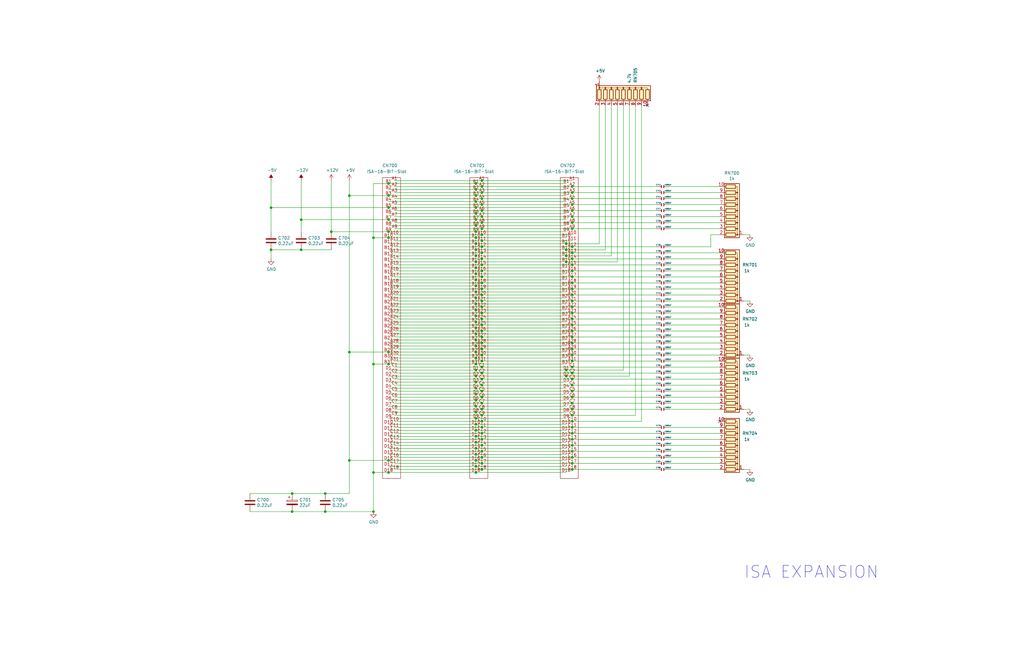
<source format=kicad_sch>
(kicad_sch (version 20230121) (generator eeschema)

  (uuid 9b3c83b3-04a1-4c7e-9a27-7b5a29480433)

  (paper "B")

  (title_block
    (title "Amiga 2000 EATX")
    (date "2023-03-10")
    (rev "3.0")
  )

  

  (junction (at 200.66 100.33) (diameter 0) (color 0 0 0 0)
    (uuid 07ca2616-e904-4a69-9dc1-a9899aec61c1)
  )
  (junction (at 200.66 82.55) (diameter 0) (color 0 0 0 0)
    (uuid 09daa345-28a8-420e-8fa1-d754e424f32f)
  )
  (junction (at 241.3 124.46) (diameter 0) (color 0 0 0 0)
    (uuid 0dd7323b-ca9d-4c6a-be91-8163161f2cde)
  )
  (junction (at 200.66 146.05) (diameter 0) (color 0 0 0 0)
    (uuid 0de8253f-2be4-4cd0-9f2e-8ed2825f4969)
  )
  (junction (at 200.66 184.15) (diameter 0) (color 0 0 0 0)
    (uuid 0dee8fc1-6652-47d7-b036-416622034e74)
  )
  (junction (at 203.2 170.18) (diameter 0) (color 0 0 0 0)
    (uuid 1215fb0b-01ac-451c-a43d-f3063c589c12)
  )
  (junction (at 241.3 129.54) (diameter 0) (color 0 0 0 0)
    (uuid 1340bad5-132d-467a-b77e-961fd091c615)
  )
  (junction (at 203.2 180.34) (diameter 0) (color 0 0 0 0)
    (uuid 14ebd5fb-054f-4630-b87b-fcd2d7edc458)
  )
  (junction (at 200.66 161.29) (diameter 0) (color 0 0 0 0)
    (uuid 1557dbbb-2f5d-4034-8321-9c2098c83b35)
  )
  (junction (at 241.3 78.74) (diameter 0) (color 0 0 0 0)
    (uuid 16835d21-ab24-4795-9385-c994145fb048)
  )
  (junction (at 147.32 194.31) (diameter 0) (color 0 0 0 0)
    (uuid 19545a68-b36e-4f91-9ade-bd2d79a93ec5)
  )
  (junction (at 200.66 186.69) (diameter 0) (color 0 0 0 0)
    (uuid 1c23053b-e3b9-4da1-bfbf-9a3817bf314a)
  )
  (junction (at 241.3 114.3) (diameter 0) (color 0 0 0 0)
    (uuid 1c48f19f-c437-4327-81d6-5b4437ed0d0b)
  )
  (junction (at 241.3 154.94) (diameter 0) (color 0 0 0 0)
    (uuid 1e7e2a63-0bfd-4808-a71b-de90787dac76)
  )
  (junction (at 200.66 179.07) (diameter 0) (color 0 0 0 0)
    (uuid 1eee506e-ab52-4b6b-b462-d91bda0a14f5)
  )
  (junction (at 241.3 177.8) (diameter 0) (color 0 0 0 0)
    (uuid 20ae4512-012b-49ac-8d59-a33b135d30a8)
  )
  (junction (at 200.66 140.97) (diameter 0) (color 0 0 0 0)
    (uuid 227b6da6-d4f7-4ca8-bf84-da642960afc7)
  )
  (junction (at 147.32 148.59) (diameter 0) (color 0 0 0 0)
    (uuid 26cbc41c-0d12-4f6a-a8d7-da144f9d8564)
  )
  (junction (at 203.2 142.24) (diameter 0) (color 0 0 0 0)
    (uuid 27a78afb-1c27-44df-92f4-1bcbedfbed95)
  )
  (junction (at 241.3 86.36) (diameter 0) (color 0 0 0 0)
    (uuid 28c2e38f-6629-46d1-87e8-956cbe62d7d8)
  )
  (junction (at 203.2 137.16) (diameter 0) (color 0 0 0 0)
    (uuid 29602dcd-7da7-4973-a3ce-be3921ca30f3)
  )
  (junction (at 200.66 191.77) (diameter 0) (color 0 0 0 0)
    (uuid 2a921523-3248-476e-9ca5-65353976354e)
  )
  (junction (at 137.16 215.9) (diameter 0) (color 0 0 0 0)
    (uuid 2b8dfc53-1bb8-4174-83e9-2701286d754d)
  )
  (junction (at 200.66 189.23) (diameter 0) (color 0 0 0 0)
    (uuid 2c99796c-9d0e-4f81-89c8-1984f787fc22)
  )
  (junction (at 163.83 92.71) (diameter 0) (color 0 0 0 0)
    (uuid 2f41dc0f-4e91-47d7-8af5-d4997e25f2a8)
  )
  (junction (at 203.2 81.28) (diameter 0) (color 0 0 0 0)
    (uuid 316e22a3-7913-445e-acbe-bd6631b2a65f)
  )
  (junction (at 200.66 110.49) (diameter 0) (color 0 0 0 0)
    (uuid 32dbae98-5fd7-44bd-9e44-1bc61c577bf2)
  )
  (junction (at 241.3 182.88) (diameter 0) (color 0 0 0 0)
    (uuid 33a69bbd-cc53-4c72-81b1-2005554cf01c)
  )
  (junction (at 203.2 111.76) (diameter 0) (color 0 0 0 0)
    (uuid 33c9fd1b-a086-4c7a-b8d7-42b5df9ca7d6)
  )
  (junction (at 241.3 152.4) (diameter 0) (color 0 0 0 0)
    (uuid 39e6cef5-13d4-473f-9cd8-01c105a22d42)
  )
  (junction (at 200.66 87.63) (diameter 0) (color 0 0 0 0)
    (uuid 3babf930-f35d-4bab-8788-76c5ffa91d8c)
  )
  (junction (at 238.76 156.21) (diameter 0) (color 0 0 0 0)
    (uuid 3c8a48f6-f575-4a1f-9df0-59a0c6e6ff6f)
  )
  (junction (at 200.66 105.41) (diameter 0) (color 0 0 0 0)
    (uuid 3c9ac0f1-54ff-48dc-bf9e-52fb40aa6a45)
  )
  (junction (at 241.3 81.28) (diameter 0) (color 0 0 0 0)
    (uuid 3e9d941b-0364-4332-b483-ba84fc78bb9f)
  )
  (junction (at 203.2 187.96) (diameter 0) (color 0 0 0 0)
    (uuid 3fc3e11d-8f61-49aa-ad65-a848565ba08e)
  )
  (junction (at 241.3 104.14) (diameter 0) (color 0 0 0 0)
    (uuid 40f0937d-599f-4471-acf3-7ed31a73d40c)
  )
  (junction (at 238.76 158.75) (diameter 0) (color 0 0 0 0)
    (uuid 42e30ef0-a1d3-4db1-b891-53a88addc459)
  )
  (junction (at 241.3 142.24) (diameter 0) (color 0 0 0 0)
    (uuid 45870d73-3e95-4960-95df-afbd70ae03f4)
  )
  (junction (at 137.16 208.28) (diameter 0) (color 0 0 0 0)
    (uuid 467b709a-7aa7-44a7-9043-1b0eb5788baa)
  )
  (junction (at 203.2 109.22) (diameter 0) (color 0 0 0 0)
    (uuid 472280b4-6550-4a63-b524-17375368a453)
  )
  (junction (at 200.66 158.75) (diameter 0) (color 0 0 0 0)
    (uuid 49a9bd2d-6394-43d4-9d1e-f0458b3dcd8d)
  )
  (junction (at 241.3 109.22) (diameter 0) (color 0 0 0 0)
    (uuid 4a15fbc1-c78c-4bf9-9a97-cf0c9d49b39b)
  )
  (junction (at 238.76 107.95) (diameter 0) (color 0 0 0 0)
    (uuid 4d7c3dae-26c4-482a-8b99-0593016da827)
  )
  (junction (at 241.3 149.86) (diameter 0) (color 0 0 0 0)
    (uuid 4ddcbfe3-3077-42ec-962a-bee04036b44e)
  )
  (junction (at 163.83 97.79) (diameter 0) (color 0 0 0 0)
    (uuid 4e6555d2-39fd-431f-b766-3703c6a2410b)
  )
  (junction (at 203.2 88.9) (diameter 0) (color 0 0 0 0)
    (uuid 50be0be5-60d3-40e3-a948-1e464377ab75)
  )
  (junction (at 241.3 165.1) (diameter 0) (color 0 0 0 0)
    (uuid 51d1ddd1-b6ec-499d-bfa3-313a54526782)
  )
  (junction (at 200.66 199.39) (diameter 0) (color 0 0 0 0)
    (uuid 536dca50-72b4-4762-9d24-a006c1dc06a3)
  )
  (junction (at 203.2 190.5) (diameter 0) (color 0 0 0 0)
    (uuid 5577060b-f644-40cd-a7ae-539ecabfc014)
  )
  (junction (at 238.76 105.41) (diameter 0) (color 0 0 0 0)
    (uuid 57361faf-eb0a-497f-93ee-d54b2af75f48)
  )
  (junction (at 200.66 95.25) (diameter 0) (color 0 0 0 0)
    (uuid 574fa763-d856-491d-b35a-4da06f794746)
  )
  (junction (at 200.66 115.57) (diameter 0) (color 0 0 0 0)
    (uuid 575e1e3f-4c84-426f-a33f-e15bf3624b1f)
  )
  (junction (at 203.2 116.84) (diameter 0) (color 0 0 0 0)
    (uuid 58f70112-1764-462c-b8b5-33ad8083d899)
  )
  (junction (at 203.2 99.06) (diameter 0) (color 0 0 0 0)
    (uuid 594ee507-e2bd-4a26-87cc-332ef00d2d85)
  )
  (junction (at 241.3 121.92) (diameter 0) (color 0 0 0 0)
    (uuid 5a7b8c29-7b34-4438-9e73-dcc466c56c78)
  )
  (junction (at 203.2 175.26) (diameter 0) (color 0 0 0 0)
    (uuid 5b949ba9-73de-4594-b7b8-73e35544138b)
  )
  (junction (at 200.66 133.35) (diameter 0) (color 0 0 0 0)
    (uuid 5c94980d-f1cb-447f-abe2-bffbe5ca2c6b)
  )
  (junction (at 203.2 78.74) (diameter 0) (color 0 0 0 0)
    (uuid 5e079932-3532-4215-8a63-9a073409cc87)
  )
  (junction (at 123.19 215.9) (diameter 0) (color 0 0 0 0)
    (uuid 606b129d-a9ee-40dc-bbb1-d297f5cc6c7f)
  )
  (junction (at 200.66 130.81) (diameter 0) (color 0 0 0 0)
    (uuid 63616b20-c897-4d58-8d2c-2d4c87153c98)
  )
  (junction (at 200.66 151.13) (diameter 0) (color 0 0 0 0)
    (uuid 663cdcb2-895b-4aa0-ae40-e2be6778701b)
  )
  (junction (at 241.3 160.02) (diameter 0) (color 0 0 0 0)
    (uuid 68368863-6625-4416-aa38-84476df51e1a)
  )
  (junction (at 203.2 193.04) (diameter 0) (color 0 0 0 0)
    (uuid 685f20f1-ef76-437e-b5ad-9214f9e120ca)
  )
  (junction (at 200.66 92.71) (diameter 0) (color 0 0 0 0)
    (uuid 6a845b3b-9d31-4329-8a43-77faf4234a51)
  )
  (junction (at 200.66 125.73) (diameter 0) (color 0 0 0 0)
    (uuid 6b8b62bb-3541-41e3-8d31-e79bbaf06df0)
  )
  (junction (at 203.2 165.1) (diameter 0) (color 0 0 0 0)
    (uuid 6d9ce3aa-f3ba-47b5-b376-f663746247a0)
  )
  (junction (at 200.66 80.01) (diameter 0) (color 0 0 0 0)
    (uuid 6da6befc-b170-467d-9054-f86d0e9def2a)
  )
  (junction (at 241.3 139.7) (diameter 0) (color 0 0 0 0)
    (uuid 714d2e8e-6a8a-4436-81af-196f50f41275)
  )
  (junction (at 241.3 83.82) (diameter 0) (color 0 0 0 0)
    (uuid 7163bdc1-a50f-41d8-99cb-8d51d4d8b1df)
  )
  (junction (at 203.2 160.02) (diameter 0) (color 0 0 0 0)
    (uuid 74c83728-07bf-442e-b788-fb8ff37df709)
  )
  (junction (at 200.66 168.91) (diameter 0) (color 0 0 0 0)
    (uuid 756d368b-3926-42dd-a092-4f6132eae32b)
  )
  (junction (at 200.66 118.11) (diameter 0) (color 0 0 0 0)
    (uuid 7649b07b-1701-4e4e-8e5e-eca76cf84cd1)
  )
  (junction (at 200.66 176.53) (diameter 0) (color 0 0 0 0)
    (uuid 7a0d6189-0561-4ef3-823e-549c8424c49a)
  )
  (junction (at 163.83 199.39) (diameter 0) (color 0 0 0 0)
    (uuid 7b7ac617-9527-4e5e-8135-0d223b0d1a39)
  )
  (junction (at 127 105.41) (diameter 0) (color 0 0 0 0)
    (uuid 7d7da894-a904-4cc2-9a4a-8e78d6f50ab4)
  )
  (junction (at 200.66 153.67) (diameter 0) (color 0 0 0 0)
    (uuid 7e1b7ad2-6a9a-4c2b-a4dc-07f4ddd171aa)
  )
  (junction (at 241.3 162.56) (diameter 0) (color 0 0 0 0)
    (uuid 84394122-f81f-4669-bad2-09b7be5a8c5e)
  )
  (junction (at 203.2 104.14) (diameter 0) (color 0 0 0 0)
    (uuid 876cd296-815d-4b7f-b869-ea26bccb1e5e)
  )
  (junction (at 203.2 86.36) (diameter 0) (color 0 0 0 0)
    (uuid 8861a2b5-b1c0-474c-97af-13bef2f3fcba)
  )
  (junction (at 203.2 167.64) (diameter 0) (color 0 0 0 0)
    (uuid 89b22a5d-f63d-4291-8f7e-9627ec4bf4d4)
  )
  (junction (at 200.66 107.95) (diameter 0) (color 0 0 0 0)
    (uuid 89d61762-3b40-469d-bb7d-7ca1885f15d3)
  )
  (junction (at 157.48 199.39) (diameter 0) (color 0 0 0 0)
    (uuid 8a424934-4586-44ab-bccf-95d1d533fc03)
  )
  (junction (at 241.3 180.34) (diameter 0) (color 0 0 0 0)
    (uuid 8aab15d6-2f39-4b38-8bf8-8a8b50edcad3)
  )
  (junction (at 114.3 87.63) (diameter 0) (color 0 0 0 0)
    (uuid 8bfce6d2-01eb-422b-9995-1bd98d2e05dc)
  )
  (junction (at 203.2 101.6) (diameter 0) (color 0 0 0 0)
    (uuid 8cccbd72-778a-416e-b147-92e081156186)
  )
  (junction (at 200.66 148.59) (diameter 0) (color 0 0 0 0)
    (uuid 8e6f6b56-582c-43ec-be14-77446cef31ce)
  )
  (junction (at 163.83 82.55) (diameter 0) (color 0 0 0 0)
    (uuid 8ea80bd5-4ab8-4085-abc9-926f853bbb95)
  )
  (junction (at 114.3 105.41) (diameter 0) (color 0 0 0 0)
    (uuid 8ee88255-2790-4c58-9fa5-2e62b1612d1c)
  )
  (junction (at 200.66 196.85) (diameter 0) (color 0 0 0 0)
    (uuid 8eef26d0-a32b-45fd-8fa1-4c744cbb2c3c)
  )
  (junction (at 241.3 119.38) (diameter 0) (color 0 0 0 0)
    (uuid 91c59fe0-36ff-4543-9370-57716b8f8e3f)
  )
  (junction (at 203.2 132.08) (diameter 0) (color 0 0 0 0)
    (uuid 943e2fe1-637b-4c63-bffb-1951305e3fcd)
  )
  (junction (at 127 92.71) (diameter 0) (color 0 0 0 0)
    (uuid 9642450c-0da2-4d33-a8a7-8dad0cbb7603)
  )
  (junction (at 157.48 215.9) (diameter 0) (color 0 0 0 0)
    (uuid 976fa4b0-943c-4aea-b5f2-b77dc9c1ffb8)
  )
  (junction (at 139.7 97.79) (diameter 0) (color 0 0 0 0)
    (uuid 977e6343-76ac-4bc9-83fd-b974bc471428)
  )
  (junction (at 200.66 143.51) (diameter 0) (color 0 0 0 0)
    (uuid 988c9c94-9e46-41cc-aa3d-be4ca2c1ef64)
  )
  (junction (at 241.3 190.5) (diameter 0) (color 0 0 0 0)
    (uuid 9afe9023-fa25-4dbc-bfee-f5313e0d081e)
  )
  (junction (at 203.2 114.3) (diameter 0) (color 0 0 0 0)
    (uuid 9b6e2f6c-6380-4736-88d8-f5ea5aad8961)
  )
  (junction (at 203.2 144.78) (diameter 0) (color 0 0 0 0)
    (uuid 9c61a884-afdb-4d19-bc11-2ef78e54d3a2)
  )
  (junction (at 163.83 87.63) (diameter 0) (color 0 0 0 0)
    (uuid 9cae911d-f57b-4138-baaa-09e3f0816a52)
  )
  (junction (at 241.3 132.08) (diameter 0) (color 0 0 0 0)
    (uuid 9d3d9dfb-3b31-4892-9015-0a6f83f9b10c)
  )
  (junction (at 203.2 83.82) (diameter 0) (color 0 0 0 0)
    (uuid 9e287526-4f2c-4188-9d55-7134ccb8726d)
  )
  (junction (at 200.66 123.19) (diameter 0) (color 0 0 0 0)
    (uuid a0fdd8c0-6f92-4dfb-a4b6-6e917751c339)
  )
  (junction (at 241.3 185.42) (diameter 0) (color 0 0 0 0)
    (uuid a142a17b-6396-4bff-a0d9-ff6af29e4563)
  )
  (junction (at 241.3 193.04) (diameter 0) (color 0 0 0 0)
    (uuid a4506e24-d7a5-409a-b2ee-b46b6935327c)
  )
  (junction (at 241.3 88.9) (diameter 0) (color 0 0 0 0)
    (uuid a5bcd194-6189-47c4-9fbe-ac30eb63ff1f)
  )
  (junction (at 200.66 97.79) (diameter 0) (color 0 0 0 0)
    (uuid a8a7be7a-eb51-4a8f-a8e2-0912eb277288)
  )
  (junction (at 203.2 162.56) (diameter 0) (color 0 0 0 0)
    (uuid ab3468b8-3516-4f6f-be37-28ea50c61672)
  )
  (junction (at 203.2 198.12) (diameter 0) (color 0 0 0 0)
    (uuid acc267da-d995-4dd7-99a3-8d9ced9e838e)
  )
  (junction (at 203.2 124.46) (diameter 0) (color 0 0 0 0)
    (uuid ad2021c0-ec2c-4214-a11c-6d499c8e5935)
  )
  (junction (at 203.2 195.58) (diameter 0) (color 0 0 0 0)
    (uuid ad6d5546-2192-4872-9c20-2ef498af6269)
  )
  (junction (at 241.3 157.48) (diameter 0) (color 0 0 0 0)
    (uuid b035a04a-dce6-4729-9abe-4ee67a5f31e7)
  )
  (junction (at 238.76 102.87) (diameter 0) (color 0 0 0 0)
    (uuid b16fb781-6e4a-4199-844e-bc6b9042b94c)
  )
  (junction (at 203.2 93.98) (diameter 0) (color 0 0 0 0)
    (uuid b289907a-8832-4367-9792-221b4af899ab)
  )
  (junction (at 241.3 144.78) (diameter 0) (color 0 0 0 0)
    (uuid b2a7d039-c410-44f1-8085-d23e716a300d)
  )
  (junction (at 200.66 77.47) (diameter 0) (color 0 0 0 0)
    (uuid b2daf24d-f5e5-4817-82e4-021f38000bb7)
  )
  (junction (at 163.83 100.33) (diameter 0) (color 0 0 0 0)
    (uuid b30d469e-a76e-4d46-93c1-038d95de7298)
  )
  (junction (at 203.2 91.44) (diameter 0) (color 0 0 0 0)
    (uuid b33b1a74-e60a-4a2b-b155-8b85d2ab7028)
  )
  (junction (at 203.2 172.72) (diameter 0) (color 0 0 0 0)
    (uuid b845fe8c-aa5a-46eb-9970-870b2a89ab0b)
  )
  (junction (at 238.76 110.49) (diameter 0) (color 0 0 0 0)
    (uuid b927ada6-3184-408e-8659-3bdd5a8c92ed)
  )
  (junction (at 241.3 172.72) (diameter 0) (color 0 0 0 0)
    (uuid bb07c38f-357f-4c50-a888-b147ef7ab0c7)
  )
  (junction (at 241.3 111.76) (diameter 0) (color 0 0 0 0)
    (uuid bb6443cb-adc5-45c8-87da-6548c9264745)
  )
  (junction (at 241.3 134.62) (diameter 0) (color 0 0 0 0)
    (uuid bc46413a-f235-4a02-90f8-f0f117b48de9)
  )
  (junction (at 203.2 182.88) (diameter 0) (color 0 0 0 0)
    (uuid bcf8dc2b-cdc8-419f-b949-6d95743a397a)
  )
  (junction (at 241.3 116.84) (diameter 0) (color 0 0 0 0)
    (uuid bf60cbf5-eff9-4de3-afff-2bc5f7bb0bfb)
  )
  (junction (at 203.2 127) (diameter 0) (color 0 0 0 0)
    (uuid bfcaef7a-632d-4f61-a6a9-804201172334)
  )
  (junction (at 157.48 100.33) (diameter 0) (color 0 0 0 0)
    (uuid c084f513-eb00-48e1-9a1c-56739bfbb0c5)
  )
  (junction (at 200.66 163.83) (diameter 0) (color 0 0 0 0)
    (uuid c17a7651-ff2f-42c9-8045-af4d8ab27554)
  )
  (junction (at 241.3 198.12) (diameter 0) (color 0 0 0 0)
    (uuid c18a99bd-63b2-46a9-8372-fe2ec54a8d94)
  )
  (junction (at 203.2 157.48) (diameter 0) (color 0 0 0 0)
    (uuid c1cf1c26-85d1-42ac-9c0e-d21e7c862228)
  )
  (junction (at 163.83 148.59) (diameter 0) (color 0 0 0 0)
    (uuid c25fde50-1568-448b-9d27-f819de0d676d)
  )
  (junction (at 200.66 181.61) (diameter 0) (color 0 0 0 0)
    (uuid c4411e8e-cc6b-4929-b9e5-312b9ac60188)
  )
  (junction (at 241.3 127) (diameter 0) (color 0 0 0 0)
    (uuid c51b2d83-a3d0-4502-b671-c554d0acf245)
  )
  (junction (at 241.3 175.26) (diameter 0) (color 0 0 0 0)
    (uuid c59e41d5-482f-43b9-8264-b9ee916bc855)
  )
  (junction (at 241.3 147.32) (diameter 0) (color 0 0 0 0)
    (uuid c6deaf38-9f0e-4a57-85a6-8a7f4b777824)
  )
  (junction (at 200.66 113.03) (diameter 0) (color 0 0 0 0)
    (uuid c703ebbc-4e39-4546-a038-45dac48d5960)
  )
  (junction (at 241.3 93.98) (diameter 0) (color 0 0 0 0)
    (uuid c79765ef-91a8-4dbe-96f2-856093b670f4)
  )
  (junction (at 200.66 173.99) (diameter 0) (color 0 0 0 0)
    (uuid c815ce0e-fd4a-4a5f-bcfc-74037bed0291)
  )
  (junction (at 203.2 96.52) (diameter 0) (color 0 0 0 0)
    (uuid c96cc6f8-23fe-4a71-81b8-842eb8cf2eee)
  )
  (junction (at 200.66 166.37) (diameter 0) (color 0 0 0 0)
    (uuid ce1437b4-ccb4-4280-a3b4-8c052c952ce1)
  )
  (junction (at 203.2 129.54) (diameter 0) (color 0 0 0 0)
    (uuid ce53d5e4-fb38-4c97-96f3-2d634d571ad1)
  )
  (junction (at 241.3 137.16) (diameter 0) (color 0 0 0 0)
    (uuid ce878b78-8020-4f0c-a12d-e19449929f18)
  )
  (junction (at 203.2 134.62) (diameter 0) (color 0 0 0 0)
    (uuid cecf2534-4837-474a-a024-cc03d2a736c3)
  )
  (junction (at 200.66 171.45) (diameter 0) (color 0 0 0 0)
    (uuid cefceac0-6393-4d82-81d9-98c6df1d3c96)
  )
  (junction (at 241.3 195.58) (diameter 0) (color 0 0 0 0)
    (uuid cfc2a555-98ba-49fe-9fdc-e80a7650ef3e)
  )
  (junction (at 203.2 185.42) (diameter 0) (color 0 0 0 0)
    (uuid d02dfc64-80c5-4b3d-bd12-0b17ab1624cb)
  )
  (junction (at 200.66 194.31) (diameter 0) (color 0 0 0 0)
    (uuid d0cc2a89-f4af-4e73-9958-5711936b8950)
  )
  (junction (at 203.2 76.2) (diameter 0) (color 0 0 0 0)
    (uuid d188db03-e0b1-402b-848f-28c22e70d4fa)
  )
  (junction (at 203.2 147.32) (diameter 0) (color 0 0 0 0)
    (uuid d2f8c6ec-17b4-4535-880a-a1cd620f0e38)
  )
  (junction (at 200.66 90.17) (diameter 0) (color 0 0 0 0)
    (uuid d30dfa16-6209-4e91-b8f6-e2dcdbe1a1eb)
  )
  (junction (at 200.66 102.87) (diameter 0) (color 0 0 0 0)
    (uuid d508afd6-58bf-4958-831a-3fcaa8eac7f6)
  )
  (junction (at 203.2 106.68) (diameter 0) (color 0 0 0 0)
    (uuid d5fa9f3d-1b46-4c83-beea-237e17f662b4)
  )
  (junction (at 147.32 82.55) (diameter 0) (color 0 0 0 0)
    (uuid d82d7ab4-ebb0-4904-ae0d-8a3a5b3f7126)
  )
  (junction (at 163.83 77.47) (diameter 0) (color 0 0 0 0)
    (uuid d91564b5-b120-4462-94f2-fed5f70bf1b8)
  )
  (junction (at 203.2 177.8) (diameter 0) (color 0 0 0 0)
    (uuid d9315e83-6cec-4fa2-9b61-645f05cec940)
  )
  (junction (at 241.3 187.96) (diameter 0) (color 0 0 0 0)
    (uuid d9c0f692-9872-447e-a254-c35d303fe47f)
  )
  (junction (at 200.66 135.89) (diameter 0) (color 0 0 0 0)
    (uuid dcb75652-8f07-4a19-8115-ab7948f160c0)
  )
  (junction (at 200.66 120.65) (diameter 0) (color 0 0 0 0)
    (uuid e027c5a5-7da3-407e-a4e1-65519281d6c2)
  )
  (junction (at 200.66 156.21) (diameter 0) (color 0 0 0 0)
    (uuid e07bee43-8c3c-4143-a91e-44504b86a144)
  )
  (junction (at 203.2 152.4) (diameter 0) (color 0 0 0 0)
    (uuid e16976d2-7b08-400f-9d53-bd35b16b94a0)
  )
  (junction (at 163.83 153.67) (diameter 0) (color 0 0 0 0)
    (uuid e2afa5f5-4b7b-4328-a6ae-fb79ab87c13d)
  )
  (junction (at 241.3 167.64) (diameter 0) (color 0 0 0 0)
    (uuid e34489e6-676f-42e8-9ca0-089929fa27b0)
  )
  (junction (at 203.2 139.7) (diameter 0) (color 0 0 0 0)
    (uuid e3515ffa-dcd5-4fce-b795-442d0be9c51c)
  )
  (junction (at 200.66 85.09) (diameter 0) (color 0 0 0 0)
    (uuid e63354c6-e20a-4fae-8c5f-0d3671da579d)
  )
  (junction (at 200.66 128.27) (diameter 0) (color 0 0 0 0)
    (uuid e8f4ccf0-dd52-4f87-9d91-f2e0c3191ef5)
  )
  (junction (at 241.3 106.68) (diameter 0) (color 0 0 0 0)
    (uuid ebed3ee1-6767-4c0a-9ee6-99924dcd13c1)
  )
  (junction (at 157.48 153.67) (diameter 0) (color 0 0 0 0)
    (uuid ec472a6f-c260-48b8-8657-cb16eee17e31)
  )
  (junction (at 203.2 121.92) (diameter 0) (color 0 0 0 0)
    (uuid f143ccf1-b879-4696-b1a2-861d93f4834d)
  )
  (junction (at 241.3 96.52) (diameter 0) (color 0 0 0 0)
    (uuid f1490568-e95b-4bd2-8c46-2b29ab6d5248)
  )
  (junction (at 203.2 154.94) (diameter 0) (color 0 0 0 0)
    (uuid f39e039a-172c-4283-9330-82da574000c0)
  )
  (junction (at 123.19 208.28) (diameter 0) (color 0 0 0 0)
    (uuid f3bcfe8b-e850-475e-a905-ef21d7f75f6d)
  )
  (junction (at 241.3 91.44) (diameter 0) (color 0 0 0 0)
    (uuid f514ac2b-446b-454f-8957-d5a939beea6b)
  )
  (junction (at 163.83 194.31) (diameter 0) (color 0 0 0 0)
    (uuid f619edcc-1668-4bb1-abe0-658fde0e55c1)
  )
  (junction (at 203.2 149.86) (diameter 0) (color 0 0 0 0)
    (uuid fa7f787e-8460-4c89-9a8a-b2013b952c29)
  )
  (junction (at 203.2 119.38) (diameter 0) (color 0 0 0 0)
    (uuid fb3150c8-bc4b-42bd-9832-f2bdd308ef92)
  )
  (junction (at 200.66 138.43) (diameter 0) (color 0 0 0 0)
    (uuid fe07c23d-246c-476b-9b21-0a7b78b31fac)
  )
  (junction (at 241.3 170.18) (diameter 0) (color 0 0 0 0)
    (uuid ff34b602-2656-40b0-99aa-fa36a678be2f)
  )

  (no_connect (at 273.05 44.45) (uuid 0b438896-b47e-413d-a8e9-02f2be324a06))
  (no_connect (at 303.53 177.8) (uuid 4c95b36b-c1c9-446f-ab1b-895b1bfe3168))

  (wire (pts (xy 238.76 87.63) (xy 200.66 87.63))
    (stroke (width 0) (type default))
    (uuid 001a3e26-f82c-4026-8c14-8209fdf79b82)
  )
  (wire (pts (xy 281.94 121.92) (xy 303.53 121.92))
    (stroke (width 0) (type default))
    (uuid 001b26b3-b792-40c9-8868-48f8964b90fd)
  )
  (wire (pts (xy 255.27 44.45) (xy 255.27 105.41))
    (stroke (width 0) (type default))
    (uuid 009d05c1-9c11-4edb-a2d6-704a963afd0d)
  )
  (wire (pts (xy 203.2 129.54) (xy 166.37 129.54))
    (stroke (width 0) (type default))
    (uuid 01157da9-75ac-46ce-9974-a0eab7729964)
  )
  (wire (pts (xy 276.86 93.98) (xy 241.3 93.98))
    (stroke (width 0) (type default))
    (uuid 034f5f23-989b-4837-9a79-dd16a7f23853)
  )
  (wire (pts (xy 276.86 187.96) (xy 241.3 187.96))
    (stroke (width 0) (type default))
    (uuid 03976cd4-920b-4531-9cfd-513730b5f5dd)
  )
  (wire (pts (xy 203.2 134.62) (xy 166.37 134.62))
    (stroke (width 0) (type default))
    (uuid 0432d453-28a7-4ab5-84bb-7fce322a2cfc)
  )
  (wire (pts (xy 203.2 152.4) (xy 241.3 152.4))
    (stroke (width 0) (type default))
    (uuid 0449a222-8a11-4c6c-8482-f6fdf7d10c6f)
  )
  (wire (pts (xy 276.86 154.94) (xy 241.3 154.94))
    (stroke (width 0) (type default))
    (uuid 0528d1b4-05c2-4197-97c5-6a3a8b9c990c)
  )
  (wire (pts (xy 203.2 111.76) (xy 166.37 111.76))
    (stroke (width 0) (type default))
    (uuid 0585a826-a7a6-46a0-871c-740ce3dbab91)
  )
  (wire (pts (xy 238.76 110.49) (xy 260.35 110.49))
    (stroke (width 0) (type default))
    (uuid 076d0631-0760-4deb-8aec-d8c4e30b11d7)
  )
  (wire (pts (xy 200.66 186.69) (xy 163.83 186.69))
    (stroke (width 0) (type default))
    (uuid 08047847-1246-4262-a824-36ee1f6832d0)
  )
  (wire (pts (xy 303.53 109.22) (xy 281.94 109.22))
    (stroke (width 0) (type default))
    (uuid 08d8bca3-d20d-419d-a607-2ceac3e8cc2a)
  )
  (wire (pts (xy 157.48 77.47) (xy 157.48 100.33))
    (stroke (width 0) (type default))
    (uuid 08e63ab5-5831-4dc3-85e5-f0268317c6a1)
  )
  (wire (pts (xy 241.3 96.52) (xy 203.2 96.52))
    (stroke (width 0) (type default))
    (uuid 08f05463-92ab-4362-9aee-45edc5548cd5)
  )
  (wire (pts (xy 241.3 137.16) (xy 203.2 137.16))
    (stroke (width 0) (type default))
    (uuid 09451f43-557b-4dea-a053-5b20fd9f672d)
  )
  (wire (pts (xy 241.3 190.5) (xy 276.86 190.5))
    (stroke (width 0) (type default))
    (uuid 0ad2f1a6-a5f5-4a6c-8d2b-9e38d37f8a40)
  )
  (wire (pts (xy 200.66 135.89) (xy 238.76 135.89))
    (stroke (width 0) (type default))
    (uuid 0ae122f2-78b4-4623-ba55-20adb3abdea1)
  )
  (wire (pts (xy 147.32 194.31) (xy 163.83 194.31))
    (stroke (width 0) (type default))
    (uuid 0c086c73-4ab5-4c4b-b82e-7ee6cb58ace4)
  )
  (wire (pts (xy 200.66 102.87) (xy 238.76 102.87))
    (stroke (width 0) (type default))
    (uuid 0cd446ba-f70e-490e-a146-cd4844ccdd92)
  )
  (wire (pts (xy 166.37 78.74) (xy 203.2 78.74))
    (stroke (width 0) (type default))
    (uuid 0ce98603-4807-4573-9caa-314cb3c5f909)
  )
  (wire (pts (xy 241.3 142.24) (xy 276.86 142.24))
    (stroke (width 0) (type default))
    (uuid 0d15129e-01f6-4611-80a1-a68f3b6427b1)
  )
  (wire (pts (xy 238.76 173.99) (xy 200.66 173.99))
    (stroke (width 0) (type default))
    (uuid 0db3a30b-00a5-4c4a-9c7a-2f7f3c351d1b)
  )
  (wire (pts (xy 241.3 111.76) (xy 203.2 111.76))
    (stroke (width 0) (type default))
    (uuid 0e10e4ed-e6b0-4ec4-a569-feef76aa10bf)
  )
  (wire (pts (xy 203.2 106.68) (xy 166.37 106.68))
    (stroke (width 0) (type default))
    (uuid 109383e9-df31-454b-80f6-b5f88ef32591)
  )
  (wire (pts (xy 203.2 132.08) (xy 166.37 132.08))
    (stroke (width 0) (type default))
    (uuid 10fcb648-bfdb-44c4-9ab2-740375cfe0dd)
  )
  (wire (pts (xy 203.2 114.3) (xy 166.37 114.3))
    (stroke (width 0) (type default))
    (uuid 110ac6de-4d19-4d06-8c18-8e8703112e7c)
  )
  (wire (pts (xy 238.76 156.21) (xy 200.66 156.21))
    (stroke (width 0) (type default))
    (uuid 11b474b0-1d4a-4f55-92fd-52eb86e762ff)
  )
  (wire (pts (xy 200.66 97.79) (xy 238.76 97.79))
    (stroke (width 0) (type default))
    (uuid 12b28b8c-378a-4f98-b91f-b396a41ec836)
  )
  (wire (pts (xy 281.94 149.86) (xy 303.53 149.86))
    (stroke (width 0) (type default))
    (uuid 12b41a38-0fbc-4a86-ab81-f81dc41f8f8e)
  )
  (wire (pts (xy 203.2 93.98) (xy 241.3 93.98))
    (stroke (width 0) (type default))
    (uuid 132d4f0a-faa2-4fb7-8b03-bee443913164)
  )
  (wire (pts (xy 203.2 198.12) (xy 241.3 198.12))
    (stroke (width 0) (type default))
    (uuid 14b1ca88-8e48-49bb-967f-64d07f8ac25a)
  )
  (wire (pts (xy 166.37 116.84) (xy 203.2 116.84))
    (stroke (width 0) (type default))
    (uuid 15197be4-cc15-4198-a220-ae8148cad218)
  )
  (wire (pts (xy 276.86 114.3) (xy 241.3 114.3))
    (stroke (width 0) (type default))
    (uuid 1525274d-3065-4b0a-9a61-53694daeda31)
  )
  (wire (pts (xy 166.37 147.32) (xy 203.2 147.32))
    (stroke (width 0) (type default))
    (uuid 15433ad9-d014-4870-8fb7-6370869e4061)
  )
  (wire (pts (xy 200.66 151.13) (xy 163.83 151.13))
    (stroke (width 0) (type default))
    (uuid 15a172eb-18c3-471c-a3d3-aa0ba8576171)
  )
  (wire (pts (xy 281.94 152.4) (xy 303.53 152.4))
    (stroke (width 0) (type default))
    (uuid 15bb10a8-009d-44f1-ba50-f2684886d0d2)
  )
  (wire (pts (xy 203.2 172.72) (xy 241.3 172.72))
    (stroke (width 0) (type default))
    (uuid 17146433-e08f-473c-9870-66d1f0b95130)
  )
  (wire (pts (xy 166.37 88.9) (xy 203.2 88.9))
    (stroke (width 0) (type default))
    (uuid 1777ce91-36f1-4f42-a77e-c995ffb350b0)
  )
  (wire (pts (xy 303.53 147.32) (xy 281.94 147.32))
    (stroke (width 0) (type default))
    (uuid 179c1100-531a-4660-a69a-d4d636011bb7)
  )
  (wire (pts (xy 200.66 196.85) (xy 163.83 196.85))
    (stroke (width 0) (type default))
    (uuid 17e32223-033c-4a25-a388-88e12e93dabc)
  )
  (wire (pts (xy 241.3 177.8) (xy 270.51 177.8))
    (stroke (width 0) (type default))
    (uuid 1aad1402-58c5-4b48-8091-02d79bb19403)
  )
  (wire (pts (xy 276.86 139.7) (xy 241.3 139.7))
    (stroke (width 0) (type default))
    (uuid 1b62eaa9-b515-4542-8d68-56ed015dbe6d)
  )
  (wire (pts (xy 241.3 162.56) (xy 276.86 162.56))
    (stroke (width 0) (type default))
    (uuid 1ce9e0d2-3e23-4808-b0ca-e32310b68f05)
  )
  (wire (pts (xy 166.37 170.18) (xy 203.2 170.18))
    (stroke (width 0) (type default))
    (uuid 1d7a7cd5-c58d-4625-a284-89ff85c6385e)
  )
  (wire (pts (xy 200.66 176.53) (xy 163.83 176.53))
    (stroke (width 0) (type default))
    (uuid 1efd4fc5-62a4-4a6a-9097-dc0c9afe46d3)
  )
  (wire (pts (xy 200.66 80.01) (xy 163.83 80.01))
    (stroke (width 0) (type default))
    (uuid 2041de41-c8c2-4902-907f-0db2a3c03fc5)
  )
  (wire (pts (xy 203.2 177.8) (xy 241.3 177.8))
    (stroke (width 0) (type default))
    (uuid 205c1320-01d6-4b26-8349-5ad15e250ab3)
  )
  (wire (pts (xy 166.37 185.42) (xy 203.2 185.42))
    (stroke (width 0) (type default))
    (uuid 2141eee7-8105-4453-865d-8389d38e64c1)
  )
  (wire (pts (xy 238.76 194.31) (xy 200.66 194.31))
    (stroke (width 0) (type default))
    (uuid 21e49b86-07cf-473d-a4e5-d8c836d8b8ae)
  )
  (wire (pts (xy 238.76 151.13) (xy 200.66 151.13))
    (stroke (width 0) (type default))
    (uuid 22a87ab0-29f9-4390-9eaa-604cb9fda045)
  )
  (wire (pts (xy 203.2 96.52) (xy 166.37 96.52))
    (stroke (width 0) (type default))
    (uuid 23182ab2-4dc8-4998-8585-df054def7492)
  )
  (wire (pts (xy 241.3 83.82) (xy 276.86 83.82))
    (stroke (width 0) (type default))
    (uuid 233afaf8-0c0e-4ddb-9179-9dbf99d79e19)
  )
  (wire (pts (xy 241.3 104.14) (xy 276.86 104.14))
    (stroke (width 0) (type default))
    (uuid 24f4e582-8946-49ce-8e3b-7170bebcec3c)
  )
  (wire (pts (xy 163.83 130.81) (xy 200.66 130.81))
    (stroke (width 0) (type default))
    (uuid 254055c2-f050-4c2e-8247-94a6eafdf0e7)
  )
  (wire (pts (xy 166.37 83.82) (xy 203.2 83.82))
    (stroke (width 0) (type default))
    (uuid 268ff880-ff82-47a6-844d-9baf6cee42b9)
  )
  (wire (pts (xy 241.3 99.06) (xy 203.2 99.06))
    (stroke (width 0) (type default))
    (uuid 27b08915-c803-45c6-9960-31729ac1fc87)
  )
  (wire (pts (xy 241.3 124.46) (xy 276.86 124.46))
    (stroke (width 0) (type default))
    (uuid 27b71944-6878-4dbf-8756-2b108bbe5de8)
  )
  (wire (pts (xy 166.37 180.34) (xy 203.2 180.34))
    (stroke (width 0) (type default))
    (uuid 2853a728-d17f-4e5a-9a48-39ea4adaefc0)
  )
  (wire (pts (xy 276.86 137.16) (xy 241.3 137.16))
    (stroke (width 0) (type default))
    (uuid 28acd971-8a33-4208-a5f4-bb8893caad25)
  )
  (wire (pts (xy 203.2 167.64) (xy 241.3 167.64))
    (stroke (width 0) (type default))
    (uuid 2961f946-a31c-4ae0-a0c1-45ed152ac169)
  )
  (wire (pts (xy 114.3 97.79) (xy 114.3 87.63))
    (stroke (width 0) (type default))
    (uuid 2a969b86-9158-4cc7-9a9a-fd71c56a63d9)
  )
  (wire (pts (xy 200.66 90.17) (xy 163.83 90.17))
    (stroke (width 0) (type default))
    (uuid 2af36854-4f84-45ab-a61a-9aebb8a9a819)
  )
  (wire (pts (xy 163.83 133.35) (xy 200.66 133.35))
    (stroke (width 0) (type default))
    (uuid 2b3c62bb-3baf-4860-b599-09e13db7210c)
  )
  (wire (pts (xy 166.37 187.96) (xy 203.2 187.96))
    (stroke (width 0) (type default))
    (uuid 2bb8f9ee-3df2-456e-a2db-9d85499611ab)
  )
  (wire (pts (xy 200.66 138.43) (xy 238.76 138.43))
    (stroke (width 0) (type default))
    (uuid 2c2f17c1-d9ce-4901-9d0c-68ee374a4611)
  )
  (wire (pts (xy 203.2 124.46) (xy 166.37 124.46))
    (stroke (width 0) (type default))
    (uuid 2ccd7d39-1228-4c0d-8591-78101c8ad134)
  )
  (wire (pts (xy 127 105.41) (xy 114.3 105.41))
    (stroke (width 0) (type default))
    (uuid 2ef30976-226d-4456-ba1c-dd6c8eec9026)
  )
  (wire (pts (xy 166.37 167.64) (xy 203.2 167.64))
    (stroke (width 0) (type default))
    (uuid 30d48a2c-3ee5-4fc6-9dec-79ba2545cbaa)
  )
  (wire (pts (xy 281.94 78.74) (xy 303.53 78.74))
    (stroke (width 0) (type default))
    (uuid 3251a3ca-9e4f-44a8-9841-a4e8723e7370)
  )
  (wire (pts (xy 281.94 185.42) (xy 303.53 185.42))
    (stroke (width 0) (type default))
    (uuid 32ab9104-adc3-4a77-8036-4b44f78cb8e6)
  )
  (wire (pts (xy 238.76 163.83) (xy 200.66 163.83))
    (stroke (width 0) (type default))
    (uuid 3367d6a1-87d6-4db0-9568-72a782b4818d)
  )
  (wire (pts (xy 257.81 44.45) (xy 257.81 107.95))
    (stroke (width 0) (type default))
    (uuid 34eafbe5-23a4-460a-8b06-eb4a40541165)
  )
  (wire (pts (xy 139.7 105.41) (xy 127 105.41))
    (stroke (width 0) (type default))
    (uuid 365e0bbd-5b00-4004-9f55-270510184bb7)
  )
  (wire (pts (xy 265.43 158.75) (xy 265.43 44.45))
    (stroke (width 0) (type default))
    (uuid 36643ca0-2b05-4dbb-9fe9-0f4f671352a4)
  )
  (wire (pts (xy 166.37 152.4) (xy 203.2 152.4))
    (stroke (width 0) (type default))
    (uuid 37d94e8d-66cf-4e86-bade-576243f98216)
  )
  (wire (pts (xy 241.3 149.86) (xy 276.86 149.86))
    (stroke (width 0) (type default))
    (uuid 37f16aad-d2f6-4f7d-a03f-246425ec243f)
  )
  (wire (pts (xy 303.53 142.24) (xy 281.94 142.24))
    (stroke (width 0) (type default))
    (uuid 3b73a03d-da64-4515-abdb-ec7923c10735)
  )
  (wire (pts (xy 200.66 143.51) (xy 163.83 143.51))
    (stroke (width 0) (type default))
    (uuid 3c5686c9-a872-45f8-bb34-36a6588d2623)
  )
  (wire (pts (xy 299.72 104.14) (xy 299.72 99.06))
    (stroke (width 0) (type default))
    (uuid 3c9a7b17-e699-4610-903d-aff224c505a4)
  )
  (wire (pts (xy 200.66 158.75) (xy 163.83 158.75))
    (stroke (width 0) (type default))
    (uuid 3d1db2da-f6ba-46c1-850a-d8770d76ab45)
  )
  (wire (pts (xy 166.37 182.88) (xy 203.2 182.88))
    (stroke (width 0) (type default))
    (uuid 3ee9a79d-9cdc-488b-b642-3f30756dc2b9)
  )
  (wire (pts (xy 241.3 104.14) (xy 203.2 104.14))
    (stroke (width 0) (type default))
    (uuid 3efafa7e-d620-48d6-9032-7f9fe73b1bce)
  )
  (wire (pts (xy 281.94 190.5) (xy 303.53 190.5))
    (stroke (width 0) (type default))
    (uuid 3f870fd5-4fde-4137-b2d9-512991559ea5)
  )
  (wire (pts (xy 166.37 165.1) (xy 203.2 165.1))
    (stroke (width 0) (type default))
    (uuid 40338b47-6e7c-49c9-9e4f-a73b4f24d808)
  )
  (wire (pts (xy 276.86 144.78) (xy 241.3 144.78))
    (stroke (width 0) (type default))
    (uuid 412eef53-6617-40c6-bb4c-0c3028511ce8)
  )
  (wire (pts (xy 303.53 132.08) (xy 281.94 132.08))
    (stroke (width 0) (type default))
    (uuid 41dc35eb-1f06-452f-90f9-03d47957817d)
  )
  (wire (pts (xy 200.66 191.77) (xy 163.83 191.77))
    (stroke (width 0) (type default))
    (uuid 4202f217-d7c6-4bcb-897a-dfd66066c0dd)
  )
  (wire (pts (xy 276.86 132.08) (xy 241.3 132.08))
    (stroke (width 0) (type default))
    (uuid 4246c7d4-74c0-4bc4-8635-13e16933136e)
  )
  (wire (pts (xy 163.83 128.27) (xy 200.66 128.27))
    (stroke (width 0) (type default))
    (uuid 424a75b1-4db1-42a9-95ff-ab0d29f3b302)
  )
  (wire (pts (xy 241.3 147.32) (xy 276.86 147.32))
    (stroke (width 0) (type default))
    (uuid 4272dc2f-6094-4761-ade0-91106c0caca5)
  )
  (wire (pts (xy 303.53 114.3) (xy 281.94 114.3))
    (stroke (width 0) (type default))
    (uuid 44020ab7-9460-4ead-8487-899b091273d1)
  )
  (wire (pts (xy 163.83 113.03) (xy 200.66 113.03))
    (stroke (width 0) (type default))
    (uuid 46976364-1739-472d-b56e-641b618a1f7a)
  )
  (wire (pts (xy 163.83 102.87) (xy 200.66 102.87))
    (stroke (width 0) (type default))
    (uuid 47c4632f-f03b-4fa1-9552-47d1f37e4911)
  )
  (wire (pts (xy 166.37 177.8) (xy 203.2 177.8))
    (stroke (width 0) (type default))
    (uuid 48a9d187-998d-4c67-9499-e5068b936cde)
  )
  (wire (pts (xy 200.66 105.41) (xy 238.76 105.41))
    (stroke (width 0) (type default))
    (uuid 49a32079-5328-4fba-b4ff-9a8bbb51724b)
  )
  (wire (pts (xy 303.53 96.52) (xy 281.94 96.52))
    (stroke (width 0) (type default))
    (uuid 49bbfec0-2948-49b4-81e8-484fafd46d6a)
  )
  (wire (pts (xy 303.53 124.46) (xy 281.94 124.46))
    (stroke (width 0) (type default))
    (uuid 4a2eedc5-4f18-4c8a-a3c0-ec3b64e82dc3)
  )
  (wire (pts (xy 203.2 101.6) (xy 166.37 101.6))
    (stroke (width 0) (type default))
    (uuid 4ad966f9-33aa-4553-a990-dd06b3e43d44)
  )
  (wire (pts (xy 200.66 163.83) (xy 163.83 163.83))
    (stroke (width 0) (type default))
    (uuid 4d14cf9a-d953-4198-bcfe-4332fa53a113)
  )
  (wire (pts (xy 241.3 119.38) (xy 203.2 119.38))
    (stroke (width 0) (type default))
    (uuid 4d94904d-5030-49a2-8c1b-572f95c44903)
  )
  (wire (pts (xy 241.3 175.26) (xy 267.97 175.26))
    (stroke (width 0) (type default))
    (uuid 4da8afab-81c9-4e96-8b2a-2b2e64995582)
  )
  (wire (pts (xy 241.3 134.62) (xy 276.86 134.62))
    (stroke (width 0) (type default))
    (uuid 4faf0409-07b1-4e0c-b48f-101934b134cc)
  )
  (wire (pts (xy 241.3 129.54) (xy 203.2 129.54))
    (stroke (width 0) (type default))
    (uuid 5007278d-735d-41a3-bc47-376e1ed9ee87)
  )
  (wire (pts (xy 157.48 100.33) (xy 157.48 153.67))
    (stroke (width 0) (type default))
    (uuid 50703c07-ece4-45e1-8bf3-4fec4ae1d817)
  )
  (wire (pts (xy 200.66 133.35) (xy 238.76 133.35))
    (stroke (width 0) (type default))
    (uuid 507400a7-c86a-497a-9d1e-d93131aec188)
  )
  (wire (pts (xy 200.66 168.91) (xy 163.83 168.91))
    (stroke (width 0) (type default))
    (uuid 5098a8c2-0e61-43ff-97b2-e9104b4682da)
  )
  (wire (pts (xy 238.76 156.21) (xy 262.89 156.21))
    (stroke (width 0) (type default))
    (uuid 50c4d89d-43ee-40bb-a480-55d9df194be5)
  )
  (wire (pts (xy 238.76 82.55) (xy 200.66 82.55))
    (stroke (width 0) (type default))
    (uuid 50d4b556-b477-4dfd-a988-511b54f4c9c5)
  )
  (wire (pts (xy 276.86 121.92) (xy 241.3 121.92))
    (stroke (width 0) (type default))
    (uuid 51df734e-087c-48e4-93b0-9dec35f2c1c3)
  )
  (wire (pts (xy 276.86 170.18) (xy 241.3 170.18))
    (stroke (width 0) (type default))
    (uuid 53453bfd-97ba-4e32-80e9-7a16ac15df66)
  )
  (wire (pts (xy 241.3 139.7) (xy 203.2 139.7))
    (stroke (width 0) (type default))
    (uuid 53c1c24b-ef92-43ce-9ad3-da213d8e1b6d)
  )
  (wire (pts (xy 203.2 180.34) (xy 241.3 180.34))
    (stroke (width 0) (type default))
    (uuid 53e61250-1165-422d-94d9-79d12c0a3914)
  )
  (wire (pts (xy 252.73 44.45) (xy 252.73 102.87))
    (stroke (width 0) (type default))
    (uuid 541ea850-40f5-4f3c-a10e-a4c910bb53d6)
  )
  (wire (pts (xy 166.37 86.36) (xy 203.2 86.36))
    (stroke (width 0) (type default))
    (uuid 55692976-9310-4322-8c1b-8caefad05768)
  )
  (wire (pts (xy 147.32 208.28) (xy 137.16 208.28))
    (stroke (width 0) (type default))
    (uuid 55730897-4074-43a7-a843-4c820f6bdfa0)
  )
  (wire (pts (xy 281.94 93.98) (xy 303.53 93.98))
    (stroke (width 0) (type default))
    (uuid 5af89ea2-3cde-4d71-bd68-9b6eff218dc8)
  )
  (wire (pts (xy 203.2 139.7) (xy 166.37 139.7))
    (stroke (width 0) (type default))
    (uuid 5ca1864f-e727-4514-9e1f-059c54e8d31e)
  )
  (wire (pts (xy 166.37 175.26) (xy 203.2 175.26))
    (stroke (width 0) (type default))
    (uuid 5d97a566-9aeb-402b-802f-03d7f2d290c8)
  )
  (wire (pts (xy 163.83 110.49) (xy 200.66 110.49))
    (stroke (width 0) (type default))
    (uuid 5df3279a-78d0-4ce8-92f7-feb3690d5cc9)
  )
  (wire (pts (xy 238.76 158.75) (xy 200.66 158.75))
    (stroke (width 0) (type default))
    (uuid 5e905f61-8269-4550-97a4-b443c1edd4ca)
  )
  (wire (pts (xy 241.3 180.34) (xy 276.86 180.34))
    (stroke (width 0) (type default))
    (uuid 5f201f79-012c-475c-a6e8-1bdeec3cd4d0)
  )
  (wire (pts (xy 127 92.71) (xy 163.83 92.71))
    (stroke (width 0) (type default))
    (uuid 5fb0749b-d5c4-446c-bdde-8fb26b9f93bb)
  )
  (wire (pts (xy 203.2 187.96) (xy 241.3 187.96))
    (stroke (width 0) (type default))
    (uuid 60756aa9-3a76-45c9-9777-60a098dc83ea)
  )
  (wire (pts (xy 200.66 181.61) (xy 163.83 181.61))
    (stroke (width 0) (type default))
    (uuid 610431d2-be22-4cd7-b292-e4265c16f8fa)
  )
  (wire (pts (xy 241.3 91.44) (xy 276.86 91.44))
    (stroke (width 0) (type default))
    (uuid 617b22fd-e934-46d1-8549-c299a0801591)
  )
  (wire (pts (xy 203.2 83.82) (xy 241.3 83.82))
    (stroke (width 0) (type default))
    (uuid 634e408e-2dae-49ba-9694-ae94de3f16dc)
  )
  (wire (pts (xy 238.76 80.01) (xy 200.66 80.01))
    (stroke (width 0) (type default))
    (uuid 639c662d-22a3-4278-bfa9-9fea75ee218b)
  )
  (wire (pts (xy 281.94 195.58) (xy 303.53 195.58))
    (stroke (width 0) (type default))
    (uuid 63ea3317-7261-4064-99a3-f4566f6f1158)
  )
  (wire (pts (xy 281.94 111.76) (xy 303.53 111.76))
    (stroke (width 0) (type default))
    (uuid 64a6d5d6-775c-47ef-b1a6-f18c48cc5f10)
  )
  (wire (pts (xy 313.69 127) (xy 316.23 127))
    (stroke (width 0) (type default))
    (uuid 6508a64b-b357-40e2-b178-51bb4187c671)
  )
  (wire (pts (xy 270.51 177.8) (xy 270.51 44.45))
    (stroke (width 0) (type default))
    (uuid 6617103d-f73c-4960-9132-d68a825a1b9a)
  )
  (wire (pts (xy 203.2 127) (xy 166.37 127))
    (stroke (width 0) (type default))
    (uuid 66ad5c4a-1090-4eb4-babf-4d5acaeed751)
  )
  (wire (pts (xy 203.2 182.88) (xy 241.3 182.88))
    (stroke (width 0) (type default))
    (uuid 66c3d070-7bc0-4456-b44d-95ea44e908a4)
  )
  (wire (pts (xy 200.66 156.21) (xy 163.83 156.21))
    (stroke (width 0) (type default))
    (uuid 66dc1d92-c88b-4980-83b7-ad8b2fab8638)
  )
  (wire (pts (xy 241.3 81.28) (xy 276.86 81.28))
    (stroke (width 0) (type default))
    (uuid 66f74714-9815-4e59-91f7-f4b6e267044c)
  )
  (wire (pts (xy 203.2 78.74) (xy 241.3 78.74))
    (stroke (width 0) (type default))
    (uuid 68261a2a-024d-4868-b855-eba9f288cf75)
  )
  (wire (pts (xy 200.66 153.67) (xy 163.83 153.67))
    (stroke (width 0) (type default))
    (uuid 68437ed7-b08f-4ef1-bc48-84cd900fdf3d)
  )
  (wire (pts (xy 203.2 142.24) (xy 241.3 142.24))
    (stroke (width 0) (type default))
    (uuid 684ba106-6063-4b81-af23-941346dab184)
  )
  (wire (pts (xy 166.37 172.72) (xy 203.2 172.72))
    (stroke (width 0) (type default))
    (uuid 68747e00-95eb-45d1-914e-19adcfc0ca10)
  )
  (wire (pts (xy 281.94 172.72) (xy 303.53 172.72))
    (stroke (width 0) (type default))
    (uuid 69d11125-6940-4f9f-aec7-e7a02937eac5)
  )
  (wire (pts (xy 238.76 171.45) (xy 200.66 171.45))
    (stroke (width 0) (type default))
    (uuid 6a7905d9-45c3-4724-a14f-29a62c1ff011)
  )
  (wire (pts (xy 200.66 100.33) (xy 238.76 100.33))
    (stroke (width 0) (type default))
    (uuid 6cebc277-270c-414b-9352-ba9ef5b8b8e5)
  )
  (wire (pts (xy 276.86 165.1) (xy 241.3 165.1))
    (stroke (width 0) (type default))
    (uuid 6d96b8d1-7efb-4d7f-bf8a-51a47fd12d9a)
  )
  (wire (pts (xy 303.53 193.04) (xy 281.94 193.04))
    (stroke (width 0) (type default))
    (uuid 6e92a281-5bc3-4488-828b-77566689215d)
  )
  (wire (pts (xy 163.83 125.73) (xy 200.66 125.73))
    (stroke (width 0) (type default))
    (uuid 6eb8b90c-908b-41d5-8832-86952ce7bb2f)
  )
  (wire (pts (xy 276.86 182.88) (xy 241.3 182.88))
    (stroke (width 0) (type default))
    (uuid 6ff173f3-fc4e-4d09-8d46-7e8e7710e71b)
  )
  (wire (pts (xy 238.76 77.47) (xy 200.66 77.47))
    (stroke (width 0) (type default))
    (uuid 73b12920-ccff-4ad1-a2ce-68e9b8da78d7)
  )
  (wire (pts (xy 166.37 195.58) (xy 203.2 195.58))
    (stroke (width 0) (type default))
    (uuid 73d9ce6b-e8d3-465f-ac46-84baed72b42f)
  )
  (wire (pts (xy 241.3 134.62) (xy 203.2 134.62))
    (stroke (width 0) (type default))
    (uuid 77ece162-328a-4a9d-8680-9eee8961f5bb)
  )
  (wire (pts (xy 281.94 104.14) (xy 299.72 104.14))
    (stroke (width 0) (type default))
    (uuid 77f7e97d-058f-42e3-ba69-07269bbc0406)
  )
  (wire (pts (xy 241.3 157.48) (xy 276.86 157.48))
    (stroke (width 0) (type default))
    (uuid 794bcc33-8b50-422a-9685-e704e2f1567b)
  )
  (wire (pts (xy 200.66 140.97) (xy 163.83 140.97))
    (stroke (width 0) (type default))
    (uuid 7abb8a37-5a12-46a1-8ebe-a4b528c48ad7)
  )
  (wire (pts (xy 203.2 91.44) (xy 241.3 91.44))
    (stroke (width 0) (type default))
    (uuid 7b9d97b3-2452-46cf-a440-4d762c7dde2a)
  )
  (wire (pts (xy 166.37 157.48) (xy 203.2 157.48))
    (stroke (width 0) (type default))
    (uuid 8031d8eb-da5c-4d79-b9eb-0585dda64694)
  )
  (wire (pts (xy 238.76 179.07) (xy 200.66 179.07))
    (stroke (width 0) (type default))
    (uuid 809d1ef3-fa7b-45cf-9733-52a5ce771d8a)
  )
  (wire (pts (xy 281.94 180.34) (xy 303.53 180.34))
    (stroke (width 0) (type default))
    (uuid 81446d75-867b-46d6-b457-b5c998f7424d)
  )
  (wire (pts (xy 203.2 154.94) (xy 241.3 154.94))
    (stroke (width 0) (type default))
    (uuid 81799e0f-9f1b-4020-a4dc-4b280f1c23aa)
  )
  (wire (pts (xy 203.2 165.1) (xy 241.3 165.1))
    (stroke (width 0) (type default))
    (uuid 81e15ad4-9de7-49a7-a1a0-8c5ec3402415)
  )
  (wire (pts (xy 303.53 160.02) (xy 281.94 160.02))
    (stroke (width 0) (type default))
    (uuid 820a0fc8-c624-4121-9030-80f8b6b7db1d)
  )
  (wire (pts (xy 303.53 182.88) (xy 281.94 182.88))
    (stroke (width 0) (type default))
    (uuid 82885285-ee8b-478f-967f-6fe14505f48f)
  )
  (wire (pts (xy 241.3 116.84) (xy 276.86 116.84))
    (stroke (width 0) (type default))
    (uuid 82902275-8e37-48a6-9fbc-5e8bb2227d39)
  )
  (wire (pts (xy 203.2 175.26) (xy 241.3 175.26))
    (stroke (width 0) (type default))
    (uuid 85236e75-5341-45a8-9416-a774453fc06e)
  )
  (wire (pts (xy 123.19 208.28) (xy 105.41 208.28))
    (stroke (width 0) (type default))
    (uuid 855e03af-0abd-4ca7-a6b7-b6281a9f9ce1)
  )
  (wire (pts (xy 200.66 179.07) (xy 163.83 179.07))
    (stroke (width 0) (type default))
    (uuid 8595ce56-2556-4b8f-a3a6-1c5e34d0292a)
  )
  (wire (pts (xy 203.2 76.2) (xy 241.3 76.2))
    (stroke (width 0) (type default))
    (uuid 86cd9a05-b94b-4f57-bb16-7cf3df22159b)
  )
  (wire (pts (xy 137.16 215.9) (xy 157.48 215.9))
    (stroke (width 0) (type default))
    (uuid 86e0d72b-49cd-470d-9d45-47fe05de5e62)
  )
  (wire (pts (xy 238.76 181.61) (xy 200.66 181.61))
    (stroke (width 0) (type default))
    (uuid 871661d5-9a8c-4181-aa69-7614b2871848)
  )
  (wire (pts (xy 163.83 120.65) (xy 200.66 120.65))
    (stroke (width 0) (type default))
    (uuid 8716f1b5-3e59-4ebc-9019-749bf678d6ba)
  )
  (wire (pts (xy 238.76 184.15) (xy 200.66 184.15))
    (stroke (width 0) (type default))
    (uuid 875c4f78-efbe-4c97-b5e0-6d1e41f521b3)
  )
  (wire (pts (xy 200.66 184.15) (xy 163.83 184.15))
    (stroke (width 0) (type default))
    (uuid 89166399-4c6c-4cda-a943-d40b709bd17c)
  )
  (wire (pts (xy 163.83 135.89) (xy 200.66 135.89))
    (stroke (width 0) (type default))
    (uuid 89546894-4f35-49bc-b909-500f33cabc39)
  )
  (wire (pts (xy 241.3 167.64) (xy 276.86 167.64))
    (stroke (width 0) (type default))
    (uuid 8a7a396c-c06f-4819-bc71-3278929e8de8)
  )
  (wire (pts (xy 200.66 128.27) (xy 238.76 128.27))
    (stroke (width 0) (type default))
    (uuid 8a90b091-6fc7-4f36-8ae4-84e55e0d933a)
  )
  (wire (pts (xy 303.53 137.16) (xy 281.94 137.16))
    (stroke (width 0) (type default))
    (uuid 8b5323e3-39d0-416f-90fc-28a6b0291aca)
  )
  (wire (pts (xy 238.76 186.69) (xy 200.66 186.69))
    (stroke (width 0) (type default))
    (uuid 8d7cb7b0-8333-4d52-bbdf-f6783c4316f3)
  )
  (wire (pts (xy 200.66 113.03) (xy 238.76 113.03))
    (stroke (width 0) (type default))
    (uuid 8e98505f-9e0f-4479-afd4-8cd771388358)
  )
  (wire (pts (xy 203.2 170.18) (xy 241.3 170.18))
    (stroke (width 0) (type default))
    (uuid 8f13cba6-0475-4a09-8c5b-3ee708823772)
  )
  (wire (pts (xy 166.37 149.86) (xy 203.2 149.86))
    (stroke (width 0) (type default))
    (uuid 8f6aeac2-418d-4ae6-9f19-a3772e3282ac)
  )
  (wire (pts (xy 241.3 119.38) (xy 276.86 119.38))
    (stroke (width 0) (type default))
    (uuid 8f957866-92d2-4177-8504-5a797d7b91b6)
  )
  (wire (pts (xy 166.37 93.98) (xy 203.2 93.98))
    (stroke (width 0) (type default))
    (uuid 900584df-a10d-415d-b570-94d03a4dce4c)
  )
  (wire (pts (xy 276.86 88.9) (xy 241.3 88.9))
    (stroke (width 0) (type default))
    (uuid 9081e4ed-fe38-400a-be3d-b1e48f286813)
  )
  (wire (pts (xy 238.76 168.91) (xy 200.66 168.91))
    (stroke (width 0) (type default))
    (uuid 91110713-cf39-46ed-8c63-64971546559e)
  )
  (wire (pts (xy 203.2 116.84) (xy 241.3 116.84))
    (stroke (width 0) (type default))
    (uuid 912468b0-2e9d-465d-9a65-435250476e82)
  )
  (wire (pts (xy 147.32 76.2) (xy 147.32 82.55))
    (stroke (width 0) (type default))
    (uuid 93b37d0e-7fa9-4c5d-bd9a-f64dcb2f8bf5)
  )
  (wire (pts (xy 166.37 91.44) (xy 203.2 91.44))
    (stroke (width 0) (type default))
    (uuid 94c3d1ba-b028-4adb-84c4-a8cc658ae6cd)
  )
  (wire (pts (xy 157.48 153.67) (xy 157.48 199.39))
    (stroke (width 0) (type default))
    (uuid 9512e7e9-1ec7-4f05-8c42-492c2990cc65)
  )
  (wire (pts (xy 123.19 215.9) (xy 137.16 215.9))
    (stroke (width 0) (type default))
    (uuid 951c1189-2af8-46c6-8551-389788860583)
  )
  (wire (pts (xy 238.76 85.09) (xy 200.66 85.09))
    (stroke (width 0) (type default))
    (uuid 9549c23c-2b12-496c-9ffe-6f3d106fd280)
  )
  (wire (pts (xy 203.2 137.16) (xy 166.37 137.16))
    (stroke (width 0) (type default))
    (uuid 9557baab-8126-4cd7-816f-87480d30c5fb)
  )
  (wire (pts (xy 303.53 165.1) (xy 281.94 165.1))
    (stroke (width 0) (type default))
    (uuid 95927ce5-41c6-45d4-80eb-c8c699358731)
  )
  (wire (pts (xy 163.83 82.55) (xy 147.32 82.55))
    (stroke (width 0) (type default))
    (uuid 96748903-ebbb-457d-8082-c6c6ef6f5fe4)
  )
  (wire (pts (xy 238.76 153.67) (xy 200.66 153.67))
    (stroke (width 0) (type default))
    (uuid 97025632-1275-4cd6-aa6e-f79e15469287)
  )
  (wire (pts (xy 200.66 199.39) (xy 163.83 199.39))
    (stroke (width 0) (type default))
    (uuid 9755e91f-249a-457c-bc36-8a1c364b581d)
  )
  (wire (pts (xy 241.3 185.42) (xy 276.86 185.42))
    (stroke (width 0) (type default))
    (uuid 9901489f-edb2-48e3-86f0-af5a8b56af95)
  )
  (wire (pts (xy 303.53 154.94) (xy 281.94 154.94))
    (stroke (width 0) (type default))
    (uuid 9a85bdf0-e459-42ce-a0bd-1d8b4fb37a84)
  )
  (wire (pts (xy 241.3 86.36) (xy 276.86 86.36))
    (stroke (width 0) (type default))
    (uuid 9b07495c-c4d4-4730-8a8e-ae7155745498)
  )
  (wire (pts (xy 281.94 83.82) (xy 303.53 83.82))
    (stroke (width 0) (type default))
    (uuid 9b8f7383-c7c8-4af0-a455-1abebe86551b)
  )
  (wire (pts (xy 267.97 175.26) (xy 267.97 44.45))
    (stroke (width 0) (type default))
    (uuid 9c847f20-d3bb-44a4-9ee0-e82df52d2d58)
  )
  (wire (pts (xy 147.32 194.31) (xy 147.32 208.28))
    (stroke (width 0) (type default))
    (uuid 9d7d2503-0052-436e-b64d-e7ed089c3a58)
  )
  (wire (pts (xy 241.3 96.52) (xy 276.86 96.52))
    (stroke (width 0) (type default))
    (uuid 9de436ae-561b-45dd-9cf9-2976f36edde7)
  )
  (wire (pts (xy 163.83 100.33) (xy 157.48 100.33))
    (stroke (width 0) (type default))
    (uuid 9e37d433-5492-44af-bb35-58adc7f04ee1)
  )
  (wire (pts (xy 299.72 99.06) (xy 303.53 99.06))
    (stroke (width 0) (type default))
    (uuid 9e7d9242-a0f9-43ba-8084-dabaefdb247b)
  )
  (wire (pts (xy 313.69 149.86) (xy 316.23 149.86))
    (stroke (width 0) (type default))
    (uuid 9eb91a68-7d46-4226-963a-0cfe8feb911b)
  )
  (wire (pts (xy 200.66 115.57) (xy 238.76 115.57))
    (stroke (width 0) (type default))
    (uuid 9f4c4d45-bfcb-4e66-9c94-67b0a94c8c5e)
  )
  (wire (pts (xy 114.3 105.41) (xy 114.3 109.22))
    (stroke (width 0) (type default))
    (uuid 9f76bd94-8032-490f-93c5-bf50f589fcdc)
  )
  (wire (pts (xy 303.53 170.18) (xy 281.94 170.18))
    (stroke (width 0) (type default))
    (uuid 9fc32328-cb7d-41a7-803d-0ef5113f7d55)
  )
  (wire (pts (xy 238.76 148.59) (xy 200.66 148.59))
    (stroke (width 0) (type default))
    (uuid a0073f96-14cd-41dc-ab76-194bd8c26450)
  )
  (wire (pts (xy 200.66 146.05) (xy 163.83 146.05))
    (stroke (width 0) (type default))
    (uuid a228aba2-061e-4c3b-97b5-df0ccbcc5d63)
  )
  (wire (pts (xy 281.94 162.56) (xy 303.53 162.56))
    (stroke (width 0) (type default))
    (uuid a34ccf8d-b2c1-47a7-aae1-3bd816009477)
  )
  (wire (pts (xy 200.66 166.37) (xy 163.83 166.37))
    (stroke (width 0) (type default))
    (uuid a366169c-72ff-45d2-a71a-a0340154240b)
  )
  (wire (pts (xy 303.53 91.44) (xy 281.94 91.44))
    (stroke (width 0) (type default))
    (uuid a3d37981-c6ef-47c2-8fce-84bb726d509b)
  )
  (wire (pts (xy 200.66 120.65) (xy 238.76 120.65))
    (stroke (width 0) (type default))
    (uuid a4ca124a-feb8-4c7f-86e4-41d18340bf1f)
  )
  (wire (pts (xy 166.37 160.02) (xy 203.2 160.02))
    (stroke (width 0) (type default))
    (uuid a5265b6b-54af-4a59-8084-7e8aecf33fca)
  )
  (wire (pts (xy 238.76 191.77) (xy 200.66 191.77))
    (stroke (width 0) (type default))
    (uuid a5792a74-a96a-4cfb-b056-cecd8d865c4f)
  )
  (wire (pts (xy 203.2 119.38) (xy 166.37 119.38))
    (stroke (width 0) (type default))
    (uuid a6577444-d3cf-46ae-b486-190b7e86ffb8)
  )
  (wire (pts (xy 313.69 99.06) (xy 316.23 99.06))
    (stroke (width 0) (type default))
    (uuid a7676666-4a4e-4e11-95a0-f7442b37383f)
  )
  (wire (pts (xy 238.76 140.97) (xy 200.66 140.97))
    (stroke (width 0) (type default))
    (uuid a79afcbb-2783-4a74-985c-967b7d9c1eaa)
  )
  (wire (pts (xy 200.66 189.23) (xy 163.83 189.23))
    (stroke (width 0) (type default))
    (uuid a83e5650-6b3f-4ee3-8fe5-599da7b70061)
  )
  (wire (pts (xy 203.2 157.48) (xy 241.3 157.48))
    (stroke (width 0) (type default))
    (uuid a8b63200-da89-40fb-8e3a-b342b77272da)
  )
  (wire (pts (xy 203.2 185.42) (xy 241.3 185.42))
    (stroke (width 0) (type default))
    (uuid a925ff48-5335-434c-90c9-b351fb5046b7)
  )
  (wire (pts (xy 200.66 173.99) (xy 163.83 173.99))
    (stroke (width 0) (type default))
    (uuid a946c965-4d57-45df-a050-622a2fb074a5)
  )
  (wire (pts (xy 163.83 123.19) (xy 200.66 123.19))
    (stroke (width 0) (type default))
    (uuid a96dd991-147e-4a82-bdf5-734b656a4546)
  )
  (wire (pts (xy 241.3 114.3) (xy 203.2 114.3))
    (stroke (width 0) (type default))
    (uuid a9a08ac9-112c-4ca4-9a63-3f12fc0eb9dd)
  )
  (wire (pts (xy 238.76 102.87) (xy 252.73 102.87))
    (stroke (width 0) (type default))
    (uuid abced324-908e-4261-ac30-091935369e9e)
  )
  (wire (pts (xy 105.41 215.9) (xy 123.19 215.9))
    (stroke (width 0) (type default))
    (uuid acbebb0b-4fb1-4b93-9112-ee7812639d2f)
  )
  (wire (pts (xy 238.76 161.29) (xy 200.66 161.29))
    (stroke (width 0) (type default))
    (uuid ae3a21b8-31f8-4e9f-8dde-a9922358cd1a)
  )
  (wire (pts (xy 166.37 142.24) (xy 203.2 142.24))
    (stroke (width 0) (type default))
    (uuid ae6207ee-a9bd-4cd0-bec6-2c65c2d86cf4)
  )
  (wire (pts (xy 281.94 134.62) (xy 303.53 134.62))
    (stroke (width 0) (type default))
    (uuid ae86b834-3a9b-4f0e-9b88-59b7f128f44d)
  )
  (wire (pts (xy 139.7 97.79) (xy 139.7 76.2))
    (stroke (width 0) (type default))
    (uuid ae9362d0-b5ff-44ec-a2f5-0bf0a866a687)
  )
  (wire (pts (xy 127 92.71) (xy 127 97.79))
    (stroke (width 0) (type default))
    (uuid aed2ef73-700b-469b-b3f3-5ad1c58b5e00)
  )
  (wire (pts (xy 200.66 82.55) (xy 163.83 82.55))
    (stroke (width 0) (type default))
    (uuid af211b9f-012d-4dce-90d3-5c5920348a85)
  )
  (wire (pts (xy 313.69 198.12) (xy 316.23 198.12))
    (stroke (width 0) (type default))
    (uuid af4783e6-8f58-4f2f-a59c-8dca49c1c9cb)
  )
  (wire (pts (xy 163.83 95.25) (xy 200.66 95.25))
    (stroke (width 0) (type default))
    (uuid b13428b2-1d1c-41af-a58c-b378420e1132)
  )
  (wire (pts (xy 281.94 198.12) (xy 303.53 198.12))
    (stroke (width 0) (type default))
    (uuid b3c0599a-fba1-4a09-9ce6-52e4b26f4b78)
  )
  (wire (pts (xy 163.83 107.95) (xy 200.66 107.95))
    (stroke (width 0) (type default))
    (uuid b3c8abc5-f13b-485b-93b0-6f6fb56b92db)
  )
  (wire (pts (xy 166.37 193.04) (xy 203.2 193.04))
    (stroke (width 0) (type default))
    (uuid b3dec758-d1a0-4384-88b2-5e099f4da5de)
  )
  (wire (pts (xy 163.83 97.79) (xy 139.7 97.79))
    (stroke (width 0) (type default))
    (uuid b40f4acf-ad0b-4a9b-8147-3505be7cdad0)
  )
  (wire (pts (xy 203.2 162.56) (xy 241.3 162.56))
    (stroke (width 0) (type default))
    (uuid b4fa28e5-7052-4f8e-b002-a017671d5929)
  )
  (wire (pts (xy 163.83 153.67) (xy 157.48 153.67))
    (stroke (width 0) (type default))
    (uuid b56dfc0e-7a99-47d9-a35f-1a3bc58cd6fc)
  )
  (wire (pts (xy 203.2 190.5) (xy 241.3 190.5))
    (stroke (width 0) (type default))
    (uuid b60876d5-aeb2-45c3-9266-ead6fcc78835)
  )
  (wire (pts (xy 127 92.71) (xy 127 76.2))
    (stroke (width 0) (type default))
    (uuid b6c69243-b34f-423c-9a39-323dfc182942)
  )
  (wire (pts (xy 276.86 193.04) (xy 241.3 193.04))
    (stroke (width 0) (type default))
    (uuid b71c8a66-ba6d-43a1-a0de-0c643659cd7e)
  )
  (wire (pts (xy 281.94 139.7) (xy 303.53 139.7))
    (stroke (width 0) (type default))
    (uuid b7afbe46-f6aa-448c-96a0-8dbd4ab5def7)
  )
  (wire (pts (xy 203.2 195.58) (xy 241.3 195.58))
    (stroke (width 0) (type default))
    (uuid b91f859e-c785-49ee-be8f-b234d3cfde6e)
  )
  (wire (pts (xy 163.83 138.43) (xy 200.66 138.43))
    (stroke (width 0) (type default))
    (uuid b924b0f6-06c1-4003-9d76-0a412210563c)
  )
  (wire (pts (xy 241.3 78.74) (xy 276.86 78.74))
    (stroke (width 0) (type default))
    (uuid b9560fbb-fa33-4488-9331-fac0852c1580)
  )
  (wire (pts (xy 241.3 111.76) (xy 276.86 111.76))
    (stroke (width 0) (type default))
    (uuid b9b0dfc6-f95a-4f15-ac47-d9886801f355)
  )
  (wire (pts (xy 281.94 106.68) (xy 303.53 106.68))
    (stroke (width 0) (type default))
    (uuid ba9ae56a-1c67-47fd-82ec-893d4999bcd0)
  )
  (wire (pts (xy 238.76 105.41) (xy 255.27 105.41))
    (stroke (width 0) (type default))
    (uuid bad0aff6-ddfd-4a05-9f97-6ab91b1f093c)
  )
  (wire (pts (xy 200.66 85.09) (xy 163.83 85.09))
    (stroke (width 0) (type default))
    (uuid bafe5c3a-e4d2-4e82-ae93-da0d12b4020d)
  )
  (wire (pts (xy 166.37 190.5) (xy 203.2 190.5))
    (stroke (width 0) (type default))
    (uuid bb25fc51-a0ad-4a87-a73e-6dbd7c3cdae7)
  )
  (wire (pts (xy 276.86 109.22) (xy 241.3 109.22))
    (stroke (width 0) (type default))
    (uuid bb6683eb-98dc-42e5-90b7-b3fa72adca6a)
  )
  (wire (pts (xy 276.86 160.02) (xy 241.3 160.02))
    (stroke (width 0) (type default))
    (uuid bbe5ada1-a523-49a1-969c-320d2c28b1a8)
  )
  (wire (pts (xy 200.66 87.63) (xy 163.83 87.63))
    (stroke (width 0) (type default))
    (uuid bca93978-9677-42f2-9c0b-21ac5dc6ce32)
  )
  (wire (pts (xy 238.76 92.71) (xy 200.66 92.71))
    (stroke (width 0) (type default))
    (uuid bceb7eb1-d63a-4bae-8690-9a4fa77bd333)
  )
  (wire (pts (xy 163.83 105.41) (xy 200.66 105.41))
    (stroke (width 0) (type default))
    (uuid bd70d7bc-8c07-404d-8b3d-08e57c29858b)
  )
  (wire (pts (xy 303.53 81.28) (xy 281.94 81.28))
    (stroke (width 0) (type default))
    (uuid c0746efd-0717-4646-b1b7-38e34c156393)
  )
  (wire (pts (xy 114.3 87.63) (xy 114.3 76.2))
    (stroke (width 0) (type default))
    (uuid c0829df2-d190-452c-b782-b2cde8b53482)
  )
  (wire (pts (xy 200.66 194.31) (xy 163.83 194.31))
    (stroke (width 0) (type default))
    (uuid c0926d0b-0fe3-44e6-b14e-61c3069e4cc5)
  )
  (wire (pts (xy 200.66 123.19) (xy 238.76 123.19))
    (stroke (width 0) (type default))
    (uuid c0990af0-44b9-4e68-9c3e-212aba7aca27)
  )
  (wire (pts (xy 260.35 44.45) (xy 260.35 110.49))
    (stroke (width 0) (type default))
    (uuid c0a95baf-1b78-469f-8a26-f38ab0e849c9)
  )
  (wire (pts (xy 163.83 115.57) (xy 200.66 115.57))
    (stroke (width 0) (type default))
    (uuid c0cf9e85-4f83-4ff1-9047-1152cf33d048)
  )
  (wire (pts (xy 203.2 109.22) (xy 166.37 109.22))
    (stroke (width 0) (type default))
    (uuid c209c30d-eeda-40f8-9a71-0f6467c94f44)
  )
  (wire (pts (xy 241.3 101.6) (xy 203.2 101.6))
    (stroke (width 0) (type default))
    (uuid c262877c-c4e0-4cd2-8b47-1a30aaff84be)
  )
  (wire (pts (xy 281.94 116.84) (xy 303.53 116.84))
    (stroke (width 0) (type default))
    (uuid c299d7a9-2df1-488b-88c9-a2ccff8c7fe0)
  )
  (wire (pts (xy 276.86 198.12) (xy 241.3 198.12))
    (stroke (width 0) (type default))
    (uuid c2c987f0-1960-4bb8-bebb-ff6224c25006)
  )
  (wire (pts (xy 241.3 106.68) (xy 276.86 106.68))
    (stroke (width 0) (type default))
    (uuid c42874af-cc6d-4549-ab2b-8b64a614595c)
  )
  (wire (pts (xy 238.76 199.39) (xy 200.66 199.39))
    (stroke (width 0) (type default))
    (uuid c4c77415-057f-4d06-9712-24117e2b647d)
  )
  (wire (pts (xy 241.3 106.68) (xy 203.2 106.68))
    (stroke (width 0) (type default))
    (uuid c75ce70c-42d4-499d-88bf-252e3ee1bd5d)
  )
  (wire (pts (xy 166.37 154.94) (xy 203.2 154.94))
    (stroke (width 0) (type default))
    (uuid c777e738-80a9-4d4e-b471-82056b1ab4ee)
  )
  (wire (pts (xy 241.3 129.54) (xy 276.86 129.54))
    (stroke (width 0) (type default))
    (uuid cacf49d5-2a6e-4b4f-95c3-51dc61ecb177)
  )
  (wire (pts (xy 200.66 107.95) (xy 238.76 107.95))
    (stroke (width 0) (type default))
    (uuid cb4b7749-a78d-4b39-9e83-08789a17b8c9)
  )
  (wire (pts (xy 200.66 130.81) (xy 238.76 130.81))
    (stroke (width 0) (type default))
    (uuid ccffc88f-0b4d-491a-ab35-b60a0c0953ca)
  )
  (wire (pts (xy 200.66 161.29) (xy 163.83 161.29))
    (stroke (width 0) (type default))
    (uuid cd681963-def6-4b0e-b24f-f41f50b020e0)
  )
  (wire (pts (xy 203.2 127) (xy 241.3 127))
    (stroke (width 0) (type default))
    (uuid ce5c30bc-87a1-4bbc-8a48-3043fdf98eca)
  )
  (wire (pts (xy 241.3 132.08) (xy 203.2 132.08))
    (stroke (width 0) (type default))
    (uuid cf423549-dd45-4c71-b991-126ba4ccadb5)
  )
  (wire (pts (xy 147.32 148.59) (xy 147.32 194.31))
    (stroke (width 0) (type default))
    (uuid cfea7704-2687-4cf4-b537-305f7476671a)
  )
  (wire (pts (xy 241.3 109.22) (xy 203.2 109.22))
    (stroke (width 0) (type default))
    (uuid d05f5607-2b3c-448c-b390-7c64f4b34a3a)
  )
  (wire (pts (xy 262.89 156.21) (xy 262.89 44.45))
    (stroke (width 0) (type default))
    (uuid d2c893b2-7169-4666-ad0c-ba7478069b8a)
  )
  (wire (pts (xy 238.76 143.51) (xy 200.66 143.51))
    (stroke (width 0) (type default))
    (uuid d2d755f7-6c01-4456-9eaa-87c9f93be8dd)
  )
  (wire (pts (xy 166.37 81.28) (xy 203.2 81.28))
    (stroke (width 0) (type default))
    (uuid d3aff37a-d0d5-45c9-9e78-cda0df19ce09)
  )
  (wire (pts (xy 200.66 148.59) (xy 163.83 148.59))
    (stroke (width 0) (type default))
    (uuid d3bf5c76-e7eb-4a80-9bb3-976b4884c867)
  )
  (wire (pts (xy 241.3 172.72) (xy 276.86 172.72))
    (stroke (width 0) (type default))
    (uuid d50eb4c8-470e-45d8-94e6-34df5c9e1486)
  )
  (wire (pts (xy 203.2 121.92) (xy 166.37 121.92))
    (stroke (width 0) (type default))
    (uuid d5309b88-0fea-4d68-865e-e36bb5f47c42)
  )
  (wire (pts (xy 203.2 88.9) (xy 241.3 88.9))
    (stroke (width 0) (type default))
    (uuid d568d517-6bbb-4d3b-b7a1-97b5a2a19adf)
  )
  (wire (pts (xy 200.66 110.49) (xy 238.76 110.49))
    (stroke (width 0) (type default))
    (uuid d60b7fb1-cc8c-4ce2-b187-8697c408a50c)
  )
  (wire (pts (xy 241.3 124.46) (xy 203.2 124.46))
    (stroke (width 0) (type default))
    (uuid d616ef77-0ce0-4873-a269-e085ce961dcd)
  )
  (wire (pts (xy 203.2 86.36) (xy 241.3 86.36))
    (stroke (width 0) (type default))
    (uuid d65d6ff7-b92d-4aaf-b43d-114d35f6c0e2)
  )
  (wire (pts (xy 163.83 199.39) (xy 157.48 199.39))
    (stroke (width 0) (type default))
    (uuid d7f5864e-bba1-4831-b144-cef466155d1c)
  )
  (wire (pts (xy 276.86 127) (xy 241.3 127))
    (stroke (width 0) (type default))
    (uuid d8756308-d42b-4564-9b2a-a9ef89774a4e)
  )
  (wire (pts (xy 203.2 149.86) (xy 241.3 149.86))
    (stroke (width 0) (type default))
    (uuid da3f91eb-d651-4093-a69b-98696fb794b6)
  )
  (wire (pts (xy 166.37 76.2) (xy 203.2 76.2))
    (stroke (width 0) (type default))
    (uuid da4b291b-93cf-4d68-8963-67efe4239ccd)
  )
  (wire (pts (xy 241.3 195.58) (xy 276.86 195.58))
    (stroke (width 0) (type default))
    (uuid dadd0272-44fb-499f-9bb1-11d60e1db6e9)
  )
  (wire (pts (xy 276.86 152.4) (xy 241.3 152.4))
    (stroke (width 0) (type default))
    (uuid dbdb32bf-0852-4dda-a4a0-98c17b3c79e9)
  )
  (wire (pts (xy 163.83 77.47) (xy 157.48 77.47))
    (stroke (width 0) (type default))
    (uuid df78f93c-7065-4f5c-8211-c08f39937e60)
  )
  (wire (pts (xy 166.37 162.56) (xy 203.2 162.56))
    (stroke (width 0) (type default))
    (uuid dfa528b6-a543-48bd-87af-fa18586404e9)
  )
  (wire (pts (xy 200.66 171.45) (xy 163.83 171.45))
    (stroke (width 0) (type default))
    (uuid e04153c4-3140-4905-a5b5-63b2cf6fc5f9)
  )
  (wire (pts (xy 203.2 81.28) (xy 241.3 81.28))
    (stroke (width 0) (type default))
    (uuid e06558fc-a463-4d9b-8582-ad6bdd8be570)
  )
  (wire (pts (xy 163.83 97.79) (xy 200.66 97.79))
    (stroke (width 0) (type default))
    (uuid e0916110-539e-4def-969e-992b61b138d8)
  )
  (wire (pts (xy 203.2 160.02) (xy 241.3 160.02))
    (stroke (width 0) (type default))
    (uuid e0c0ad98-80c0-4837-903f-268a048ed098)
  )
  (wire (pts (xy 303.53 187.96) (xy 281.94 187.96))
    (stroke (width 0) (type default))
    (uuid e1cfcd2c-6b8c-4359-b7fc-578c59af66b9)
  )
  (wire (pts (xy 200.66 77.47) (xy 163.83 77.47))
    (stroke (width 0) (type default))
    (uuid e577235a-f4bd-4082-b6e8-bc92591b6e85)
  )
  (wire (pts (xy 200.66 125.73) (xy 238.76 125.73))
    (stroke (width 0) (type default))
    (uuid e76c3908-fc6b-4876-a329-2bc9b1173cbd)
  )
  (wire (pts (xy 147.32 82.55) (xy 147.32 148.59))
    (stroke (width 0) (type default))
    (uuid e7771dba-80e2-49fd-8f49-622d22846c52)
  )
  (wire (pts (xy 241.3 121.92) (xy 203.2 121.92))
    (stroke (width 0) (type default))
    (uuid e7eb04a7-eef3-49bf-8ca7-d2f8a2f37ee9)
  )
  (wire (pts (xy 203.2 99.06) (xy 166.37 99.06))
    (stroke (width 0) (type default))
    (uuid e837acad-be23-45a2-90ed-d07702d404ac)
  )
  (wire (pts (xy 238.76 196.85) (xy 200.66 196.85))
    (stroke (width 0) (type default))
    (uuid e84009e4-9543-4e7a-9de5-d4e9b7bd4cf2)
  )
  (wire (pts (xy 238.76 158.75) (xy 265.43 158.75))
    (stroke (width 0) (type default))
    (uuid e9b691e5-9c1c-48bf-98c1-22bd03418731)
  )
  (wire (pts (xy 157.48 199.39) (xy 157.48 215.9))
    (stroke (width 0) (type default))
    (uuid ea6e1df8-9e63-4817-bd47-08ab119d10fc)
  )
  (wire (pts (xy 303.53 119.38) (xy 281.94 119.38))
    (stroke (width 0) (type default))
    (uuid eac50293-0218-4d75-9d57-85d990672ebe)
  )
  (wire (pts (xy 238.76 118.11) (xy 200.66 118.11))
    (stroke (width 0) (type default))
    (uuid eaccbd17-7e5c-42bf-aaa9-f46bbca43fc3)
  )
  (wire (pts (xy 200.66 92.71) (xy 163.83 92.71))
    (stroke (width 0) (type default))
    (uuid eb5bc119-5ff8-4a57-bc9e-1f52f6a39f2c)
  )
  (wire (pts (xy 281.94 127) (xy 303.53 127))
    (stroke (width 0) (type default))
    (uuid eb5f345e-7fb5-4df4-a861-67b15615112c)
  )
  (wire (pts (xy 281.94 129.54) (xy 303.53 129.54))
    (stroke (width 0) (type default))
    (uuid ecdfad38-3036-44f9-b24a-37728d7bf401)
  )
  (wire (pts (xy 238.76 166.37) (xy 200.66 166.37))
    (stroke (width 0) (type default))
    (uuid ed91ef90-2ec5-4b09-8cb9-f3cd07b27f9d)
  )
  (wire (pts (xy 200.66 95.25) (xy 238.76 95.25))
    (stroke (width 0) (type default))
    (uuid edb08a2d-957b-4551-9c2a-c139f7395610)
  )
  (wire (pts (xy 238.76 90.17) (xy 200.66 90.17))
    (stroke (width 0) (type default))
    (uuid efebc08c-edce-4b3a-ae4f-884fa6972aad)
  )
  (wire (pts (xy 200.66 118.11) (xy 163.83 118.11))
    (stroke (width 0) (type default))
    (uuid efeedeb1-45ad-4e37-a7a6-01c87a589603)
  )
  (wire (pts (xy 166.37 198.12) (xy 203.2 198.12))
    (stroke (width 0) (type default))
    (uuid f142756d-2f8d-435e-98cf-ee23fc1d17fd)
  )
  (wire (pts (xy 163.83 100.33) (xy 200.66 100.33))
    (stroke (width 0) (type default))
    (uuid f244006a-4b63-499b-8cf4-4df59bc685dd)
  )
  (wire (pts (xy 203.2 104.14) (xy 166.37 104.14))
    (stroke (width 0) (type default))
    (uuid f2dc1e1e-50eb-4f45-91c5-0f038fc3251f)
  )
  (wire (pts (xy 238.76 107.95) (xy 257.81 107.95))
    (stroke (width 0) (type default))
    (uuid f31c2c35-edb1-4800-9ff6-dcf93b16c257)
  )
  (wire (pts (xy 203.2 144.78) (xy 241.3 144.78))
    (stroke (width 0) (type default))
    (uuid f4233760-6288-4d70-bb34-4e2efeb24fab)
  )
  (wire (pts (xy 238.76 189.23) (xy 200.66 189.23))
    (stroke (width 0) (type default))
    (uuid f4889383-d6b2-48d9-bec5-91f8b275f3ea)
  )
  (wire (pts (xy 114.3 87.63) (xy 163.83 87.63))
    (stroke (width 0) (type default))
    (uuid f56b083c-89de-44b8-8ca2-4619e5195613)
  )
  (wire (pts (xy 163.83 148.59) (xy 147.32 148.59))
    (stroke (width 0) (type default))
    (uuid f5c1bbca-b200-4229-a22c-bcdd73c5539e)
  )
  (wire (pts (xy 238.76 146.05) (xy 200.66 146.05))
    (stroke (width 0) (type default))
    (uuid f5d0f7e4-c7b2-4976-a2c2-ac8dbf5f146f)
  )
  (wire (pts (xy 313.69 172.72) (xy 316.23 172.72))
    (stroke (width 0) (type default))
    (uuid f674ac9c-2c2e-4872-8365-1a8fcd48e157)
  )
  (wire (pts (xy 281.94 157.48) (xy 303.53 157.48))
    (stroke (width 0) (type default))
    (uuid f7e3e301-ebad-46b9-829a-ae6ef39a112e)
  )
  (wire (pts (xy 281.94 88.9) (xy 303.53 88.9))
    (stroke (width 0) (type default))
    (uuid f8699eb5-b004-4ec5-b847-1776379d1ac3)
  )
  (wire (pts (xy 281.94 144.78) (xy 303.53 144.78))
    (stroke (width 0) (type default))
    (uuid f96e7d58-9f8e-4c11-8181-9b126e648d9f)
  )
  (wire (pts (xy 303.53 86.36) (xy 281.94 86.36))
    (stroke (width 0) (type default))
    (uuid fa47c939-23c6-4c3f-9b40-d55a32d8982e)
  )
  (wire (pts (xy 203.2 147.32) (xy 241.3 147.32))
    (stroke (width 0) (type default))
    (uuid fa82a885-4689-400b-91e1-830a878e7bdd)
  )
  (wire (pts (xy 238.76 176.53) (xy 200.66 176.53))
    (stroke (width 0) (type default))
    (uuid fac7024b-6078-411c-bb6f-3f9cebea3832)
  )
  (wire (pts (xy 137.16 208.28) (xy 123.19 208.28))
    (stroke (width 0) (type default))
    (uuid fc34c32a-b53e-42ae-bbc9-8391a7915c63)
  )
  (wire (pts (xy 166.37 144.78) (xy 203.2 144.78))
    (stroke (width 0) (type default))
    (uuid fd031be6-2059-41b2-9c1a-fd3d91324796)
  )
  (wire (pts (xy 203.2 193.04) (xy 241.3 193.04))
    (stroke (width 0) (type default))
    (uuid fd4e0abb-a2e1-490f-b46b-0dcd55e2aa2e)
  )
  (wire (pts (xy 281.94 167.64) (xy 303.53 167.64))
    (stroke (width 0) (type default))
    (uuid fda6accd-24cc-4014-bffa-66c11370cb5d)
  )

  (text "ISA EXPANSION" (at 313.69 244.475 0)
    (effects (font (size 5.0038 5.0038)) (justify left bottom))
    (uuid f7f58d21-7905-4c18-82c1-c43f63c55d36)
  )

  (symbol (lib_id "Amiga-Library:C_Small") (at 279.4 78.74 270) (unit 1)
    (in_bom yes) (on_board yes) (dnp no)
    (uuid 00000000-0000-0000-0000-0000606a6e3f)
    (property "Reference" "C711" (at 277.622 77.978 90)
      (effects (font (size 0.508 0.508)))
    )
    (property "Value" "1000pF" (at 281.686 77.978 90)
      (effects (font (size 0.508 0.508)))
    )
    (property "Footprint" "Capacitor_SMD:C_1206_3216Metric" (at 279.4 78.74 0)
      (effects (font (size 1.27 1.27)) hide)
    )
    (property "Datasheet" "~" (at 279.4 78.74 0)
      (effects (font (size 1.27 1.27)) hide)
    )
    (property "JLCPCB" "C9196" (at 279.4 78.74 0)
      (effects (font (size 1.27 1.27)) hide)
    )
    (property "LCSC" "" (at 279.4 78.74 0)
      (effects (font (size 1.27 1.27)) hide)
    )
    (property "LCSC Alt" "" (at 279.4 78.74 0)
      (effects (font (size 1.27 1.27)) hide)
    )
    (property "Digikey" "" (at 279.4 78.74 0)
      (effects (font (size 1.27 1.27)) hide)
    )
    (property "Digikey cheap" "" (at 279.4 78.74 0)
      (effects (font (size 1.27 1.27)) hide)
    )
    (property "Digikey ordered" "" (at 279.4 78.74 0)
      (effects (font (size 1.27 1.27)) hide)
    )
    (pin "1" (uuid 69fc20ba-e0bb-4830-910a-20c82762e47d))
    (pin "2" (uuid 8ef7f2ff-6b7c-4970-886a-789fc4261c0d))
    (instances
      (project "2000ATX"
        (path "/bb595301-1c72-49dc-ac6f-007419f3a7fd/00000000-0000-0000-0000-000060561b9d"
          (reference "C711") (unit 1)
        )
      )
    )
  )

  (symbol (lib_id "Amiga-Library:C_Small") (at 279.4 81.28 270) (unit 1)
    (in_bom yes) (on_board yes) (dnp no)
    (uuid 00000000-0000-0000-0000-0000606a957f)
    (property "Reference" "C713" (at 277.622 80.518 90)
      (effects (font (size 0.508 0.508)))
    )
    (property "Value" "1000pF" (at 281.686 80.518 90)
      (effects (font (size 0.508 0.508)))
    )
    (property "Footprint" "Capacitor_SMD:C_1206_3216Metric" (at 279.4 81.28 0)
      (effects (font (size 1.27 1.27)) hide)
    )
    (property "Datasheet" "~" (at 279.4 81.28 0)
      (effects (font (size 1.27 1.27)) hide)
    )
    (property "JLCPCB" "C9196" (at 279.4 81.28 0)
      (effects (font (size 1.27 1.27)) hide)
    )
    (property "LCSC" "" (at 279.4 81.28 0)
      (effects (font (size 1.27 1.27)) hide)
    )
    (property "LCSC Alt" "" (at 279.4 81.28 0)
      (effects (font (size 1.27 1.27)) hide)
    )
    (property "Digikey" "" (at 279.4 81.28 0)
      (effects (font (size 1.27 1.27)) hide)
    )
    (property "Digikey cheap" "" (at 279.4 81.28 0)
      (effects (font (size 1.27 1.27)) hide)
    )
    (property "Digikey ordered" "" (at 279.4 81.28 0)
      (effects (font (size 1.27 1.27)) hide)
    )
    (pin "1" (uuid 4c7b1d00-00cb-41f6-943d-d717989f2652))
    (pin "2" (uuid ab19fad0-f571-42d4-b8ad-0dfd12d74d90))
    (instances
      (project "2000ATX"
        (path "/bb595301-1c72-49dc-ac6f-007419f3a7fd/00000000-0000-0000-0000-000060561b9d"
          (reference "C713") (unit 1)
        )
      )
    )
  )

  (symbol (lib_id "Amiga-Library:C_Small") (at 279.4 83.82 270) (unit 1)
    (in_bom yes) (on_board yes) (dnp no)
    (uuid 00000000-0000-0000-0000-0000606a9972)
    (property "Reference" "C714" (at 277.622 83.058 90)
      (effects (font (size 0.508 0.508)))
    )
    (property "Value" "1000pF" (at 281.686 83.058 90)
      (effects (font (size 0.508 0.508)))
    )
    (property "Footprint" "Capacitor_SMD:C_1206_3216Metric" (at 279.4 83.82 0)
      (effects (font (size 1.27 1.27)) hide)
    )
    (property "Datasheet" "~" (at 279.4 83.82 0)
      (effects (font (size 1.27 1.27)) hide)
    )
    (property "JLCPCB" "C9196" (at 279.4 83.82 0)
      (effects (font (size 1.27 1.27)) hide)
    )
    (property "LCSC" "" (at 279.4 83.82 0)
      (effects (font (size 1.27 1.27)) hide)
    )
    (property "LCSC Alt" "" (at 279.4 83.82 0)
      (effects (font (size 1.27 1.27)) hide)
    )
    (property "Digikey" "" (at 279.4 83.82 0)
      (effects (font (size 1.27 1.27)) hide)
    )
    (property "Digikey cheap" "" (at 279.4 83.82 0)
      (effects (font (size 1.27 1.27)) hide)
    )
    (property "Digikey ordered" "" (at 279.4 83.82 0)
      (effects (font (size 1.27 1.27)) hide)
    )
    (pin "1" (uuid 28055f52-9aed-4bfd-8fba-1f5a5d63cdb0))
    (pin "2" (uuid 955504c8-0b41-4754-ab5a-8dbfae75ca0b))
    (instances
      (project "2000ATX"
        (path "/bb595301-1c72-49dc-ac6f-007419f3a7fd/00000000-0000-0000-0000-000060561b9d"
          (reference "C714") (unit 1)
        )
      )
    )
  )

  (symbol (lib_id "Amiga-Library:C_Small") (at 279.4 86.36 270) (unit 1)
    (in_bom yes) (on_board yes) (dnp no)
    (uuid 00000000-0000-0000-0000-0000606a9c58)
    (property "Reference" "C716" (at 277.622 85.598 90)
      (effects (font (size 0.508 0.508)))
    )
    (property "Value" "1000pF" (at 281.686 85.598 90)
      (effects (font (size 0.508 0.508)))
    )
    (property "Footprint" "Capacitor_SMD:C_1206_3216Metric" (at 279.4 86.36 0)
      (effects (font (size 1.27 1.27)) hide)
    )
    (property "Datasheet" "~" (at 279.4 86.36 0)
      (effects (font (size 1.27 1.27)) hide)
    )
    (property "JLCPCB" "C9196" (at 279.4 86.36 0)
      (effects (font (size 1.27 1.27)) hide)
    )
    (property "LCSC" "" (at 279.4 86.36 0)
      (effects (font (size 1.27 1.27)) hide)
    )
    (property "LCSC Alt" "" (at 279.4 86.36 0)
      (effects (font (size 1.27 1.27)) hide)
    )
    (property "Digikey" "" (at 279.4 86.36 0)
      (effects (font (size 1.27 1.27)) hide)
    )
    (property "Digikey cheap" "" (at 279.4 86.36 0)
      (effects (font (size 1.27 1.27)) hide)
    )
    (property "Digikey ordered" "" (at 279.4 86.36 0)
      (effects (font (size 1.27 1.27)) hide)
    )
    (pin "1" (uuid 70d3d895-ec7f-4d9e-bf57-864334aa50b2))
    (pin "2" (uuid b3913d6c-dd27-4cb6-a72f-eaf15ab750c5))
    (instances
      (project "2000ATX"
        (path "/bb595301-1c72-49dc-ac6f-007419f3a7fd/00000000-0000-0000-0000-000060561b9d"
          (reference "C716") (unit 1)
        )
      )
    )
  )

  (symbol (lib_id "Amiga-Library:C_Small") (at 279.4 88.9 270) (unit 1)
    (in_bom yes) (on_board yes) (dnp no)
    (uuid 00000000-0000-0000-0000-0000606a9f5d)
    (property "Reference" "C717" (at 277.622 88.138 90)
      (effects (font (size 0.508 0.508)))
    )
    (property "Value" "1000pF" (at 281.686 88.138 90)
      (effects (font (size 0.508 0.508)))
    )
    (property "Footprint" "Capacitor_SMD:C_1206_3216Metric" (at 279.4 88.9 0)
      (effects (font (size 1.27 1.27)) hide)
    )
    (property "Datasheet" "~" (at 279.4 88.9 0)
      (effects (font (size 1.27 1.27)) hide)
    )
    (property "JLCPCB" "C9196" (at 279.4 88.9 0)
      (effects (font (size 1.27 1.27)) hide)
    )
    (property "LCSC" "" (at 279.4 88.9 0)
      (effects (font (size 1.27 1.27)) hide)
    )
    (property "LCSC Alt" "" (at 279.4 88.9 0)
      (effects (font (size 1.27 1.27)) hide)
    )
    (property "Digikey" "" (at 279.4 88.9 0)
      (effects (font (size 1.27 1.27)) hide)
    )
    (property "Digikey cheap" "" (at 279.4 88.9 0)
      (effects (font (size 1.27 1.27)) hide)
    )
    (property "Digikey ordered" "" (at 279.4 88.9 0)
      (effects (font (size 1.27 1.27)) hide)
    )
    (pin "1" (uuid fe88aed0-d4d6-4e67-9524-d8c76747dc56))
    (pin "2" (uuid a88fbb9e-0142-4076-aa87-69f742088660))
    (instances
      (project "2000ATX"
        (path "/bb595301-1c72-49dc-ac6f-007419f3a7fd/00000000-0000-0000-0000-000060561b9d"
          (reference "C717") (unit 1)
        )
      )
    )
  )

  (symbol (lib_id "Amiga-Library:C_Small") (at 279.4 91.44 270) (unit 1)
    (in_bom yes) (on_board yes) (dnp no)
    (uuid 00000000-0000-0000-0000-0000606b39be)
    (property "Reference" "C719" (at 277.622 90.678 90)
      (effects (font (size 0.508 0.508)))
    )
    (property "Value" "1000pF" (at 281.686 90.678 90)
      (effects (font (size 0.508 0.508)))
    )
    (property "Footprint" "Capacitor_SMD:C_1206_3216Metric" (at 279.4 91.44 0)
      (effects (font (size 1.27 1.27)) hide)
    )
    (property "Datasheet" "~" (at 279.4 91.44 0)
      (effects (font (size 1.27 1.27)) hide)
    )
    (property "JLCPCB" "C9196" (at 279.4 91.44 0)
      (effects (font (size 1.27 1.27)) hide)
    )
    (property "LCSC" "" (at 279.4 91.44 0)
      (effects (font (size 1.27 1.27)) hide)
    )
    (property "LCSC Alt" "" (at 279.4 91.44 0)
      (effects (font (size 1.27 1.27)) hide)
    )
    (property "Digikey" "" (at 279.4 91.44 0)
      (effects (font (size 1.27 1.27)) hide)
    )
    (property "Digikey cheap" "" (at 279.4 91.44 0)
      (effects (font (size 1.27 1.27)) hide)
    )
    (property "Digikey ordered" "" (at 279.4 91.44 0)
      (effects (font (size 1.27 1.27)) hide)
    )
    (pin "1" (uuid 2d0e970e-2925-4cda-9c8c-3947479ab1e3))
    (pin "2" (uuid 094bdcec-4126-47d8-9e4c-166ab28a25e1))
    (instances
      (project "2000ATX"
        (path "/bb595301-1c72-49dc-ac6f-007419f3a7fd/00000000-0000-0000-0000-000060561b9d"
          (reference "C719") (unit 1)
        )
      )
    )
  )

  (symbol (lib_id "Amiga-Library:C_Small") (at 279.4 93.98 270) (unit 1)
    (in_bom yes) (on_board yes) (dnp no)
    (uuid 00000000-0000-0000-0000-0000606b3ce2)
    (property "Reference" "C720" (at 277.622 93.218 90)
      (effects (font (size 0.508 0.508)))
    )
    (property "Value" "1000pF" (at 281.686 93.218 90)
      (effects (font (size 0.508 0.508)))
    )
    (property "Footprint" "Capacitor_SMD:C_1206_3216Metric" (at 279.4 93.98 0)
      (effects (font (size 1.27 1.27)) hide)
    )
    (property "Datasheet" "~" (at 279.4 93.98 0)
      (effects (font (size 1.27 1.27)) hide)
    )
    (property "JLCPCB" "C9196" (at 279.4 93.98 0)
      (effects (font (size 1.27 1.27)) hide)
    )
    (property "LCSC" "" (at 279.4 93.98 0)
      (effects (font (size 1.27 1.27)) hide)
    )
    (property "LCSC Alt" "" (at 279.4 93.98 0)
      (effects (font (size 1.27 1.27)) hide)
    )
    (property "Digikey" "" (at 279.4 93.98 0)
      (effects (font (size 1.27 1.27)) hide)
    )
    (property "Digikey cheap" "" (at 279.4 93.98 0)
      (effects (font (size 1.27 1.27)) hide)
    )
    (property "Digikey ordered" "" (at 279.4 93.98 0)
      (effects (font (size 1.27 1.27)) hide)
    )
    (pin "1" (uuid fff7fb30-2e21-4e03-a956-d5c47e60c96d))
    (pin "2" (uuid 4e08c107-213f-4d63-a28d-3c2bbc0767b0))
    (instances
      (project "2000ATX"
        (path "/bb595301-1c72-49dc-ac6f-007419f3a7fd/00000000-0000-0000-0000-000060561b9d"
          (reference "C720") (unit 1)
        )
      )
    )
  )

  (symbol (lib_id "Amiga-Library:C_Small") (at 279.4 96.52 270) (unit 1)
    (in_bom yes) (on_board yes) (dnp no)
    (uuid 00000000-0000-0000-0000-0000606b40a2)
    (property "Reference" "C722" (at 277.622 95.758 90)
      (effects (font (size 0.508 0.508)))
    )
    (property "Value" "1000pF" (at 281.686 95.758 90)
      (effects (font (size 0.508 0.508)))
    )
    (property "Footprint" "Capacitor_SMD:C_1206_3216Metric" (at 279.4 96.52 0)
      (effects (font (size 1.27 1.27)) hide)
    )
    (property "Datasheet" "~" (at 279.4 96.52 0)
      (effects (font (size 1.27 1.27)) hide)
    )
    (property "JLCPCB" "C9196" (at 279.4 96.52 0)
      (effects (font (size 1.27 1.27)) hide)
    )
    (property "LCSC" "" (at 279.4 96.52 0)
      (effects (font (size 1.27 1.27)) hide)
    )
    (property "LCSC Alt" "" (at 279.4 96.52 0)
      (effects (font (size 1.27 1.27)) hide)
    )
    (property "Digikey" "" (at 279.4 96.52 0)
      (effects (font (size 1.27 1.27)) hide)
    )
    (property "Digikey cheap" "" (at 279.4 96.52 0)
      (effects (font (size 1.27 1.27)) hide)
    )
    (property "Digikey ordered" "" (at 279.4 96.52 0)
      (effects (font (size 1.27 1.27)) hide)
    )
    (pin "1" (uuid 9545e28e-f22f-44ea-a89f-1bb7bc8fb860))
    (pin "2" (uuid 50474006-6844-420c-a9f0-5a5714cd66b8))
    (instances
      (project "2000ATX"
        (path "/bb595301-1c72-49dc-ac6f-007419f3a7fd/00000000-0000-0000-0000-000060561b9d"
          (reference "C722") (unit 1)
        )
      )
    )
  )

  (symbol (lib_id "Amiga-Library:C_Small") (at 279.4 104.14 270) (unit 1)
    (in_bom yes) (on_board yes) (dnp no)
    (uuid 00000000-0000-0000-0000-0000606b5541)
    (property "Reference" "C726" (at 277.622 103.378 90)
      (effects (font (size 0.508 0.508)))
    )
    (property "Value" "1000pF" (at 281.686 103.378 90)
      (effects (font (size 0.508 0.508)))
    )
    (property "Footprint" "Capacitor_SMD:C_1206_3216Metric" (at 279.4 104.14 0)
      (effects (font (size 1.27 1.27)) hide)
    )
    (property "Datasheet" "~" (at 279.4 104.14 0)
      (effects (font (size 1.27 1.27)) hide)
    )
    (property "JLCPCB" "C9196" (at 279.4 104.14 0)
      (effects (font (size 1.27 1.27)) hide)
    )
    (property "LCSC" "" (at 279.4 104.14 0)
      (effects (font (size 1.27 1.27)) hide)
    )
    (property "LCSC Alt" "" (at 279.4 104.14 0)
      (effects (font (size 1.27 1.27)) hide)
    )
    (property "Digikey" "" (at 279.4 104.14 0)
      (effects (font (size 1.27 1.27)) hide)
    )
    (property "Digikey cheap" "" (at 279.4 104.14 0)
      (effects (font (size 1.27 1.27)) hide)
    )
    (property "Digikey ordered" "" (at 279.4 104.14 0)
      (effects (font (size 1.27 1.27)) hide)
    )
    (pin "1" (uuid 20013fd1-1bf4-4e0b-9631-42512ef5b5c1))
    (pin "2" (uuid 28e5ad16-cf38-487d-85b8-b333fc72d28e))
    (instances
      (project "2000ATX"
        (path "/bb595301-1c72-49dc-ac6f-007419f3a7fd/00000000-0000-0000-0000-000060561b9d"
          (reference "C726") (unit 1)
        )
      )
    )
  )

  (symbol (lib_id "Amiga-Library:C_Small") (at 279.4 106.68 270) (unit 1)
    (in_bom yes) (on_board yes) (dnp no)
    (uuid 00000000-0000-0000-0000-0000606b6135)
    (property "Reference" "C728" (at 277.622 105.918 90)
      (effects (font (size 0.508 0.508)))
    )
    (property "Value" "1000pF" (at 281.686 105.918 90)
      (effects (font (size 0.508 0.508)))
    )
    (property "Footprint" "Capacitor_SMD:C_1206_3216Metric" (at 279.4 106.68 0)
      (effects (font (size 1.27 1.27)) hide)
    )
    (property "Datasheet" "~" (at 279.4 106.68 0)
      (effects (font (size 1.27 1.27)) hide)
    )
    (property "JLCPCB" "C9196" (at 279.4 106.68 0)
      (effects (font (size 1.27 1.27)) hide)
    )
    (property "LCSC" "" (at 279.4 106.68 0)
      (effects (font (size 1.27 1.27)) hide)
    )
    (property "LCSC Alt" "" (at 279.4 106.68 0)
      (effects (font (size 1.27 1.27)) hide)
    )
    (property "Digikey" "" (at 279.4 106.68 0)
      (effects (font (size 1.27 1.27)) hide)
    )
    (property "Digikey cheap" "" (at 279.4 106.68 0)
      (effects (font (size 1.27 1.27)) hide)
    )
    (property "Digikey ordered" "" (at 279.4 106.68 0)
      (effects (font (size 1.27 1.27)) hide)
    )
    (pin "1" (uuid 38aa5449-b6ee-4e6e-acdc-f55642a3019d))
    (pin "2" (uuid b9805cc0-16a6-4d68-9951-cf093759ed46))
    (instances
      (project "2000ATX"
        (path "/bb595301-1c72-49dc-ac6f-007419f3a7fd/00000000-0000-0000-0000-000060561b9d"
          (reference "C728") (unit 1)
        )
      )
    )
  )

  (symbol (lib_id "Amiga-Library:C_Small") (at 279.4 109.22 270) (unit 1)
    (in_bom yes) (on_board yes) (dnp no)
    (uuid 00000000-0000-0000-0000-0000606b647c)
    (property "Reference" "C730" (at 277.622 108.458 90)
      (effects (font (size 0.508 0.508)))
    )
    (property "Value" "1000pF" (at 281.686 108.458 90)
      (effects (font (size 0.508 0.508)))
    )
    (property "Footprint" "Capacitor_SMD:C_1206_3216Metric" (at 279.4 109.22 0)
      (effects (font (size 1.27 1.27)) hide)
    )
    (property "Datasheet" "~" (at 279.4 109.22 0)
      (effects (font (size 1.27 1.27)) hide)
    )
    (property "JLCPCB" "C9196" (at 279.4 109.22 0)
      (effects (font (size 1.27 1.27)) hide)
    )
    (property "LCSC" "" (at 279.4 109.22 0)
      (effects (font (size 1.27 1.27)) hide)
    )
    (property "LCSC Alt" "" (at 279.4 109.22 0)
      (effects (font (size 1.27 1.27)) hide)
    )
    (property "Digikey" "" (at 279.4 109.22 0)
      (effects (font (size 1.27 1.27)) hide)
    )
    (property "Digikey cheap" "" (at 279.4 109.22 0)
      (effects (font (size 1.27 1.27)) hide)
    )
    (property "Digikey ordered" "" (at 279.4 109.22 0)
      (effects (font (size 1.27 1.27)) hide)
    )
    (pin "1" (uuid 76fb288a-b10b-486c-9896-78ab13f942ce))
    (pin "2" (uuid fabe7595-e106-4bdb-93b5-81f96424f2a5))
    (instances
      (project "2000ATX"
        (path "/bb595301-1c72-49dc-ac6f-007419f3a7fd/00000000-0000-0000-0000-000060561b9d"
          (reference "C730") (unit 1)
        )
      )
    )
  )

  (symbol (lib_id "Amiga-Library:C_Small") (at 279.4 111.76 270) (unit 1)
    (in_bom yes) (on_board yes) (dnp no)
    (uuid 00000000-0000-0000-0000-0000606b6864)
    (property "Reference" "C732" (at 277.622 110.998 90)
      (effects (font (size 0.508 0.508)))
    )
    (property "Value" "1000pF" (at 281.686 110.998 90)
      (effects (font (size 0.508 0.508)))
    )
    (property "Footprint" "Capacitor_SMD:C_1206_3216Metric" (at 279.4 111.76 0)
      (effects (font (size 1.27 1.27)) hide)
    )
    (property "Datasheet" "~" (at 279.4 111.76 0)
      (effects (font (size 1.27 1.27)) hide)
    )
    (property "JLCPCB" "C9196" (at 279.4 111.76 0)
      (effects (font (size 1.27 1.27)) hide)
    )
    (property "LCSC" "" (at 279.4 111.76 0)
      (effects (font (size 1.27 1.27)) hide)
    )
    (property "LCSC Alt" "" (at 279.4 111.76 0)
      (effects (font (size 1.27 1.27)) hide)
    )
    (property "Digikey" "" (at 279.4 111.76 0)
      (effects (font (size 1.27 1.27)) hide)
    )
    (property "Digikey cheap" "" (at 279.4 111.76 0)
      (effects (font (size 1.27 1.27)) hide)
    )
    (property "Digikey ordered" "" (at 279.4 111.76 0)
      (effects (font (size 1.27 1.27)) hide)
    )
    (pin "1" (uuid 88116412-ed2e-4d4a-b29f-01aba92b4a58))
    (pin "2" (uuid 1eded4b3-098f-4668-86bb-51e1a9baf9d9))
    (instances
      (project "2000ATX"
        (path "/bb595301-1c72-49dc-ac6f-007419f3a7fd/00000000-0000-0000-0000-000060561b9d"
          (reference "C732") (unit 1)
        )
      )
    )
  )

  (symbol (lib_id "Amiga-Library:C_Small") (at 279.4 114.3 270) (unit 1)
    (in_bom yes) (on_board yes) (dnp no)
    (uuid 00000000-0000-0000-0000-0000606b6c16)
    (property "Reference" "C734" (at 277.622 113.538 90)
      (effects (font (size 0.508 0.508)))
    )
    (property "Value" "1000pF" (at 281.686 113.538 90)
      (effects (font (size 0.508 0.508)))
    )
    (property "Footprint" "Capacitor_SMD:C_1206_3216Metric" (at 279.4 114.3 0)
      (effects (font (size 1.27 1.27)) hide)
    )
    (property "Datasheet" "~" (at 279.4 114.3 0)
      (effects (font (size 1.27 1.27)) hide)
    )
    (property "JLCPCB" "C9196" (at 279.4 114.3 0)
      (effects (font (size 1.27 1.27)) hide)
    )
    (property "LCSC" "" (at 279.4 114.3 0)
      (effects (font (size 1.27 1.27)) hide)
    )
    (property "LCSC Alt" "" (at 279.4 114.3 0)
      (effects (font (size 1.27 1.27)) hide)
    )
    (property "Digikey" "" (at 279.4 114.3 0)
      (effects (font (size 1.27 1.27)) hide)
    )
    (property "Digikey cheap" "" (at 279.4 114.3 0)
      (effects (font (size 1.27 1.27)) hide)
    )
    (property "Digikey ordered" "" (at 279.4 114.3 0)
      (effects (font (size 1.27 1.27)) hide)
    )
    (pin "1" (uuid 870fe844-e2fd-4e32-98d4-ecb1f3ef9dde))
    (pin "2" (uuid e1556989-0c67-45b4-9917-957251fa5310))
    (instances
      (project "2000ATX"
        (path "/bb595301-1c72-49dc-ac6f-007419f3a7fd/00000000-0000-0000-0000-000060561b9d"
          (reference "C734") (unit 1)
        )
      )
    )
  )

  (symbol (lib_id "Amiga-Library:C_Small") (at 279.4 116.84 270) (unit 1)
    (in_bom yes) (on_board yes) (dnp no)
    (uuid 00000000-0000-0000-0000-0000606b701e)
    (property "Reference" "C736" (at 277.622 116.078 90)
      (effects (font (size 0.508 0.508)))
    )
    (property "Value" "1000pF" (at 281.686 116.078 90)
      (effects (font (size 0.508 0.508)))
    )
    (property "Footprint" "Capacitor_SMD:C_1206_3216Metric" (at 279.4 116.84 0)
      (effects (font (size 1.27 1.27)) hide)
    )
    (property "Datasheet" "~" (at 279.4 116.84 0)
      (effects (font (size 1.27 1.27)) hide)
    )
    (property "JLCPCB" "C9196" (at 279.4 116.84 0)
      (effects (font (size 1.27 1.27)) hide)
    )
    (property "LCSC" "" (at 279.4 116.84 0)
      (effects (font (size 1.27 1.27)) hide)
    )
    (property "LCSC Alt" "" (at 279.4 116.84 0)
      (effects (font (size 1.27 1.27)) hide)
    )
    (property "Digikey" "" (at 279.4 116.84 0)
      (effects (font (size 1.27 1.27)) hide)
    )
    (property "Digikey cheap" "" (at 279.4 116.84 0)
      (effects (font (size 1.27 1.27)) hide)
    )
    (property "Digikey ordered" "" (at 279.4 116.84 0)
      (effects (font (size 1.27 1.27)) hide)
    )
    (pin "1" (uuid 93818e2d-a16d-4517-bcc2-73e818d52842))
    (pin "2" (uuid 2bbca610-c4e0-466b-8716-c7d52aa6dab2))
    (instances
      (project "2000ATX"
        (path "/bb595301-1c72-49dc-ac6f-007419f3a7fd/00000000-0000-0000-0000-000060561b9d"
          (reference "C736") (unit 1)
        )
      )
    )
  )

  (symbol (lib_id "Amiga-Library:C_Small") (at 279.4 119.38 270) (unit 1)
    (in_bom yes) (on_board yes) (dnp no)
    (uuid 00000000-0000-0000-0000-0000606b73a0)
    (property "Reference" "C738" (at 277.622 118.618 90)
      (effects (font (size 0.508 0.508)))
    )
    (property "Value" "1000pF" (at 281.686 118.618 90)
      (effects (font (size 0.508 0.508)))
    )
    (property "Footprint" "Capacitor_SMD:C_1206_3216Metric" (at 279.4 119.38 0)
      (effects (font (size 1.27 1.27)) hide)
    )
    (property "Datasheet" "~" (at 279.4 119.38 0)
      (effects (font (size 1.27 1.27)) hide)
    )
    (property "JLCPCB" "C9196" (at 279.4 119.38 0)
      (effects (font (size 1.27 1.27)) hide)
    )
    (property "LCSC" "" (at 279.4 119.38 0)
      (effects (font (size 1.27 1.27)) hide)
    )
    (property "LCSC Alt" "" (at 279.4 119.38 0)
      (effects (font (size 1.27 1.27)) hide)
    )
    (property "Digikey" "" (at 279.4 119.38 0)
      (effects (font (size 1.27 1.27)) hide)
    )
    (property "Digikey cheap" "" (at 279.4 119.38 0)
      (effects (font (size 1.27 1.27)) hide)
    )
    (property "Digikey ordered" "" (at 279.4 119.38 0)
      (effects (font (size 1.27 1.27)) hide)
    )
    (pin "1" (uuid e3df9706-ecba-4270-b87e-e892c7d59320))
    (pin "2" (uuid 8f5f0cab-db77-422e-bed4-d0d38dfd60eb))
    (instances
      (project "2000ATX"
        (path "/bb595301-1c72-49dc-ac6f-007419f3a7fd/00000000-0000-0000-0000-000060561b9d"
          (reference "C738") (unit 1)
        )
      )
    )
  )

  (symbol (lib_id "Amiga-Library:C_Small") (at 279.4 121.92 270) (unit 1)
    (in_bom yes) (on_board yes) (dnp no)
    (uuid 00000000-0000-0000-0000-0000606b7769)
    (property "Reference" "C740" (at 277.622 121.158 90)
      (effects (font (size 0.508 0.508)))
    )
    (property "Value" "1000pF" (at 281.686 121.158 90)
      (effects (font (size 0.508 0.508)))
    )
    (property "Footprint" "Capacitor_SMD:C_1206_3216Metric" (at 279.4 121.92 0)
      (effects (font (size 1.27 1.27)) hide)
    )
    (property "Datasheet" "~" (at 279.4 121.92 0)
      (effects (font (size 1.27 1.27)) hide)
    )
    (property "JLCPCB" "C9196" (at 279.4 121.92 0)
      (effects (font (size 1.27 1.27)) hide)
    )
    (property "LCSC" "" (at 279.4 121.92 0)
      (effects (font (size 1.27 1.27)) hide)
    )
    (property "LCSC Alt" "" (at 279.4 121.92 0)
      (effects (font (size 1.27 1.27)) hide)
    )
    (property "Digikey" "" (at 279.4 121.92 0)
      (effects (font (size 1.27 1.27)) hide)
    )
    (property "Digikey cheap" "" (at 279.4 121.92 0)
      (effects (font (size 1.27 1.27)) hide)
    )
    (property "Digikey ordered" "" (at 279.4 121.92 0)
      (effects (font (size 1.27 1.27)) hide)
    )
    (pin "1" (uuid 03452886-14de-4f65-968f-1773a53e2761))
    (pin "2" (uuid c913d3fa-cc74-419e-8d9f-06130ceff915))
    (instances
      (project "2000ATX"
        (path "/bb595301-1c72-49dc-ac6f-007419f3a7fd/00000000-0000-0000-0000-000060561b9d"
          (reference "C740") (unit 1)
        )
      )
    )
  )

  (symbol (lib_id "Amiga-Library:C_Small") (at 279.4 124.46 270) (unit 1)
    (in_bom yes) (on_board yes) (dnp no)
    (uuid 00000000-0000-0000-0000-0000606b7c32)
    (property "Reference" "C742" (at 277.622 123.698 90)
      (effects (font (size 0.508 0.508)))
    )
    (property "Value" "1000pF" (at 281.686 123.698 90)
      (effects (font (size 0.508 0.508)))
    )
    (property "Footprint" "Capacitor_SMD:C_1206_3216Metric" (at 279.4 124.46 0)
      (effects (font (size 1.27 1.27)) hide)
    )
    (property "Datasheet" "~" (at 279.4 124.46 0)
      (effects (font (size 1.27 1.27)) hide)
    )
    (property "JLCPCB" "C9196" (at 279.4 124.46 0)
      (effects (font (size 1.27 1.27)) hide)
    )
    (property "LCSC" "" (at 279.4 124.46 0)
      (effects (font (size 1.27 1.27)) hide)
    )
    (property "LCSC Alt" "" (at 279.4 124.46 0)
      (effects (font (size 1.27 1.27)) hide)
    )
    (property "Digikey" "" (at 279.4 124.46 0)
      (effects (font (size 1.27 1.27)) hide)
    )
    (property "Digikey cheap" "" (at 279.4 124.46 0)
      (effects (font (size 1.27 1.27)) hide)
    )
    (property "Digikey ordered" "" (at 279.4 124.46 0)
      (effects (font (size 1.27 1.27)) hide)
    )
    (pin "1" (uuid eb7ef6c8-8029-4c2d-aa68-0fa54a3a03dd))
    (pin "2" (uuid 13347292-8cb1-4ef3-9100-376b22edc511))
    (instances
      (project "2000ATX"
        (path "/bb595301-1c72-49dc-ac6f-007419f3a7fd/00000000-0000-0000-0000-000060561b9d"
          (reference "C742") (unit 1)
        )
      )
    )
  )

  (symbol (lib_id "Amiga-Library:C_Small") (at 279.4 127 270) (unit 1)
    (in_bom yes) (on_board yes) (dnp no)
    (uuid 00000000-0000-0000-0000-0000606b7f1c)
    (property "Reference" "C744" (at 277.622 126.238 90)
      (effects (font (size 0.508 0.508)))
    )
    (property "Value" "1000pF" (at 281.686 126.238 90)
      (effects (font (size 0.508 0.508)))
    )
    (property "Footprint" "Capacitor_SMD:C_1206_3216Metric" (at 279.4 127 0)
      (effects (font (size 1.27 1.27)) hide)
    )
    (property "Datasheet" "~" (at 279.4 127 0)
      (effects (font (size 1.27 1.27)) hide)
    )
    (property "JLCPCB" "C9196" (at 279.4 127 0)
      (effects (font (size 1.27 1.27)) hide)
    )
    (property "LCSC" "" (at 279.4 127 0)
      (effects (font (size 1.27 1.27)) hide)
    )
    (property "LCSC Alt" "" (at 279.4 127 0)
      (effects (font (size 1.27 1.27)) hide)
    )
    (property "Digikey" "" (at 279.4 127 0)
      (effects (font (size 1.27 1.27)) hide)
    )
    (property "Digikey cheap" "" (at 279.4 127 0)
      (effects (font (size 1.27 1.27)) hide)
    )
    (property "Digikey ordered" "" (at 279.4 127 0)
      (effects (font (size 1.27 1.27)) hide)
    )
    (pin "1" (uuid 00bc03e5-a84f-44d0-8156-5bc5f05c11d1))
    (pin "2" (uuid 137e7147-53d0-4b2f-b5ba-b3491001054e))
    (instances
      (project "2000ATX"
        (path "/bb595301-1c72-49dc-ac6f-007419f3a7fd/00000000-0000-0000-0000-000060561b9d"
          (reference "C744") (unit 1)
        )
      )
    )
  )

  (symbol (lib_id "Amiga-Library:C_Small") (at 279.4 129.54 270) (unit 1)
    (in_bom yes) (on_board yes) (dnp no)
    (uuid 00000000-0000-0000-0000-0000606b8329)
    (property "Reference" "C746" (at 277.622 128.778 90)
      (effects (font (size 0.508 0.508)))
    )
    (property "Value" "1000pF" (at 281.686 128.778 90)
      (effects (font (size 0.508 0.508)))
    )
    (property "Footprint" "Capacitor_SMD:C_1206_3216Metric" (at 279.4 129.54 0)
      (effects (font (size 1.27 1.27)) hide)
    )
    (property "Datasheet" "~" (at 279.4 129.54 0)
      (effects (font (size 1.27 1.27)) hide)
    )
    (property "JLCPCB" "C9196" (at 279.4 129.54 0)
      (effects (font (size 1.27 1.27)) hide)
    )
    (property "LCSC" "" (at 279.4 129.54 0)
      (effects (font (size 1.27 1.27)) hide)
    )
    (property "LCSC Alt" "" (at 279.4 129.54 0)
      (effects (font (size 1.27 1.27)) hide)
    )
    (property "Digikey" "" (at 279.4 129.54 0)
      (effects (font (size 1.27 1.27)) hide)
    )
    (property "Digikey cheap" "" (at 279.4 129.54 0)
      (effects (font (size 1.27 1.27)) hide)
    )
    (property "Digikey ordered" "" (at 279.4 129.54 0)
      (effects (font (size 1.27 1.27)) hide)
    )
    (pin "1" (uuid 88531666-ac56-408e-bc56-cca15db31fd4))
    (pin "2" (uuid d0f411b6-9f44-44a8-b9d0-570acc6087c3))
    (instances
      (project "2000ATX"
        (path "/bb595301-1c72-49dc-ac6f-007419f3a7fd/00000000-0000-0000-0000-000060561b9d"
          (reference "C746") (unit 1)
        )
      )
    )
  )

  (symbol (lib_id "Amiga-Library:C_Small") (at 279.4 132.08 270) (unit 1)
    (in_bom yes) (on_board yes) (dnp no)
    (uuid 00000000-0000-0000-0000-0000606b86ba)
    (property "Reference" "C748" (at 277.622 131.318 90)
      (effects (font (size 0.508 0.508)))
    )
    (property "Value" "1000pF" (at 281.686 131.318 90)
      (effects (font (size 0.508 0.508)))
    )
    (property "Footprint" "Capacitor_SMD:C_1206_3216Metric" (at 279.4 132.08 0)
      (effects (font (size 1.27 1.27)) hide)
    )
    (property "Datasheet" "~" (at 279.4 132.08 0)
      (effects (font (size 1.27 1.27)) hide)
    )
    (property "JLCPCB" "C9196" (at 279.4 132.08 0)
      (effects (font (size 1.27 1.27)) hide)
    )
    (property "LCSC" "" (at 279.4 132.08 0)
      (effects (font (size 1.27 1.27)) hide)
    )
    (property "LCSC Alt" "" (at 279.4 132.08 0)
      (effects (font (size 1.27 1.27)) hide)
    )
    (property "Digikey" "" (at 279.4 132.08 0)
      (effects (font (size 1.27 1.27)) hide)
    )
    (property "Digikey cheap" "" (at 279.4 132.08 0)
      (effects (font (size 1.27 1.27)) hide)
    )
    (property "Digikey ordered" "" (at 279.4 132.08 0)
      (effects (font (size 1.27 1.27)) hide)
    )
    (pin "1" (uuid a1ff35db-68bd-40b8-bb61-3e7977c92338))
    (pin "2" (uuid e64b9f9a-0c28-41d7-ab9f-213864a6bfc5))
    (instances
      (project "2000ATX"
        (path "/bb595301-1c72-49dc-ac6f-007419f3a7fd/00000000-0000-0000-0000-000060561b9d"
          (reference "C748") (unit 1)
        )
      )
    )
  )

  (symbol (lib_id "Amiga-Library:C_Small") (at 279.4 134.62 270) (unit 1)
    (in_bom yes) (on_board yes) (dnp no)
    (uuid 00000000-0000-0000-0000-0000606b8a33)
    (property "Reference" "C750" (at 277.622 133.858 90)
      (effects (font (size 0.508 0.508)))
    )
    (property "Value" "1000pF" (at 281.686 133.858 90)
      (effects (font (size 0.508 0.508)))
    )
    (property "Footprint" "Capacitor_SMD:C_1206_3216Metric" (at 279.4 134.62 0)
      (effects (font (size 1.27 1.27)) hide)
    )
    (property "Datasheet" "~" (at 279.4 134.62 0)
      (effects (font (size 1.27 1.27)) hide)
    )
    (property "JLCPCB" "C9196" (at 279.4 134.62 0)
      (effects (font (size 1.27 1.27)) hide)
    )
    (property "LCSC" "" (at 279.4 134.62 0)
      (effects (font (size 1.27 1.27)) hide)
    )
    (property "LCSC Alt" "" (at 279.4 134.62 0)
      (effects (font (size 1.27 1.27)) hide)
    )
    (property "Digikey" "" (at 279.4 134.62 0)
      (effects (font (size 1.27 1.27)) hide)
    )
    (property "Digikey cheap" "" (at 279.4 134.62 0)
      (effects (font (size 1.27 1.27)) hide)
    )
    (property "Digikey ordered" "" (at 279.4 134.62 0)
      (effects (font (size 1.27 1.27)) hide)
    )
    (pin "1" (uuid d6f88569-e314-438c-8c46-ede151d00325))
    (pin "2" (uuid e7802e23-2393-45ce-91c0-55d1ab0c19f1))
    (instances
      (project "2000ATX"
        (path "/bb595301-1c72-49dc-ac6f-007419f3a7fd/00000000-0000-0000-0000-000060561b9d"
          (reference "C750") (unit 1)
        )
      )
    )
  )

  (symbol (lib_id "Amiga-Library:C_Small") (at 279.4 137.16 270) (unit 1)
    (in_bom yes) (on_board yes) (dnp no)
    (uuid 00000000-0000-0000-0000-0000606b8e43)
    (property "Reference" "C752" (at 277.622 136.398 90)
      (effects (font (size 0.508 0.508)))
    )
    (property "Value" "1000pF" (at 281.686 136.398 90)
      (effects (font (size 0.508 0.508)))
    )
    (property "Footprint" "Capacitor_SMD:C_1206_3216Metric" (at 279.4 137.16 0)
      (effects (font (size 1.27 1.27)) hide)
    )
    (property "Datasheet" "~" (at 279.4 137.16 0)
      (effects (font (size 1.27 1.27)) hide)
    )
    (property "JLCPCB" "C9196" (at 279.4 137.16 0)
      (effects (font (size 1.27 1.27)) hide)
    )
    (property "LCSC" "" (at 279.4 137.16 0)
      (effects (font (size 1.27 1.27)) hide)
    )
    (property "LCSC Alt" "" (at 279.4 137.16 0)
      (effects (font (size 1.27 1.27)) hide)
    )
    (property "Digikey" "" (at 279.4 137.16 0)
      (effects (font (size 1.27 1.27)) hide)
    )
    (property "Digikey cheap" "" (at 279.4 137.16 0)
      (effects (font (size 1.27 1.27)) hide)
    )
    (property "Digikey ordered" "" (at 279.4 137.16 0)
      (effects (font (size 1.27 1.27)) hide)
    )
    (pin "1" (uuid c6c818e7-1903-490a-b6a4-aec2be2bd89b))
    (pin "2" (uuid db14e7c3-3130-468f-be54-b2667196781e))
    (instances
      (project "2000ATX"
        (path "/bb595301-1c72-49dc-ac6f-007419f3a7fd/00000000-0000-0000-0000-000060561b9d"
          (reference "C752") (unit 1)
        )
      )
    )
  )

  (symbol (lib_id "Amiga-Library:C_Small") (at 279.4 139.7 270) (unit 1)
    (in_bom yes) (on_board yes) (dnp no)
    (uuid 00000000-0000-0000-0000-0000606b91eb)
    (property "Reference" "C754" (at 277.622 138.938 90)
      (effects (font (size 0.508 0.508)))
    )
    (property "Value" "1000pF" (at 281.686 138.938 90)
      (effects (font (size 0.508 0.508)))
    )
    (property "Footprint" "Capacitor_SMD:C_1206_3216Metric" (at 279.4 139.7 0)
      (effects (font (size 1.27 1.27)) hide)
    )
    (property "Datasheet" "~" (at 279.4 139.7 0)
      (effects (font (size 1.27 1.27)) hide)
    )
    (property "JLCPCB" "C9196" (at 279.4 139.7 0)
      (effects (font (size 1.27 1.27)) hide)
    )
    (property "LCSC" "" (at 279.4 139.7 0)
      (effects (font (size 1.27 1.27)) hide)
    )
    (property "LCSC Alt" "" (at 279.4 139.7 0)
      (effects (font (size 1.27 1.27)) hide)
    )
    (property "Digikey" "" (at 279.4 139.7 0)
      (effects (font (size 1.27 1.27)) hide)
    )
    (property "Digikey cheap" "" (at 279.4 139.7 0)
      (effects (font (size 1.27 1.27)) hide)
    )
    (property "Digikey ordered" "" (at 279.4 139.7 0)
      (effects (font (size 1.27 1.27)) hide)
    )
    (pin "1" (uuid e3269f52-fc51-496b-934d-469ace4141f7))
    (pin "2" (uuid ddc8b930-1539-4a7f-9ab7-c8bbd7f1a8f9))
    (instances
      (project "2000ATX"
        (path "/bb595301-1c72-49dc-ac6f-007419f3a7fd/00000000-0000-0000-0000-000060561b9d"
          (reference "C754") (unit 1)
        )
      )
    )
  )

  (symbol (lib_id "Amiga-Library:C_Small") (at 279.4 142.24 270) (unit 1)
    (in_bom yes) (on_board yes) (dnp no)
    (uuid 00000000-0000-0000-0000-0000606b95fd)
    (property "Reference" "C756" (at 277.622 141.478 90)
      (effects (font (size 0.508 0.508)))
    )
    (property "Value" "1000pF" (at 281.686 141.478 90)
      (effects (font (size 0.508 0.508)))
    )
    (property "Footprint" "Capacitor_SMD:C_1206_3216Metric" (at 279.4 142.24 0)
      (effects (font (size 1.27 1.27)) hide)
    )
    (property "Datasheet" "~" (at 279.4 142.24 0)
      (effects (font (size 1.27 1.27)) hide)
    )
    (property "JLCPCB" "C9196" (at 279.4 142.24 0)
      (effects (font (size 1.27 1.27)) hide)
    )
    (property "LCSC" "" (at 279.4 142.24 0)
      (effects (font (size 1.27 1.27)) hide)
    )
    (property "LCSC Alt" "" (at 279.4 142.24 0)
      (effects (font (size 1.27 1.27)) hide)
    )
    (property "Digikey" "" (at 279.4 142.24 0)
      (effects (font (size 1.27 1.27)) hide)
    )
    (property "Digikey cheap" "" (at 279.4 142.24 0)
      (effects (font (size 1.27 1.27)) hide)
    )
    (property "Digikey ordered" "" (at 279.4 142.24 0)
      (effects (font (size 1.27 1.27)) hide)
    )
    (pin "1" (uuid c029b1e6-ef18-4785-8fe5-224d1a374ec7))
    (pin "2" (uuid e6d54d07-91ad-4fec-a226-5b18a356bcc0))
    (instances
      (project "2000ATX"
        (path "/bb595301-1c72-49dc-ac6f-007419f3a7fd/00000000-0000-0000-0000-000060561b9d"
          (reference "C756") (unit 1)
        )
      )
    )
  )

  (symbol (lib_id "Amiga-Library:C_Small") (at 279.4 144.78 270) (unit 1)
    (in_bom yes) (on_board yes) (dnp no)
    (uuid 00000000-0000-0000-0000-0000606bb65c)
    (property "Reference" "C758" (at 277.622 144.018 90)
      (effects (font (size 0.508 0.508)))
    )
    (property "Value" "1000pF" (at 281.686 144.018 90)
      (effects (font (size 0.508 0.508)))
    )
    (property "Footprint" "Capacitor_SMD:C_1206_3216Metric" (at 279.4 144.78 0)
      (effects (font (size 1.27 1.27)) hide)
    )
    (property "Datasheet" "~" (at 279.4 144.78 0)
      (effects (font (size 1.27 1.27)) hide)
    )
    (property "JLCPCB" "C9196" (at 279.4 144.78 0)
      (effects (font (size 1.27 1.27)) hide)
    )
    (property "LCSC" "" (at 279.4 144.78 0)
      (effects (font (size 1.27 1.27)) hide)
    )
    (property "LCSC Alt" "" (at 279.4 144.78 0)
      (effects (font (size 1.27 1.27)) hide)
    )
    (property "Digikey" "" (at 279.4 144.78 0)
      (effects (font (size 1.27 1.27)) hide)
    )
    (property "Digikey cheap" "" (at 279.4 144.78 0)
      (effects (font (size 1.27 1.27)) hide)
    )
    (property "Digikey ordered" "" (at 279.4 144.78 0)
      (effects (font (size 1.27 1.27)) hide)
    )
    (pin "1" (uuid 4107e210-2bc6-48dd-823e-db9f79ff6b12))
    (pin "2" (uuid 1eee7044-9f63-4de2-8240-11928f1b9890))
    (instances
      (project "2000ATX"
        (path "/bb595301-1c72-49dc-ac6f-007419f3a7fd/00000000-0000-0000-0000-000060561b9d"
          (reference "C758") (unit 1)
        )
      )
    )
  )

  (symbol (lib_id "Amiga-Library:C_Small") (at 279.4 147.32 270) (unit 1)
    (in_bom yes) (on_board yes) (dnp no)
    (uuid 00000000-0000-0000-0000-0000606bba68)
    (property "Reference" "C790" (at 277.622 146.558 90)
      (effects (font (size 0.508 0.508)))
    )
    (property "Value" "1000pF" (at 281.686 146.558 90)
      (effects (font (size 0.508 0.508)))
    )
    (property "Footprint" "Capacitor_SMD:C_1206_3216Metric" (at 279.4 147.32 0)
      (effects (font (size 1.27 1.27)) hide)
    )
    (property "Datasheet" "~" (at 279.4 147.32 0)
      (effects (font (size 1.27 1.27)) hide)
    )
    (property "JLCPCB" "C9196" (at 279.4 147.32 0)
      (effects (font (size 1.27 1.27)) hide)
    )
    (property "LCSC" "" (at 279.4 147.32 0)
      (effects (font (size 1.27 1.27)) hide)
    )
    (property "LCSC Alt" "" (at 279.4 147.32 0)
      (effects (font (size 1.27 1.27)) hide)
    )
    (property "Digikey" "" (at 279.4 147.32 0)
      (effects (font (size 1.27 1.27)) hide)
    )
    (property "Digikey cheap" "" (at 279.4 147.32 0)
      (effects (font (size 1.27 1.27)) hide)
    )
    (property "Digikey ordered" "" (at 279.4 147.32 0)
      (effects (font (size 1.27 1.27)) hide)
    )
    (pin "1" (uuid 0c97b339-aec8-4422-9ba6-8a18d07d47ec))
    (pin "2" (uuid 079e7ff7-0442-498a-96db-7ee0d6312161))
    (instances
      (project "2000ATX"
        (path "/bb595301-1c72-49dc-ac6f-007419f3a7fd/00000000-0000-0000-0000-000060561b9d"
          (reference "C790") (unit 1)
        )
      )
    )
  )

  (symbol (lib_id "Amiga-Library:C_Small") (at 279.4 149.86 270) (unit 1)
    (in_bom yes) (on_board yes) (dnp no)
    (uuid 00000000-0000-0000-0000-0000606bbe5c)
    (property "Reference" "C791" (at 277.622 149.098 90)
      (effects (font (size 0.508 0.508)))
    )
    (property "Value" "1000pF" (at 281.686 149.098 90)
      (effects (font (size 0.508 0.508)))
    )
    (property "Footprint" "Capacitor_SMD:C_1206_3216Metric" (at 279.4 149.86 0)
      (effects (font (size 1.27 1.27)) hide)
    )
    (property "Datasheet" "~" (at 279.4 149.86 0)
      (effects (font (size 1.27 1.27)) hide)
    )
    (property "JLCPCB" "C9196" (at 279.4 149.86 0)
      (effects (font (size 1.27 1.27)) hide)
    )
    (property "LCSC" "" (at 279.4 149.86 0)
      (effects (font (size 1.27 1.27)) hide)
    )
    (property "LCSC Alt" "" (at 279.4 149.86 0)
      (effects (font (size 1.27 1.27)) hide)
    )
    (property "Digikey" "" (at 279.4 149.86 0)
      (effects (font (size 1.27 1.27)) hide)
    )
    (property "Digikey cheap" "" (at 279.4 149.86 0)
      (effects (font (size 1.27 1.27)) hide)
    )
    (property "Digikey ordered" "" (at 279.4 149.86 0)
      (effects (font (size 1.27 1.27)) hide)
    )
    (pin "1" (uuid 87fd62b8-4dd7-4f3b-baad-94c6918d4407))
    (pin "2" (uuid f2f322b0-cef9-43f0-a6e8-0bd2dbc3ad2b))
    (instances
      (project "2000ATX"
        (path "/bb595301-1c72-49dc-ac6f-007419f3a7fd/00000000-0000-0000-0000-000060561b9d"
          (reference "C791") (unit 1)
        )
      )
    )
  )

  (symbol (lib_id "Amiga-Library:C_Small") (at 279.4 152.4 270) (unit 1)
    (in_bom yes) (on_board yes) (dnp no)
    (uuid 00000000-0000-0000-0000-0000606bc28d)
    (property "Reference" "C793" (at 277.622 151.638 90)
      (effects (font (size 0.508 0.508)))
    )
    (property "Value" "1000pF" (at 281.686 151.638 90)
      (effects (font (size 0.508 0.508)))
    )
    (property "Footprint" "Capacitor_SMD:C_1206_3216Metric" (at 279.4 152.4 0)
      (effects (font (size 1.27 1.27)) hide)
    )
    (property "Datasheet" "~" (at 279.4 152.4 0)
      (effects (font (size 1.27 1.27)) hide)
    )
    (property "JLCPCB" "C9196" (at 279.4 152.4 0)
      (effects (font (size 1.27 1.27)) hide)
    )
    (property "LCSC" "" (at 279.4 152.4 0)
      (effects (font (size 1.27 1.27)) hide)
    )
    (property "LCSC Alt" "" (at 279.4 152.4 0)
      (effects (font (size 1.27 1.27)) hide)
    )
    (property "Digikey" "" (at 279.4 152.4 0)
      (effects (font (size 1.27 1.27)) hide)
    )
    (property "Digikey cheap" "" (at 279.4 152.4 0)
      (effects (font (size 1.27 1.27)) hide)
    )
    (property "Digikey ordered" "" (at 279.4 152.4 0)
      (effects (font (size 1.27 1.27)) hide)
    )
    (pin "1" (uuid 4909c103-0a39-4b82-9051-25e0c78f0274))
    (pin "2" (uuid b270559b-fd2a-4289-992c-9be7b808d27d))
    (instances
      (project "2000ATX"
        (path "/bb595301-1c72-49dc-ac6f-007419f3a7fd/00000000-0000-0000-0000-000060561b9d"
          (reference "C793") (unit 1)
        )
      )
    )
  )

  (symbol (lib_id "Amiga-Library:C_Small") (at 279.4 154.94 270) (unit 1)
    (in_bom yes) (on_board yes) (dnp no)
    (uuid 00000000-0000-0000-0000-0000606d7b2f)
    (property "Reference" "C794" (at 277.622 154.178 90)
      (effects (font (size 0.508 0.508)))
    )
    (property "Value" "1000pF" (at 281.686 154.178 90)
      (effects (font (size 0.508 0.508)))
    )
    (property "Footprint" "Capacitor_SMD:C_1206_3216Metric" (at 279.4 154.94 0)
      (effects (font (size 1.27 1.27)) hide)
    )
    (property "Datasheet" "~" (at 279.4 154.94 0)
      (effects (font (size 1.27 1.27)) hide)
    )
    (property "JLCPCB" "C9196" (at 279.4 154.94 0)
      (effects (font (size 1.27 1.27)) hide)
    )
    (property "LCSC" "" (at 279.4 154.94 0)
      (effects (font (size 1.27 1.27)) hide)
    )
    (property "LCSC Alt" "" (at 279.4 154.94 0)
      (effects (font (size 1.27 1.27)) hide)
    )
    (property "Digikey" "" (at 279.4 154.94 0)
      (effects (font (size 1.27 1.27)) hide)
    )
    (property "Digikey cheap" "" (at 279.4 154.94 0)
      (effects (font (size 1.27 1.27)) hide)
    )
    (property "Digikey ordered" "" (at 279.4 154.94 0)
      (effects (font (size 1.27 1.27)) hide)
    )
    (pin "1" (uuid 462614b4-c598-45c6-8b4a-cc1eb98efe2e))
    (pin "2" (uuid 3466d58a-2b7a-46e9-b769-3c3f84a37740))
    (instances
      (project "2000ATX"
        (path "/bb595301-1c72-49dc-ac6f-007419f3a7fd/00000000-0000-0000-0000-000060561b9d"
          (reference "C794") (unit 1)
        )
      )
    )
  )

  (symbol (lib_id "Amiga-Library:C_Small") (at 279.4 157.48 270) (unit 1)
    (in_bom yes) (on_board yes) (dnp no)
    (uuid 00000000-0000-0000-0000-0000606d8061)
    (property "Reference" "C796" (at 277.622 156.718 90)
      (effects (font (size 0.508 0.508)))
    )
    (property "Value" "1000pF" (at 281.686 156.718 90)
      (effects (font (size 0.508 0.508)))
    )
    (property "Footprint" "Capacitor_SMD:C_1206_3216Metric" (at 279.4 157.48 0)
      (effects (font (size 1.27 1.27)) hide)
    )
    (property "Datasheet" "~" (at 279.4 157.48 0)
      (effects (font (size 1.27 1.27)) hide)
    )
    (property "JLCPCB" "C9196" (at 279.4 157.48 0)
      (effects (font (size 1.27 1.27)) hide)
    )
    (property "LCSC" "" (at 279.4 157.48 0)
      (effects (font (size 1.27 1.27)) hide)
    )
    (property "LCSC Alt" "" (at 279.4 157.48 0)
      (effects (font (size 1.27 1.27)) hide)
    )
    (property "Digikey" "" (at 279.4 157.48 0)
      (effects (font (size 1.27 1.27)) hide)
    )
    (property "Digikey cheap" "" (at 279.4 157.48 0)
      (effects (font (size 1.27 1.27)) hide)
    )
    (property "Digikey ordered" "" (at 279.4 157.48 0)
      (effects (font (size 1.27 1.27)) hide)
    )
    (pin "1" (uuid 18a046d0-7824-494c-82b0-74a4f1b1f438))
    (pin "2" (uuid fb44b3fc-5caf-4c05-b2c6-d3bf50732f29))
    (instances
      (project "2000ATX"
        (path "/bb595301-1c72-49dc-ac6f-007419f3a7fd/00000000-0000-0000-0000-000060561b9d"
          (reference "C796") (unit 1)
        )
      )
    )
  )

  (symbol (lib_id "Amiga-Library:C_Small") (at 279.4 160.02 270) (unit 1)
    (in_bom yes) (on_board yes) (dnp no)
    (uuid 00000000-0000-0000-0000-0000606d876b)
    (property "Reference" "C760" (at 277.622 159.258 90)
      (effects (font (size 0.508 0.508)))
    )
    (property "Value" "1000pF" (at 281.686 159.258 90)
      (effects (font (size 0.508 0.508)))
    )
    (property "Footprint" "Capacitor_SMD:C_1206_3216Metric" (at 279.4 160.02 0)
      (effects (font (size 1.27 1.27)) hide)
    )
    (property "Datasheet" "~" (at 279.4 160.02 0)
      (effects (font (size 1.27 1.27)) hide)
    )
    (property "JLCPCB" "C9196" (at 279.4 160.02 0)
      (effects (font (size 1.27 1.27)) hide)
    )
    (property "LCSC" "" (at 279.4 160.02 0)
      (effects (font (size 1.27 1.27)) hide)
    )
    (property "LCSC Alt" "" (at 279.4 160.02 0)
      (effects (font (size 1.27 1.27)) hide)
    )
    (property "Digikey" "" (at 279.4 160.02 0)
      (effects (font (size 1.27 1.27)) hide)
    )
    (property "Digikey cheap" "" (at 279.4 160.02 0)
      (effects (font (size 1.27 1.27)) hide)
    )
    (property "Digikey ordered" "" (at 279.4 160.02 0)
      (effects (font (size 1.27 1.27)) hide)
    )
    (pin "1" (uuid 730d71b6-398b-4af6-b39d-6a760f52096a))
    (pin "2" (uuid 003ac07a-439c-4f68-b2cd-789234dec3f1))
    (instances
      (project "2000ATX"
        (path "/bb595301-1c72-49dc-ac6f-007419f3a7fd/00000000-0000-0000-0000-000060561b9d"
          (reference "C760") (unit 1)
        )
      )
    )
  )

  (symbol (lib_id "Amiga-Library:C_Small") (at 279.4 162.56 270) (unit 1)
    (in_bom yes) (on_board yes) (dnp no)
    (uuid 00000000-0000-0000-0000-0000606d8baa)
    (property "Reference" "C762" (at 277.622 161.798 90)
      (effects (font (size 0.508 0.508)))
    )
    (property "Value" "1000pF" (at 281.686 161.798 90)
      (effects (font (size 0.508 0.508)))
    )
    (property "Footprint" "Capacitor_SMD:C_1206_3216Metric" (at 279.4 162.56 0)
      (effects (font (size 1.27 1.27)) hide)
    )
    (property "Datasheet" "~" (at 279.4 162.56 0)
      (effects (font (size 1.27 1.27)) hide)
    )
    (property "JLCPCB" "C9196" (at 279.4 162.56 0)
      (effects (font (size 1.27 1.27)) hide)
    )
    (property "LCSC" "" (at 279.4 162.56 0)
      (effects (font (size 1.27 1.27)) hide)
    )
    (property "LCSC Alt" "" (at 279.4 162.56 0)
      (effects (font (size 1.27 1.27)) hide)
    )
    (property "Digikey" "" (at 279.4 162.56 0)
      (effects (font (size 1.27 1.27)) hide)
    )
    (property "Digikey cheap" "" (at 279.4 162.56 0)
      (effects (font (size 1.27 1.27)) hide)
    )
    (property "Digikey ordered" "" (at 279.4 162.56 0)
      (effects (font (size 1.27 1.27)) hide)
    )
    (pin "1" (uuid 1901605d-10a4-4a5b-88f5-3196c65a106c))
    (pin "2" (uuid a547f4db-cb10-4503-8914-d984fbe1abef))
    (instances
      (project "2000ATX"
        (path "/bb595301-1c72-49dc-ac6f-007419f3a7fd/00000000-0000-0000-0000-000060561b9d"
          (reference "C762") (unit 1)
        )
      )
    )
  )

  (symbol (lib_id "Amiga-Library:C_Small") (at 279.4 165.1 270) (unit 1)
    (in_bom yes) (on_board yes) (dnp no)
    (uuid 00000000-0000-0000-0000-0000606d8ef0)
    (property "Reference" "C764" (at 277.622 164.338 90)
      (effects (font (size 0.508 0.508)))
    )
    (property "Value" "1000pF" (at 281.686 164.338 90)
      (effects (font (size 0.508 0.508)))
    )
    (property "Footprint" "Capacitor_SMD:C_1206_3216Metric" (at 279.4 165.1 0)
      (effects (font (size 1.27 1.27)) hide)
    )
    (property "Datasheet" "~" (at 279.4 165.1 0)
      (effects (font (size 1.27 1.27)) hide)
    )
    (property "JLCPCB" "C9196" (at 279.4 165.1 0)
      (effects (font (size 1.27 1.27)) hide)
    )
    (property "LCSC" "" (at 279.4 165.1 0)
      (effects (font (size 1.27 1.27)) hide)
    )
    (property "LCSC Alt" "" (at 279.4 165.1 0)
      (effects (font (size 1.27 1.27)) hide)
    )
    (property "Digikey" "" (at 279.4 165.1 0)
      (effects (font (size 1.27 1.27)) hide)
    )
    (property "Digikey cheap" "" (at 279.4 165.1 0)
      (effects (font (size 1.27 1.27)) hide)
    )
    (property "Digikey ordered" "" (at 279.4 165.1 0)
      (effects (font (size 1.27 1.27)) hide)
    )
    (pin "1" (uuid a57d992c-8d7b-4b7a-8b56-e08aebb3b640))
    (pin "2" (uuid 4911024d-d01e-46c5-882d-fc70991700e3))
    (instances
      (project "2000ATX"
        (path "/bb595301-1c72-49dc-ac6f-007419f3a7fd/00000000-0000-0000-0000-000060561b9d"
          (reference "C764") (unit 1)
        )
      )
    )
  )

  (symbol (lib_id "Amiga-Library:C_Small") (at 279.4 167.64 270) (unit 1)
    (in_bom yes) (on_board yes) (dnp no)
    (uuid 00000000-0000-0000-0000-0000606d92e1)
    (property "Reference" "C766" (at 277.622 166.878 90)
      (effects (font (size 0.508 0.508)))
    )
    (property "Value" "1000pF" (at 281.686 166.878 90)
      (effects (font (size 0.508 0.508)))
    )
    (property "Footprint" "Capacitor_SMD:C_1206_3216Metric" (at 279.4 167.64 0)
      (effects (font (size 1.27 1.27)) hide)
    )
    (property "Datasheet" "~" (at 279.4 167.64 0)
      (effects (font (size 1.27 1.27)) hide)
    )
    (property "JLCPCB" "C9196" (at 279.4 167.64 0)
      (effects (font (size 1.27 1.27)) hide)
    )
    (property "LCSC" "" (at 279.4 167.64 0)
      (effects (font (size 1.27 1.27)) hide)
    )
    (property "LCSC Alt" "" (at 279.4 167.64 0)
      (effects (font (size 1.27 1.27)) hide)
    )
    (property "Digikey" "" (at 279.4 167.64 0)
      (effects (font (size 1.27 1.27)) hide)
    )
    (property "Digikey cheap" "" (at 279.4 167.64 0)
      (effects (font (size 1.27 1.27)) hide)
    )
    (property "Digikey ordered" "" (at 279.4 167.64 0)
      (effects (font (size 1.27 1.27)) hide)
    )
    (pin "1" (uuid 69aadf94-b5bc-4329-8e65-46329972ff7b))
    (pin "2" (uuid 2d26320e-3938-4ea3-8144-76e066c593b6))
    (instances
      (project "2000ATX"
        (path "/bb595301-1c72-49dc-ac6f-007419f3a7fd/00000000-0000-0000-0000-000060561b9d"
          (reference "C766") (unit 1)
        )
      )
    )
  )

  (symbol (lib_id "Amiga-Library:C_Small") (at 279.4 170.18 270) (unit 1)
    (in_bom yes) (on_board yes) (dnp no)
    (uuid 00000000-0000-0000-0000-0000606d972d)
    (property "Reference" "C768" (at 277.622 169.418 90)
      (effects (font (size 0.508 0.508)))
    )
    (property "Value" "1000pF" (at 281.686 169.418 90)
      (effects (font (size 0.508 0.508)))
    )
    (property "Footprint" "Capacitor_SMD:C_1206_3216Metric" (at 279.4 170.18 0)
      (effects (font (size 1.27 1.27)) hide)
    )
    (property "Datasheet" "~" (at 279.4 170.18 0)
      (effects (font (size 1.27 1.27)) hide)
    )
    (property "JLCPCB" "C9196" (at 279.4 170.18 0)
      (effects (font (size 1.27 1.27)) hide)
    )
    (property "LCSC" "" (at 279.4 170.18 0)
      (effects (font (size 1.27 1.27)) hide)
    )
    (property "LCSC Alt" "" (at 279.4 170.18 0)
      (effects (font (size 1.27 1.27)) hide)
    )
    (property "Digikey" "" (at 279.4 170.18 0)
      (effects (font (size 1.27 1.27)) hide)
    )
    (property "Digikey cheap" "" (at 279.4 170.18 0)
      (effects (font (size 1.27 1.27)) hide)
    )
    (property "Digikey ordered" "" (at 279.4 170.18 0)
      (effects (font (size 1.27 1.27)) hide)
    )
    (pin "1" (uuid afd30647-4031-4237-9162-7b3a067c6c9c))
    (pin "2" (uuid 38474a07-7b42-42ba-8e7f-7cf6147ef954))
    (instances
      (project "2000ATX"
        (path "/bb595301-1c72-49dc-ac6f-007419f3a7fd/00000000-0000-0000-0000-000060561b9d"
          (reference "C768") (unit 1)
        )
      )
    )
  )

  (symbol (lib_id "Amiga-Library:C_Small") (at 279.4 172.72 270) (unit 1)
    (in_bom yes) (on_board yes) (dnp no)
    (uuid 00000000-0000-0000-0000-0000606d9c01)
    (property "Reference" "C770" (at 277.622 171.958 90)
      (effects (font (size 0.508 0.508)))
    )
    (property "Value" "1000pF" (at 281.686 171.958 90)
      (effects (font (size 0.508 0.508)))
    )
    (property "Footprint" "Capacitor_SMD:C_1206_3216Metric" (at 279.4 172.72 0)
      (effects (font (size 1.27 1.27)) hide)
    )
    (property "Datasheet" "~" (at 279.4 172.72 0)
      (effects (font (size 1.27 1.27)) hide)
    )
    (property "JLCPCB" "C9196" (at 279.4 172.72 0)
      (effects (font (size 1.27 1.27)) hide)
    )
    (property "LCSC" "" (at 279.4 172.72 0)
      (effects (font (size 1.27 1.27)) hide)
    )
    (property "LCSC Alt" "" (at 279.4 172.72 0)
      (effects (font (size 1.27 1.27)) hide)
    )
    (property "Digikey" "" (at 279.4 172.72 0)
      (effects (font (size 1.27 1.27)) hide)
    )
    (property "Digikey cheap" "" (at 279.4 172.72 0)
      (effects (font (size 1.27 1.27)) hide)
    )
    (property "Digikey ordered" "" (at 279.4 172.72 0)
      (effects (font (size 1.27 1.27)) hide)
    )
    (pin "1" (uuid bc1aa9b7-cb34-429f-84d1-0c1e6a73bee2))
    (pin "2" (uuid 1796f154-9fa1-442b-a3fc-d80eeefe14cf))
    (instances
      (project "2000ATX"
        (path "/bb595301-1c72-49dc-ac6f-007419f3a7fd/00000000-0000-0000-0000-000060561b9d"
          (reference "C770") (unit 1)
        )
      )
    )
  )

  (symbol (lib_id "Amiga-Library:C_Small") (at 279.4 198.12 270) (unit 1)
    (in_bom yes) (on_board yes) (dnp no)
    (uuid 00000000-0000-0000-0000-0000606e069d)
    (property "Reference" "C789" (at 277.622 197.358 90)
      (effects (font (size 0.508 0.508)))
    )
    (property "Value" "1000pF" (at 281.686 197.358 90)
      (effects (font (size 0.508 0.508)))
    )
    (property "Footprint" "Capacitor_SMD:C_1206_3216Metric" (at 279.4 198.12 0)
      (effects (font (size 1.27 1.27)) hide)
    )
    (property "Datasheet" "~" (at 279.4 198.12 0)
      (effects (font (size 1.27 1.27)) hide)
    )
    (property "JLCPCB" "C9196" (at 279.4 198.12 0)
      (effects (font (size 1.27 1.27)) hide)
    )
    (property "LCSC" "" (at 279.4 198.12 0)
      (effects (font (size 1.27 1.27)) hide)
    )
    (property "LCSC Alt" "" (at 279.4 198.12 0)
      (effects (font (size 1.27 1.27)) hide)
    )
    (property "Digikey" "" (at 279.4 198.12 0)
      (effects (font (size 1.27 1.27)) hide)
    )
    (property "Digikey cheap" "" (at 279.4 198.12 0)
      (effects (font (size 1.27 1.27)) hide)
    )
    (property "Digikey ordered" "" (at 279.4 198.12 0)
      (effects (font (size 1.27 1.27)) hide)
    )
    (pin "1" (uuid 04c96972-3c4a-423f-a4c1-8dc67a05b759))
    (pin "2" (uuid 97d02954-5521-4a79-83df-c5a6fd4c0d81))
    (instances
      (project "2000ATX"
        (path "/bb595301-1c72-49dc-ac6f-007419f3a7fd/00000000-0000-0000-0000-000060561b9d"
          (reference "C789") (unit 1)
        )
      )
    )
  )

  (symbol (lib_id "Amiga-Library:C_Small") (at 279.4 195.58 270) (unit 1)
    (in_bom yes) (on_board yes) (dnp no)
    (uuid 00000000-0000-0000-0000-0000606e1a0f)
    (property "Reference" "C787" (at 277.622 194.818 90)
      (effects (font (size 0.508 0.508)))
    )
    (property "Value" "1000pF" (at 281.686 194.818 90)
      (effects (font (size 0.508 0.508)))
    )
    (property "Footprint" "Capacitor_SMD:C_1206_3216Metric" (at 279.4 195.58 0)
      (effects (font (size 1.27 1.27)) hide)
    )
    (property "Datasheet" "~" (at 279.4 195.58 0)
      (effects (font (size 1.27 1.27)) hide)
    )
    (property "JLCPCB" "C9196" (at 279.4 195.58 0)
      (effects (font (size 1.27 1.27)) hide)
    )
    (property "LCSC" "" (at 279.4 195.58 0)
      (effects (font (size 1.27 1.27)) hide)
    )
    (property "LCSC Alt" "" (at 279.4 195.58 0)
      (effects (font (size 1.27 1.27)) hide)
    )
    (property "Digikey" "" (at 279.4 195.58 0)
      (effects (font (size 1.27 1.27)) hide)
    )
    (property "Digikey cheap" "" (at 279.4 195.58 0)
      (effects (font (size 1.27 1.27)) hide)
    )
    (property "Digikey ordered" "" (at 279.4 195.58 0)
      (effects (font (size 1.27 1.27)) hide)
    )
    (pin "1" (uuid 8b65a5ac-9294-40cb-ac4e-b500b13480df))
    (pin "2" (uuid 667d738d-c8db-461e-bb39-eae998b3b8d5))
    (instances
      (project "2000ATX"
        (path "/bb595301-1c72-49dc-ac6f-007419f3a7fd/00000000-0000-0000-0000-000060561b9d"
          (reference "C787") (unit 1)
        )
      )
    )
  )

  (symbol (lib_id "Amiga-Library:C_Small") (at 279.4 193.04 270) (unit 1)
    (in_bom yes) (on_board yes) (dnp no)
    (uuid 00000000-0000-0000-0000-0000606e1d80)
    (property "Reference" "C786" (at 277.622 192.278 90)
      (effects (font (size 0.508 0.508)))
    )
    (property "Value" "1000pF" (at 281.686 192.278 90)
      (effects (font (size 0.508 0.508)))
    )
    (property "Footprint" "Capacitor_SMD:C_1206_3216Metric" (at 279.4 193.04 0)
      (effects (font (size 1.27 1.27)) hide)
    )
    (property "Datasheet" "~" (at 279.4 193.04 0)
      (effects (font (size 1.27 1.27)) hide)
    )
    (property "JLCPCB" "C9196" (at 279.4 193.04 0)
      (effects (font (size 1.27 1.27)) hide)
    )
    (property "LCSC" "" (at 279.4 193.04 0)
      (effects (font (size 1.27 1.27)) hide)
    )
    (property "LCSC Alt" "" (at 279.4 193.04 0)
      (effects (font (size 1.27 1.27)) hide)
    )
    (property "Digikey" "" (at 279.4 193.04 0)
      (effects (font (size 1.27 1.27)) hide)
    )
    (property "Digikey cheap" "" (at 279.4 193.04 0)
      (effects (font (size 1.27 1.27)) hide)
    )
    (property "Digikey ordered" "" (at 279.4 193.04 0)
      (effects (font (size 1.27 1.27)) hide)
    )
    (pin "1" (uuid 853bbcc7-80f2-4c40-a15b-1bf35f49b8f1))
    (pin "2" (uuid 606988bb-046d-4b07-860f-696ccd20a97c))
    (instances
      (project "2000ATX"
        (path "/bb595301-1c72-49dc-ac6f-007419f3a7fd/00000000-0000-0000-0000-000060561b9d"
          (reference "C786") (unit 1)
        )
      )
    )
  )

  (symbol (lib_id "Amiga-Library:C_Small") (at 279.4 190.5 270) (unit 1)
    (in_bom yes) (on_board yes) (dnp no)
    (uuid 00000000-0000-0000-0000-0000606e2110)
    (property "Reference" "C784" (at 277.622 189.738 90)
      (effects (font (size 0.508 0.508)))
    )
    (property "Value" "1000pF" (at 281.686 189.738 90)
      (effects (font (size 0.508 0.508)))
    )
    (property "Footprint" "Capacitor_SMD:C_1206_3216Metric" (at 279.4 190.5 0)
      (effects (font (size 1.27 1.27)) hide)
    )
    (property "Datasheet" "~" (at 279.4 190.5 0)
      (effects (font (size 1.27 1.27)) hide)
    )
    (property "JLCPCB" "C9196" (at 279.4 190.5 0)
      (effects (font (size 1.27 1.27)) hide)
    )
    (property "LCSC" "" (at 279.4 190.5 0)
      (effects (font (size 1.27 1.27)) hide)
    )
    (property "LCSC Alt" "" (at 279.4 190.5 0)
      (effects (font (size 1.27 1.27)) hide)
    )
    (property "Digikey" "" (at 279.4 190.5 0)
      (effects (font (size 1.27 1.27)) hide)
    )
    (property "Digikey cheap" "" (at 279.4 190.5 0)
      (effects (font (size 1.27 1.27)) hide)
    )
    (property "Digikey ordered" "" (at 279.4 190.5 0)
      (effects (font (size 1.27 1.27)) hide)
    )
    (pin "1" (uuid 4ed2ccc4-cb98-464a-9053-e98f6efc4935))
    (pin "2" (uuid 52ee1dc9-d595-4e9e-937e-525eeb36d6cd))
    (instances
      (project "2000ATX"
        (path "/bb595301-1c72-49dc-ac6f-007419f3a7fd/00000000-0000-0000-0000-000060561b9d"
          (reference "C784") (unit 1)
        )
      )
    )
  )

  (symbol (lib_id "Amiga-Library:C_Small") (at 279.4 187.96 270) (unit 1)
    (in_bom yes) (on_board yes) (dnp no)
    (uuid 00000000-0000-0000-0000-0000606e2447)
    (property "Reference" "C782" (at 277.622 187.198 90)
      (effects (font (size 0.508 0.508)))
    )
    (property "Value" "1000pF" (at 281.686 187.198 90)
      (effects (font (size 0.508 0.508)))
    )
    (property "Footprint" "Capacitor_SMD:C_1206_3216Metric" (at 279.4 187.96 0)
      (effects (font (size 1.27 1.27)) hide)
    )
    (property "Datasheet" "~" (at 279.4 187.96 0)
      (effects (font (size 1.27 1.27)) hide)
    )
    (property "JLCPCB" "C9196" (at 279.4 187.96 0)
      (effects (font (size 1.27 1.27)) hide)
    )
    (property "LCSC" "" (at 279.4 187.96 0)
      (effects (font (size 1.27 1.27)) hide)
    )
    (property "LCSC Alt" "" (at 279.4 187.96 0)
      (effects (font (size 1.27 1.27)) hide)
    )
    (property "Digikey" "" (at 279.4 187.96 0)
      (effects (font (size 1.27 1.27)) hide)
    )
    (property "Digikey cheap" "" (at 279.4 187.96 0)
      (effects (font (size 1.27 1.27)) hide)
    )
    (property "Digikey ordered" "" (at 279.4 187.96 0)
      (effects (font (size 1.27 1.27)) hide)
    )
    (pin "1" (uuid e2490519-a91f-4de9-9944-80f6a8511c0b))
    (pin "2" (uuid c438e4be-8479-4747-96a3-10a25905c50d))
    (instances
      (project "2000ATX"
        (path "/bb595301-1c72-49dc-ac6f-007419f3a7fd/00000000-0000-0000-0000-000060561b9d"
          (reference "C782") (unit 1)
        )
      )
    )
  )

  (symbol (lib_id "Amiga-Library:C_Small") (at 279.4 185.42 270) (unit 1)
    (in_bom yes) (on_board yes) (dnp no)
    (uuid 00000000-0000-0000-0000-0000606e281f)
    (property "Reference" "C780" (at 277.622 184.658 90)
      (effects (font (size 0.508 0.508)))
    )
    (property "Value" "1000pF" (at 281.686 184.658 90)
      (effects (font (size 0.508 0.508)))
    )
    (property "Footprint" "Capacitor_SMD:C_1206_3216Metric" (at 279.4 185.42 0)
      (effects (font (size 1.27 1.27)) hide)
    )
    (property "Datasheet" "~" (at 279.4 185.42 0)
      (effects (font (size 1.27 1.27)) hide)
    )
    (property "JLCPCB" "C9196" (at 279.4 185.42 0)
      (effects (font (size 1.27 1.27)) hide)
    )
    (property "LCSC" "" (at 279.4 185.42 0)
      (effects (font (size 1.27 1.27)) hide)
    )
    (property "LCSC Alt" "" (at 279.4 185.42 0)
      (effects (font (size 1.27 1.27)) hide)
    )
    (property "Digikey" "" (at 279.4 185.42 0)
      (effects (font (size 1.27 1.27)) hide)
    )
    (property "Digikey cheap" "" (at 279.4 185.42 0)
      (effects (font (size 1.27 1.27)) hide)
    )
    (property "Digikey ordered" "" (at 279.4 185.42 0)
      (effects (font (size 1.27 1.27)) hide)
    )
    (pin "1" (uuid f97aa88b-1a5b-4417-911c-4f551e4b8303))
    (pin "2" (uuid 97821112-2a2a-48f2-8adc-237ac554cedd))
    (instances
      (project "2000ATX"
        (path "/bb595301-1c72-49dc-ac6f-007419f3a7fd/00000000-0000-0000-0000-000060561b9d"
          (reference "C780") (unit 1)
        )
      )
    )
  )

  (symbol (lib_id "Amiga-Library:C_Small") (at 279.4 182.88 270) (unit 1)
    (in_bom yes) (on_board yes) (dnp no)
    (uuid 00000000-0000-0000-0000-0000606e2bd5)
    (property "Reference" "C778" (at 277.622 182.118 90)
      (effects (font (size 0.508 0.508)))
    )
    (property "Value" "1000pF" (at 281.686 182.118 90)
      (effects (font (size 0.508 0.508)))
    )
    (property "Footprint" "Capacitor_SMD:C_1206_3216Metric" (at 279.4 182.88 0)
      (effects (font (size 1.27 1.27)) hide)
    )
    (property "Datasheet" "~" (at 279.4 182.88 0)
      (effects (font (size 1.27 1.27)) hide)
    )
    (property "JLCPCB" "C9196" (at 279.4 182.88 0)
      (effects (font (size 1.27 1.27)) hide)
    )
    (property "LCSC" "" (at 279.4 182.88 0)
      (effects (font (size 1.27 1.27)) hide)
    )
    (property "LCSC Alt" "" (at 279.4 182.88 0)
      (effects (font (size 1.27 1.27)) hide)
    )
    (property "Digikey" "" (at 279.4 182.88 0)
      (effects (font (size 1.27 1.27)) hide)
    )
    (property "Digikey cheap" "" (at 279.4 182.88 0)
      (effects (font (size 1.27 1.27)) hide)
    )
    (property "Digikey ordered" "" (at 279.4 182.88 0)
      (effects (font (size 1.27 1.27)) hide)
    )
    (pin "1" (uuid 2c368916-0f74-4464-aeaa-020a786276a8))
    (pin "2" (uuid bc892bff-f208-4ae9-a217-bf154b588ab1))
    (instances
      (project "2000ATX"
        (path "/bb595301-1c72-49dc-ac6f-007419f3a7fd/00000000-0000-0000-0000-000060561b9d"
          (reference "C778") (unit 1)
        )
      )
    )
  )

  (symbol (lib_id "Amiga-Library:C_Small") (at 279.4 180.34 270) (unit 1)
    (in_bom yes) (on_board yes) (dnp no)
    (uuid 00000000-0000-0000-0000-0000606e2faf)
    (property "Reference" "C776" (at 277.622 179.578 90)
      (effects (font (size 0.508 0.508)))
    )
    (property "Value" "1000pF" (at 281.686 179.578 90)
      (effects (font (size 0.508 0.508)))
    )
    (property "Footprint" "Capacitor_SMD:C_1206_3216Metric" (at 279.4 180.34 0)
      (effects (font (size 1.27 1.27)) hide)
    )
    (property "Datasheet" "~" (at 279.4 180.34 0)
      (effects (font (size 1.27 1.27)) hide)
    )
    (property "JLCPCB" "C9196" (at 279.4 180.34 0)
      (effects (font (size 1.27 1.27)) hide)
    )
    (property "LCSC" "" (at 279.4 180.34 0)
      (effects (font (size 1.27 1.27)) hide)
    )
    (property "LCSC Alt" "" (at 279.4 180.34 0)
      (effects (font (size 1.27 1.27)) hide)
    )
    (property "Digikey" "" (at 279.4 180.34 0)
      (effects (font (size 1.27 1.27)) hide)
    )
    (property "Digikey cheap" "" (at 279.4 180.34 0)
      (effects (font (size 1.27 1.27)) hide)
    )
    (property "Digikey ordered" "" (at 279.4 180.34 0)
      (effects (font (size 1.27 1.27)) hide)
    )
    (pin "1" (uuid 9f624fbc-cb03-42f8-8f4a-a13a9c913480))
    (pin "2" (uuid 5a2f3e65-1796-4736-8920-23b3b2f0eedf))
    (instances
      (project "2000ATX"
        (path "/bb595301-1c72-49dc-ac6f-007419f3a7fd/00000000-0000-0000-0000-000060561b9d"
          (reference "C776") (unit 1)
        )
      )
    )
  )

  (symbol (lib_id "Device:R_Network09") (at 308.61 88.9 270) (mirror x) (unit 1)
    (in_bom yes) (on_board yes) (dnp no)
    (uuid 00000000-0000-0000-0000-0000607024ef)
    (property "Reference" "RN700" (at 308.61 73.025 90)
      (effects (font (size 1.27 1.27)))
    )
    (property "Value" "1k" (at 308.61 75.3364 90)
      (effects (font (size 1.27 1.27)))
    )
    (property "Footprint" "Resistor_THT:R_Array_SIP10" (at 308.61 74.295 90)
      (effects (font (size 1.27 1.27)) hide)
    )
    (property "Datasheet" "http://www.vishay.com/docs/31509/csc.pdf" (at 308.61 88.9 0)
      (effects (font (size 1.27 1.27)) hide)
    )
    (property "JLCPCB" "" (at 308.61 88.9 0)
      (effects (font (size 1.27 1.27)) hide)
    )
    (property "LCSC" "" (at 308.61 88.9 0)
      (effects (font (size 1.27 1.27)) hide)
    )
    (property "LCSC Alt" "C840656" (at 308.61 88.9 0)
      (effects (font (size 1.27 1.27)) hide)
    )
    (property "Digikey" "4610X-1-102LF-ND" (at 308.61 88.9 0)
      (effects (font (size 1.27 1.27)) hide)
    )
    (property "Digikey cheap" "4610X-1-102LF-ND" (at 308.61 88.9 0)
      (effects (font (size 1.27 1.27)) hide)
    )
    (property "Digikey ordered" "4610X-1-102LF-ND" (at 308.61 88.9 0)
      (effects (font (size 1.27 1.27)) hide)
    )
    (pin "1" (uuid 3c22be56-6868-4276-a7ac-2f2b2d5c80ec))
    (pin "10" (uuid 3795584c-e107-4b6c-b468-e0a200cdbeaf))
    (pin "2" (uuid 9706ed24-ce4c-497d-a57d-f34510f01bc6))
    (pin "3" (uuid e72435b7-12d3-4e9e-b21f-90d05e16f7ee))
    (pin "4" (uuid f2ef7437-c4a9-478d-ae94-4c015078305c))
    (pin "5" (uuid 92466cae-3639-41b9-b5ea-66f4b099ca5f))
    (pin "6" (uuid f51cff2a-ef15-40ab-8558-abf34d9dda5e))
    (pin "7" (uuid f15886e8-91a4-4b48-b17c-adb6ad451a5b))
    (pin "8" (uuid 5ce76c60-50cf-4076-8daa-c254e8e659fc))
    (pin "9" (uuid e8b04466-8c8e-403a-9825-04aff53f3a28))
    (instances
      (project "2000ATX"
        (path "/bb595301-1c72-49dc-ac6f-007419f3a7fd/00000000-0000-0000-0000-000060561b9d"
          (reference "RN700") (unit 1)
        )
      )
    )
  )

  (symbol (lib_id "Device:R_Network09") (at 308.61 116.84 270) (mirror x) (unit 1)
    (in_bom yes) (on_board yes) (dnp no)
    (uuid 00000000-0000-0000-0000-00006071ed6a)
    (property "Reference" "RN701" (at 316.23 111.76 90)
      (effects (font (size 1.27 1.27)))
    )
    (property "Value" "1k" (at 314.96 114.3 90)
      (effects (font (size 1.27 1.27)))
    )
    (property "Footprint" "Resistor_THT:R_Array_SIP10" (at 308.61 102.235 90)
      (effects (font (size 1.27 1.27)) hide)
    )
    (property "Datasheet" "http://www.vishay.com/docs/31509/csc.pdf" (at 308.61 116.84 0)
      (effects (font (size 1.27 1.27)) hide)
    )
    (property "JLCPCB" "" (at 308.61 116.84 0)
      (effects (font (size 1.27 1.27)) hide)
    )
    (property "LCSC" "" (at 308.61 116.84 0)
      (effects (font (size 1.27 1.27)) hide)
    )
    (property "LCSC Alt" "C840656" (at 308.61 116.84 0)
      (effects (font (size 1.27 1.27)) hide)
    )
    (property "Digikey" "4610X-1-102LF-ND" (at 308.61 116.84 0)
      (effects (font (size 1.27 1.27)) hide)
    )
    (property "Digikey cheap" "4610X-1-102LF-ND" (at 308.61 116.84 0)
      (effects (font (size 1.27 1.27)) hide)
    )
    (property "Digikey ordered" "4610X-1-102LF-ND" (at 308.61 116.84 0)
      (effects (font (size 1.27 1.27)) hide)
    )
    (pin "1" (uuid c047ae89-7926-4255-b0b7-68073ab66693))
    (pin "10" (uuid f347a0f2-6abf-4f55-af72-2cea5ed76c20))
    (pin "2" (uuid 0238d09c-9f17-481a-a42a-37bb6a46be51))
    (pin "3" (uuid 8ca33587-142b-44d6-b20b-a49921d71cc2))
    (pin "4" (uuid d21f3910-1a33-4384-9e01-6b006d074f1c))
    (pin "5" (uuid b1226b7a-ce63-463d-8a61-bbb94d08413a))
    (pin "6" (uuid a28bfb61-37b7-4599-918a-0212db27ab20))
    (pin "7" (uuid e47aafe4-78c3-4f9e-b7f1-4cb0d41eb93d))
    (pin "8" (uuid dcda6f2f-5e0d-4482-b3cf-27439899f2bd))
    (pin "9" (uuid 5acea171-09f3-4afe-89ef-093453f6502e))
    (instances
      (project "2000ATX"
        (path "/bb595301-1c72-49dc-ac6f-007419f3a7fd/00000000-0000-0000-0000-000060561b9d"
          (reference "RN701") (unit 1)
        )
      )
    )
  )

  (symbol (lib_id "Device:R_Network09") (at 308.61 139.7 270) (mirror x) (unit 1)
    (in_bom yes) (on_board yes) (dnp no)
    (uuid 00000000-0000-0000-0000-0000607338f3)
    (property "Reference" "RN702" (at 316.23 134.62 90)
      (effects (font (size 1.27 1.27)))
    )
    (property "Value" "1k" (at 314.96 137.16 90)
      (effects (font (size 1.27 1.27)))
    )
    (property "Footprint" "Resistor_THT:R_Array_SIP10" (at 308.61 125.095 90)
      (effects (font (size 1.27 1.27)) hide)
    )
    (property "Datasheet" "http://www.vishay.com/docs/31509/csc.pdf" (at 308.61 139.7 0)
      (effects (font (size 1.27 1.27)) hide)
    )
    (property "JLCPCB" "" (at 308.61 139.7 0)
      (effects (font (size 1.27 1.27)) hide)
    )
    (property "LCSC" "" (at 308.61 139.7 0)
      (effects (font (size 1.27 1.27)) hide)
    )
    (property "LCSC Alt" "C840656" (at 308.61 139.7 0)
      (effects (font (size 1.27 1.27)) hide)
    )
    (property "Digikey" "4610X-1-102LF-ND" (at 308.61 139.7 0)
      (effects (font (size 1.27 1.27)) hide)
    )
    (property "Digikey cheap" "4610X-1-102LF-ND" (at 308.61 139.7 0)
      (effects (font (size 1.27 1.27)) hide)
    )
    (property "Digikey ordered" "4610X-1-102LF-ND" (at 308.61 139.7 0)
      (effects (font (size 1.27 1.27)) hide)
    )
    (pin "1" (uuid f844fa26-dea6-4a31-b4e0-3266c69152e6))
    (pin "10" (uuid a860eb62-d6aa-4eef-bd2c-e651a9fe1580))
    (pin "2" (uuid eb0e70a3-73c2-4c92-a68a-465b1945a873))
    (pin "3" (uuid cf6cd98c-8aa8-4f71-a6cf-204681144931))
    (pin "4" (uuid 15da2690-df9c-4c84-81fb-b4885658d548))
    (pin "5" (uuid 594a53db-9568-41ca-aa20-46fb1b4a37b0))
    (pin "6" (uuid 540dd6bc-cafc-48e1-b4f4-b294257f8ceb))
    (pin "7" (uuid 21969fbb-7b87-419b-ad4c-4ff21380dcf7))
    (pin "8" (uuid 4574b97c-663b-469c-98c0-57b28be89a3a))
    (pin "9" (uuid badca6b2-d3ac-42b2-b78d-7663895b760d))
    (instances
      (project "2000ATX"
        (path "/bb595301-1c72-49dc-ac6f-007419f3a7fd/00000000-0000-0000-0000-000060561b9d"
          (reference "RN702") (unit 1)
        )
      )
    )
  )

  (symbol (lib_id "Device:R_Network09") (at 308.61 162.56 270) (mirror x) (unit 1)
    (in_bom yes) (on_board yes) (dnp no)
    (uuid 00000000-0000-0000-0000-00006074d0ab)
    (property "Reference" "RN703" (at 316.23 157.48 90)
      (effects (font (size 1.27 1.27)))
    )
    (property "Value" "1k" (at 314.96 160.02 90)
      (effects (font (size 1.27 1.27)))
    )
    (property "Footprint" "Resistor_THT:R_Array_SIP10" (at 308.61 147.955 90)
      (effects (font (size 1.27 1.27)) hide)
    )
    (property "Datasheet" "http://www.vishay.com/docs/31509/csc.pdf" (at 308.61 162.56 0)
      (effects (font (size 1.27 1.27)) hide)
    )
    (property "JLCPCB" "" (at 308.61 162.56 0)
      (effects (font (size 1.27 1.27)) hide)
    )
    (property "LCSC" "" (at 308.61 162.56 0)
      (effects (font (size 1.27 1.27)) hide)
    )
    (property "LCSC Alt" "C840656" (at 308.61 162.56 0)
      (effects (font (size 1.27 1.27)) hide)
    )
    (property "Digikey" "4610X-1-102LF-ND" (at 308.61 162.56 0)
      (effects (font (size 1.27 1.27)) hide)
    )
    (property "Digikey cheap" "4610X-1-102LF-ND" (at 308.61 162.56 0)
      (effects (font (size 1.27 1.27)) hide)
    )
    (property "Digikey ordered" "4610X-1-102LF-ND" (at 308.61 162.56 0)
      (effects (font (size 1.27 1.27)) hide)
    )
    (pin "1" (uuid 8ee482fb-db8a-45ab-b965-c25a26934cb5))
    (pin "10" (uuid 43c513a7-cafe-4f8a-92b5-fd8925e8d441))
    (pin "2" (uuid f9d199cc-41b2-468e-9009-4d150e0a3339))
    (pin "3" (uuid eea795b5-7455-49a6-9336-45674091ec19))
    (pin "4" (uuid b527dd97-0c7e-4afa-ab54-8a3825bca436))
    (pin "5" (uuid bfb8f443-f86d-4989-8eaa-a2d893e779b8))
    (pin "6" (uuid e87e73d4-09c4-4505-b821-466ea7650635))
    (pin "7" (uuid d9724b72-bd03-40f0-822b-adb877c71bf8))
    (pin "8" (uuid 07525e00-b3b0-4090-ae56-642749ca7a9c))
    (pin "9" (uuid fdd75779-b557-401a-9889-e0d84fd84925))
    (instances
      (project "2000ATX"
        (path "/bb595301-1c72-49dc-ac6f-007419f3a7fd/00000000-0000-0000-0000-000060561b9d"
          (reference "RN703") (unit 1)
        )
      )
    )
  )

  (symbol (lib_id "Device:R_Network09") (at 308.61 187.96 270) (mirror x) (unit 1)
    (in_bom yes) (on_board yes) (dnp no)
    (uuid 00000000-0000-0000-0000-00006076f3ca)
    (property "Reference" "RN704" (at 316.23 182.88 90)
      (effects (font (size 1.27 1.27)))
    )
    (property "Value" "1k" (at 314.96 185.42 90)
      (effects (font (size 1.27 1.27)))
    )
    (property "Footprint" "Resistor_THT:R_Array_SIP10" (at 308.61 173.355 90)
      (effects (font (size 1.27 1.27)) hide)
    )
    (property "Datasheet" "http://www.vishay.com/docs/31509/csc.pdf" (at 308.61 187.96 0)
      (effects (font (size 1.27 1.27)) hide)
    )
    (property "JLCPCB" "" (at 308.61 187.96 0)
      (effects (font (size 1.27 1.27)) hide)
    )
    (property "LCSC" "" (at 308.61 187.96 0)
      (effects (font (size 1.27 1.27)) hide)
    )
    (property "LCSC Alt" "C840656" (at 308.61 187.96 0)
      (effects (font (size 1.27 1.27)) hide)
    )
    (property "Digikey" "4610X-1-102LF-ND" (at 308.61 187.96 0)
      (effects (font (size 1.27 1.27)) hide)
    )
    (property "Digikey cheap" "4610X-1-102LF-ND" (at 308.61 187.96 0)
      (effects (font (size 1.27 1.27)) hide)
    )
    (property "Digikey ordered" "4610X-1-102LF-ND" (at 308.61 187.96 0)
      (effects (font (size 1.27 1.27)) hide)
    )
    (pin "1" (uuid 234072b9-79a2-4090-9068-961e8bbc7736))
    (pin "10" (uuid d0d893af-6a48-41af-b89b-494155a05139))
    (pin "2" (uuid 67cfebec-f51a-4a90-989d-73d65a7aa25e))
    (pin "3" (uuid a4b72f9e-a784-4042-a730-ae999df32573))
    (pin "4" (uuid f29a8842-4188-4c28-b5f8-ade5d28c6962))
    (pin "5" (uuid ef2851e8-c205-4b9f-ba8f-471426cff38b))
    (pin "6" (uuid bacb37eb-739a-489c-87e1-af5aaad75c89))
    (pin "7" (uuid da1ae94a-c8ee-496f-aced-13aec7e300b0))
    (pin "8" (uuid 6d3b26ef-ff9f-42cd-b07f-9eb07d78555e))
    (pin "9" (uuid 39438ebd-f3b4-47d0-972a-b5c6cf1f754f))
    (instances
      (project "2000ATX"
        (path "/bb595301-1c72-49dc-ac6f-007419f3a7fd/00000000-0000-0000-0000-000060561b9d"
          (reference "RN704") (unit 1)
        )
      )
    )
  )

  (symbol (lib_id "power:GND") (at 316.23 198.12 0) (unit 1)
    (in_bom yes) (on_board yes) (dnp no)
    (uuid 00000000-0000-0000-0000-000060792650)
    (property "Reference" "#PWR0380" (at 316.23 204.47 0)
      (effects (font (size 1.27 1.27)) hide)
    )
    (property "Value" "GND" (at 316.357 202.5142 0)
      (effects (font (size 1.27 1.27)))
    )
    (property "Footprint" "" (at 316.23 198.12 0)
      (effects (font (size 1.27 1.27)) hide)
    )
    (property "Datasheet" "" (at 316.23 198.12 0)
      (effects (font (size 1.27 1.27)) hide)
    )
    (pin "1" (uuid 2a1a818b-122a-46ec-aa87-8aa1b6d4d8c2))
    (instances
      (project "2000ATX"
        (path "/bb595301-1c72-49dc-ac6f-007419f3a7fd/00000000-0000-0000-0000-000060561b9d"
          (reference "#PWR0380") (unit 1)
        )
      )
    )
  )

  (symbol (lib_id "power:GND") (at 316.23 172.72 0) (unit 1)
    (in_bom yes) (on_board yes) (dnp no)
    (uuid 00000000-0000-0000-0000-000060792cea)
    (property "Reference" "#PWR0381" (at 316.23 179.07 0)
      (effects (font (size 1.27 1.27)) hide)
    )
    (property "Value" "GND" (at 316.357 177.1142 0)
      (effects (font (size 1.27 1.27)))
    )
    (property "Footprint" "" (at 316.23 172.72 0)
      (effects (font (size 1.27 1.27)) hide)
    )
    (property "Datasheet" "" (at 316.23 172.72 0)
      (effects (font (size 1.27 1.27)) hide)
    )
    (pin "1" (uuid fdebb15a-583c-42f6-b598-485c1ecd74e4))
    (instances
      (project "2000ATX"
        (path "/bb595301-1c72-49dc-ac6f-007419f3a7fd/00000000-0000-0000-0000-000060561b9d"
          (reference "#PWR0381") (unit 1)
        )
      )
    )
  )

  (symbol (lib_id "power:GND") (at 316.23 149.86 0) (unit 1)
    (in_bom yes) (on_board yes) (dnp no)
    (uuid 00000000-0000-0000-0000-0000607976fe)
    (property "Reference" "#PWR0382" (at 316.23 156.21 0)
      (effects (font (size 1.27 1.27)) hide)
    )
    (property "Value" "GND" (at 316.357 154.2542 0)
      (effects (font (size 1.27 1.27)))
    )
    (property "Footprint" "" (at 316.23 149.86 0)
      (effects (font (size 1.27 1.27)) hide)
    )
    (property "Datasheet" "" (at 316.23 149.86 0)
      (effects (font (size 1.27 1.27)) hide)
    )
    (pin "1" (uuid 10375a69-73bd-4fe9-bf28-2c1897f2b9cf))
    (instances
      (project "2000ATX"
        (path "/bb595301-1c72-49dc-ac6f-007419f3a7fd/00000000-0000-0000-0000-000060561b9d"
          (reference "#PWR0382") (unit 1)
        )
      )
    )
  )

  (symbol (lib_id "power:GND") (at 316.23 127 0) (unit 1)
    (in_bom yes) (on_board yes) (dnp no)
    (uuid 00000000-0000-0000-0000-000060798644)
    (property "Reference" "#PWR0383" (at 316.23 133.35 0)
      (effects (font (size 1.27 1.27)) hide)
    )
    (property "Value" "GND" (at 316.357 131.3942 0)
      (effects (font (size 1.27 1.27)))
    )
    (property "Footprint" "" (at 316.23 127 0)
      (effects (font (size 1.27 1.27)) hide)
    )
    (property "Datasheet" "" (at 316.23 127 0)
      (effects (font (size 1.27 1.27)) hide)
    )
    (pin "1" (uuid ee2a7d70-b7dd-4649-995b-2caef565043a))
    (instances
      (project "2000ATX"
        (path "/bb595301-1c72-49dc-ac6f-007419f3a7fd/00000000-0000-0000-0000-000060561b9d"
          (reference "#PWR0383") (unit 1)
        )
      )
    )
  )

  (symbol (lib_id "power:GND") (at 316.23 99.06 0) (unit 1)
    (in_bom yes) (on_board yes) (dnp no)
    (uuid 00000000-0000-0000-0000-00006079b826)
    (property "Reference" "#PWR0384" (at 316.23 105.41 0)
      (effects (font (size 1.27 1.27)) hide)
    )
    (property "Value" "GND" (at 316.357 103.4542 0)
      (effects (font (size 1.27 1.27)))
    )
    (property "Footprint" "" (at 316.23 99.06 0)
      (effects (font (size 1.27 1.27)) hide)
    )
    (property "Datasheet" "" (at 316.23 99.06 0)
      (effects (font (size 1.27 1.27)) hide)
    )
    (pin "1" (uuid 62c5431f-b313-4172-a4a3-e90869830d68))
    (instances
      (project "2000ATX"
        (path "/bb595301-1c72-49dc-ac6f-007419f3a7fd/00000000-0000-0000-0000-000060561b9d"
          (reference "#PWR0384") (unit 1)
        )
      )
    )
  )

  (symbol (lib_id "Device:R_Network09") (at 262.89 39.37 0) (unit 1)
    (in_bom yes) (on_board yes) (dnp no)
    (uuid 00000000-0000-0000-0000-0000607b5891)
    (property "Reference" "RN705" (at 267.97 31.75 90)
      (effects (font (size 1.27 1.27)))
    )
    (property "Value" "4.7k" (at 265.43 33.02 90)
      (effects (font (size 1.27 1.27)))
    )
    (property "Footprint" "Resistor_THT:R_Array_SIP10" (at 277.495 39.37 90)
      (effects (font (size 1.27 1.27)) hide)
    )
    (property "Datasheet" "http://www.vishay.com/docs/31509/csc.pdf" (at 262.89 39.37 0)
      (effects (font (size 1.27 1.27)) hide)
    )
    (property "JLCPCB" "" (at 262.89 39.37 0)
      (effects (font (size 1.27 1.27)) hide)
    )
    (property "LCSC" "" (at 262.89 39.37 0)
      (effects (font (size 1.27 1.27)) hide)
    )
    (property "LCSC Alt" "C840654" (at 262.89 39.37 0)
      (effects (font (size 1.27 1.27)) hide)
    )
    (property "Digikey" "4610X-1-472LF-ND" (at 262.89 39.37 0)
      (effects (font (size 1.27 1.27)) hide)
    )
    (property "Digikey cheap" "4610X-1-472LF-ND" (at 262.89 39.37 0)
      (effects (font (size 1.27 1.27)) hide)
    )
    (property "Digikey ordered" "4610X-1-472LF-ND" (at 262.89 39.37 0)
      (effects (font (size 1.27 1.27)) hide)
    )
    (pin "1" (uuid aad76cc4-3cb0-48b4-b341-e6caf2ae0af7))
    (pin "10" (uuid d39d5d6b-db57-42a3-8eac-1324d84979c4))
    (pin "2" (uuid 93e9eb3a-edde-4d9c-abb0-a53ba84cbd20))
    (pin "3" (uuid bdef9c67-11c9-4fc2-b9cb-035c24136bbe))
    (pin "4" (uuid b0d29632-483e-448e-82ec-8aaaaaeea763))
    (pin "5" (uuid 1910cde9-b66f-47f0-9670-f0c9b9b42deb))
    (pin "6" (uuid fcca89ad-9497-4d6a-9f5f-943559850291))
    (pin "7" (uuid c093e4e9-4680-4945-b59b-a8db6b8766ca))
    (pin "8" (uuid a86327ad-7a38-4021-bad0-ddcbc96cd494))
    (pin "9" (uuid ada4556f-976c-4622-a04d-2bcbf2e6757e))
    (instances
      (project "2000ATX"
        (path "/bb595301-1c72-49dc-ac6f-007419f3a7fd/00000000-0000-0000-0000-000060561b9d"
          (reference "RN705") (unit 1)
        )
      )
    )
  )

  (symbol (lib_id "power:+5V") (at 252.73 34.29 0) (unit 1)
    (in_bom yes) (on_board yes) (dnp no)
    (uuid 00000000-0000-0000-0000-0000607bd27d)
    (property "Reference" "#PWR0385" (at 252.73 38.1 0)
      (effects (font (size 1.27 1.27)) hide)
    )
    (property "Value" "+5V" (at 253.111 29.8958 0)
      (effects (font (size 1.27 1.27)))
    )
    (property "Footprint" "" (at 252.73 34.29 0)
      (effects (font (size 1.27 1.27)) hide)
    )
    (property "Datasheet" "" (at 252.73 34.29 0)
      (effects (font (size 1.27 1.27)) hide)
    )
    (pin "1" (uuid e1ac5f16-5a43-47e0-bb7c-6e30d887a6f9))
    (instances
      (project "2000ATX"
        (path "/bb595301-1c72-49dc-ac6f-007419f3a7fd/00000000-0000-0000-0000-000060561b9d"
          (reference "#PWR0385") (unit 1)
        )
      )
    )
  )

  (symbol (lib_id "Amiga-Library:ISA-16-BIT-Slot") (at 240.03 138.43 0) (mirror y) (unit 1)
    (in_bom yes) (on_board yes) (dnp no)
    (uuid 00000000-0000-0000-0000-0000607c4d35)
    (property "Reference" "CN702" (at 242.57 69.85 0)
      (effects (font (size 1.27 1.27)) (justify left))
    )
    (property "Value" "ISA-16-BIT-Slot" (at 246.38 72.39 0)
      (effects (font (size 1.27 1.27)) (justify left))
    )
    (property "Footprint" "AmigaFootprints:ISA_16-BIT_P2.54mm_Horizontal" (at 240.03 92.71 0)
      (effects (font (size 1.27 1.27)) hide)
    )
    (property "Datasheet" "" (at 240.03 92.71 0)
      (effects (font (size 1.27 1.27)) hide)
    )
    (property "JLCPCB" "" (at 240.03 138.43 0)
      (effects (font (size 1.27 1.27)) hide)
    )
    (property "LCSC" "C5173323" (at 240.03 138.43 0)
      (effects (font (size 1.27 1.27)) hide)
    )
    (property "LCSC Alt" "C2922447" (at 240.03 138.43 0)
      (effects (font (size 1.27 1.27)) hide)
    )
    (property "Digikey" "S3329-ND" (at 240.03 138.43 0)
      (effects (font (size 1.27 1.27)) hide)
    )
    (property "Digikey cheap" "" (at 240.03 138.43 0)
      (effects (font (size 1.27 1.27)) hide)
    )
    (property "Digikey ordered" "" (at 240.03 138.43 0)
      (effects (font (size 1.27 1.27)) hide)
    )
    (pin "A1" (uuid 8e703648-8422-40a0-9b0b-9ab5c5cf5b13))
    (pin "A10" (uuid 91aabd86-bdac-44a6-a73a-1b6837356969))
    (pin "A11" (uuid a006e14a-c54d-4bd5-be44-c2818ac4f4b9))
    (pin "A12" (uuid a0b9bd0a-022d-43a2-ae8e-ac3bc29f42f3))
    (pin "A13" (uuid 5b457218-2aaa-46b9-9c53-91c195dbfe27))
    (pin "A14" (uuid 5de134d8-d224-43a2-b051-20e7354d7149))
    (pin "A15" (uuid 9f22e9fe-cf99-4b1c-af01-a2986b46398b))
    (pin "A16" (uuid 7ab588a3-6717-4aad-85fb-a1faadb53291))
    (pin "A17" (uuid 486f59ce-5a5f-4b9b-9560-7537e5580be7))
    (pin "A18" (uuid 7764328b-0eec-4cf3-85de-85322edb3f96))
    (pin "A19" (uuid 50bcec2c-b713-435c-9927-d4236d7895d6))
    (pin "A2" (uuid 0deb94ee-f748-4c4b-94b8-ef1134a413ff))
    (pin "A20" (uuid 3cf2f6b6-7384-4361-ad35-2fc56d1dc415))
    (pin "A21" (uuid 76177a2f-a07f-48be-b378-191ed297a1fc))
    (pin "A22" (uuid ad4f9fcf-5a0c-4d1f-9f69-4bd29e254ae0))
    (pin "A23" (uuid 5586e1c4-2f57-487c-b3aa-0465fd4ea7da))
    (pin "A24" (uuid 216dc586-96a5-4209-82a3-cd46e3ab3617))
    (pin "A25" (uuid 3434da62-c804-4d9f-9218-205266b4fe01))
    (pin "A26" (uuid 3d7b07be-925d-49ca-8125-a10632058b2d))
    (pin "A27" (uuid 6bc3c014-d054-4a73-a43d-adb309f5e81f))
    (pin "A28" (uuid f4853745-4fb3-41ae-a3b0-07a28a0afd55))
    (pin "A29" (uuid 74e6295d-5127-4e9b-969f-4c4772258106))
    (pin "A3" (uuid 21f6fff9-3149-43f4-a3d2-9b7e5fb813b6))
    (pin "A30" (uuid a783f98b-768b-4900-8a31-4dc1f93e9c64))
    (pin "A31" (uuid 8dfe81df-66e2-47bc-90b7-19f29c673b7b))
    (pin "A4" (uuid 89b85615-8595-4696-918e-b3a0826bb8cc))
    (pin "A5" (uuid df5d3aa7-a1db-42c1-9e43-3c3dd4691c46))
    (pin "A6" (uuid 6ace6f1e-3c3a-4df0-8c14-dcec1bee8fbe))
    (pin "A7" (uuid 704a01db-a079-478f-976e-2443e37112c9))
    (pin "A8" (uuid 33734942-2a0a-45d4-a4ac-5d6c43a55b94))
    (pin "A9" (uuid dc95cb2b-99d3-475d-b3be-551bb4d58f9d))
    (pin "B1" (uuid 46c38474-5047-46cc-82b7-cd393de66ad4))
    (pin "B10" (uuid 80330d79-9668-46d7-9674-84b3b71b07ac))
    (pin "B11" (uuid a1078072-de47-42d6-b9ba-d0d5a10a9ca9))
    (pin "B12" (uuid 07bd721f-ee0a-4ebf-ae86-8f794882bbf9))
    (pin "B13" (uuid de8954d2-bf36-42b5-9ee2-403fc79c3b13))
    (pin "B14" (uuid 11a2658c-b128-45f8-9cc8-508e142d3e3b))
    (pin "B15" (uuid 1332b023-7752-4f63-89b2-4f3423478275))
    (pin "B16" (uuid 9b3711ee-d34c-4290-a30f-f96c40ead241))
    (pin "B17" (uuid 31b081bd-d634-4633-ac1b-f175ccf9715e))
    (pin "B18" (uuid a6c008e8-2164-475d-a200-53fdcb2c2720))
    (pin "B19" (uuid 3dbca64f-78ac-4222-84f9-f19db93e9a96))
    (pin "B2" (uuid 6ed5b3f0-a3e5-43d0-bd59-2507e1f606fd))
    (pin "B20" (uuid 0781973f-831e-4388-9e30-8247e6405eb1))
    (pin "B21" (uuid 5d3a114e-8523-4ddf-9b7b-d6b121c24a95))
    (pin "B22" (uuid c70cd848-43df-4171-aa9a-a351c5067a74))
    (pin "B23" (uuid 0fb7b5e5-89d7-4ebf-be52-321f362d7f04))
    (pin "B24" (uuid 04395645-db24-48be-8883-f52cc89a559a))
    (pin "B25" (uuid cc538a3a-38a1-49c7-bbde-d11726a164ef))
    (pin "B26" (uuid 890411b4-fa31-440c-9403-b8ee89f254a1))
    (pin "B27" (uuid 9145c7f3-f82e-4b9c-a9cb-0193dfa37785))
    (pin "B28" (uuid 6a9a3715-b457-4fb3-8c7d-c910edfd9f3c))
    (pin "B29" (uuid de585970-71e3-4733-89f6-4749e4aecf9b))
    (pin "B3" (uuid df8a1e5a-a64b-4ec2-bb1c-5a5510a04e09))
    (pin "B30" (uuid 7956d10b-d7df-4d3c-b530-4aef74488c28))
    (pin "B31" (uuid ed4d38b8-eccd-4e66-aa40-e09d420ea118))
    (pin "B4" (uuid a439fee9-6ed1-41c5-a4ba-6774ea0fd3e1))
    (pin "B5" (uuid bf17094f-f47c-4a7a-bd56-927c940d94aa))
    (pin "B6" (uuid b7570ba6-a284-4322-a053-8a0339817892))
    (pin "B7" (uuid e6208df2-5162-4847-9655-acb79781a5f7))
    (pin "B8" (uuid 77d1fc5a-2fe8-4d84-97e6-dc40410ee618))
    (pin "B9" (uuid 8ea5415a-00ff-445b-a82b-d4f793985993))
    (pin "C1" (uuid e16ca83e-0a2b-40fb-b3db-0b36fe6af1bb))
    (pin "C10" (uuid e23bdf02-454c-47eb-af9c-95c71b7b5ced))
    (pin "C11" (uuid 400117ea-aa55-4ef6-a065-5284a5af23c9))
    (pin "C12" (uuid f5892306-d2c4-4b44-8db9-a28913158c01))
    (pin "C13" (uuid e7754eb3-a86e-4504-9c48-1759d00b1dcc))
    (pin "C14" (uuid e07387f8-a657-4cd3-8479-997137c07d7d))
    (pin "C15" (uuid e3d7c21d-4631-45b1-81ef-c8e321335e08))
    (pin "C16" (uuid 0435ac03-59d2-4f6c-a8d7-49542b0bdfd4))
    (pin "C17" (uuid 761e6e9b-cca5-4867-b784-679031fe89b6))
    (pin "C18" (uuid 0f7adad1-7322-4215-a934-57ef0bdd9742))
    (pin "C2" (uuid 316973b6-ddb6-4a3f-ba3a-0f50fe866c9b))
    (pin "C3" (uuid 216f330b-acb4-4b60-ab53-d919631d6e22))
    (pin "C4" (uuid 5cab5056-74d8-44ed-a500-e47f9973400d))
    (pin "C5" (uuid 44711263-f823-42ce-bef4-e7b9b8c31af9))
    (pin "C6" (uuid 26ec9a7b-33ad-4c83-a657-a4e60c2e922d))
    (pin "C7" (uuid 73e4e383-3831-4346-9fe1-ee3024912bdd))
    (pin "C8" (uuid b705bb2f-6776-4845-ade8-be8c3baf8423))
    (pin "C9" (uuid a7c67914-95f4-422d-b0db-34e2afcf15d4))
    (pin "D1" (uuid ea7c3e97-dacc-45b4-8ccb-a81de610998d))
    (pin "D10" (uuid b68f67bb-6003-45cb-87ed-8b9ae53b44ef))
    (pin "D11" (uuid 518c7eee-6410-47a4-9df5-82107e516b07))
    (pin "D12" (uuid e239998a-311c-4c85-8af2-36176f0e0b47))
    (pin "D13" (uuid 1554c491-6ee6-4f3e-8df5-f785043c530f))
    (pin "D14" (uuid 1eb7f262-2410-4182-9671-362ab5f37e5e))
    (pin "D15" (uuid 6fc7bd6f-600c-4707-9ff3-3dbbf77c724e))
    (pin "D16" (uuid 7e59f1d1-ae55-4650-b256-81b2be0be787))
    (pin "D17" (uuid a8b592e8-1e85-4d01-a226-2e6117dd16d8))
    (pin "D18" (uuid e6320049-d6cc-459a-ae89-15b2ac6a71dd))
    (pin "D2" (uuid 6dc39877-17ab-4548-9150-d88e585bea04))
    (pin "D3" (uuid dec81059-ce9e-40a9-b5a0-0cf2989f7a9c))
    (pin "D4" (uuid 641c4865-e3b2-4e4c-9d43-23dd3fc67bf4))
    (pin "D5" (uuid d28d6f3d-0095-41d9-89fc-85dcf53a9d85))
    (pin "D6" (uuid b95c36b2-9cf5-4c72-9914-8ac16239b816))
    (pin "D7" (uuid 6c175b29-2b82-48ee-b6c7-0d2e81c0a4e1))
    (pin "D8" (uuid faf8201c-0261-43ce-933d-c8c27838ea34))
    (pin "D9" (uuid 8e4b52b4-3003-4666-ba78-92a5462ec469))
    (instances
      (project "2000ATX"
        (path "/bb595301-1c72-49dc-ac6f-007419f3a7fd/00000000-0000-0000-0000-000060561b9d"
          (reference "CN702") (unit 1)
        )
      )
    )
  )

  (symbol (lib_id "Amiga-Library:ISA-16-BIT-Slot") (at 201.93 138.43 0) (mirror y) (unit 1)
    (in_bom yes) (on_board yes) (dnp no)
    (uuid 00000000-0000-0000-0000-0000607f4deb)
    (property "Reference" "CN701" (at 204.47 69.85 0)
      (effects (font (size 1.27 1.27)) (justify left))
    )
    (property "Value" "ISA-16-BIT-Slot" (at 208.28 72.39 0)
      (effects (font (size 1.27 1.27)) (justify left))
    )
    (property "Footprint" "AmigaFootprints:ISA_16-BIT_P2.54mm_Horizontal" (at 201.93 92.71 0)
      (effects (font (size 1.27 1.27)) hide)
    )
    (property "Datasheet" "" (at 201.93 92.71 0)
      (effects (font (size 1.27 1.27)) hide)
    )
... [28318 chars truncated]
</source>
